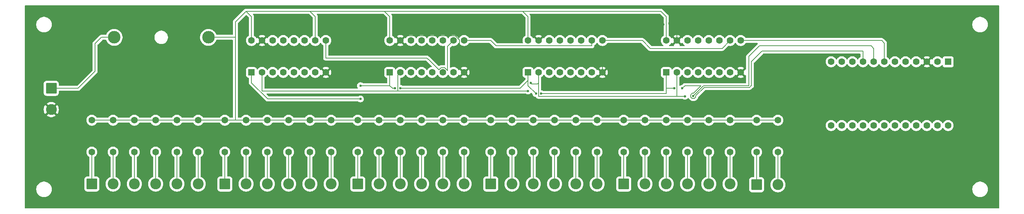
<source format=gbr>
%TF.GenerationSoftware,KiCad,Pcbnew,9.0.3*%
%TF.CreationDate,2025-08-05T23:39:46+02:00*%
%TF.ProjectId,Hauptwerk_Project,48617570-7477-4657-926b-5f50726f6a65,1.0.0*%
%TF.SameCoordinates,Original*%
%TF.FileFunction,Copper,L1,Top*%
%TF.FilePolarity,Positive*%
%FSLAX46Y46*%
G04 Gerber Fmt 4.6, Leading zero omitted, Abs format (unit mm)*
G04 Created by KiCad (PCBNEW 9.0.3) date 2025-08-05 23:39:46*
%MOMM*%
%LPD*%
G01*
G04 APERTURE LIST*
G04 Aperture macros list*
%AMRoundRect*
0 Rectangle with rounded corners*
0 $1 Rounding radius*
0 $2 $3 $4 $5 $6 $7 $8 $9 X,Y pos of 4 corners*
0 Add a 4 corners polygon primitive as box body*
4,1,4,$2,$3,$4,$5,$6,$7,$8,$9,$2,$3,0*
0 Add four circle primitives for the rounded corners*
1,1,$1+$1,$2,$3*
1,1,$1+$1,$4,$5*
1,1,$1+$1,$6,$7*
1,1,$1+$1,$8,$9*
0 Add four rect primitives between the rounded corners*
20,1,$1+$1,$2,$3,$4,$5,0*
20,1,$1+$1,$4,$5,$6,$7,0*
20,1,$1+$1,$6,$7,$8,$9,0*
20,1,$1+$1,$8,$9,$2,$3,0*%
G04 Aperture macros list end*
%TA.AperFunction,ComponentPad*%
%ADD10RoundRect,0.250000X-1.050000X-1.050000X1.050000X-1.050000X1.050000X1.050000X-1.050000X1.050000X0*%
%TD*%
%TA.AperFunction,ComponentPad*%
%ADD11C,2.600000*%
%TD*%
%TA.AperFunction,ComponentPad*%
%ADD12C,1.600000*%
%TD*%
%TA.AperFunction,ComponentPad*%
%ADD13RoundRect,0.250000X0.550000X-0.550000X0.550000X0.550000X-0.550000X0.550000X-0.550000X-0.550000X0*%
%TD*%
%TA.AperFunction,ComponentPad*%
%ADD14RoundRect,0.250000X-1.050000X1.050000X-1.050000X-1.050000X1.050000X-1.050000X1.050000X1.050000X0*%
%TD*%
%TA.AperFunction,ComponentPad*%
%ADD15R,1.600000X1.600000*%
%TD*%
%TA.AperFunction,ComponentPad*%
%ADD16C,3.000000*%
%TD*%
%TA.AperFunction,ViaPad*%
%ADD17C,0.600000*%
%TD*%
%TA.AperFunction,Conductor*%
%ADD18C,0.200000*%
%TD*%
G04 APERTURE END LIST*
D10*
%TO.P,J4,1,Pin_1*%
%TO.N,Net-(J4-Pin_1)*%
X110490000Y-99060000D03*
D11*
%TO.P,J4,2,Pin_2*%
%TO.N,Net-(J4-Pin_2)*%
X115570000Y-99060000D03*
%TO.P,J4,3,Pin_3*%
%TO.N,Net-(J4-Pin_3)*%
X120650000Y-99060000D03*
%TO.P,J4,4,Pin_4*%
%TO.N,Net-(J4-Pin_4)*%
X125730000Y-99060000D03*
%TO.P,J4,5,Pin_5*%
%TO.N,Net-(J4-Pin_5)*%
X130810000Y-99060000D03*
%TO.P,J4,6,Pin_6*%
%TO.N,Net-(J4-Pin_6)*%
X135890000Y-99060000D03*
%TD*%
D12*
%TO.P,R26,1*%
%TO.N,Net-(J6-Pin_2)*%
X179070000Y-91440000D03*
%TO.P,R26,2*%
%TO.N,+5V*%
X179070000Y-83820000D03*
%TD*%
%TO.P,R14,1*%
%TO.N,Net-(J4-Pin_2)*%
X115570000Y-91440000D03*
%TO.P,R14,2*%
%TO.N,+5V*%
X115570000Y-83820000D03*
%TD*%
%TO.P,R29,1*%
%TO.N,Net-(J6-Pin_5)*%
X194310000Y-91440000D03*
%TO.P,R29,2*%
%TO.N,+5V*%
X194310000Y-83820000D03*
%TD*%
D10*
%TO.P,J6,1,Pin_1*%
%TO.N,Net-(J6-Pin_1)*%
X173990000Y-99060000D03*
D11*
%TO.P,J6,2,Pin_2*%
%TO.N,Net-(J6-Pin_2)*%
X179070000Y-99060000D03*
%TO.P,J6,3,Pin_3*%
%TO.N,Net-(J6-Pin_3)*%
X184150000Y-99060000D03*
%TO.P,J6,4,Pin_4*%
%TO.N,Net-(J6-Pin_4)*%
X189230000Y-99060000D03*
%TO.P,J6,5,Pin_5*%
%TO.N,Net-(J6-Pin_5)*%
X194310000Y-99060000D03*
%TO.P,J6,6,Pin_6*%
%TO.N,Net-(J6-Pin_6)*%
X199390000Y-99060000D03*
%TD*%
D12*
%TO.P,R30,1*%
%TO.N,Net-(J6-Pin_6)*%
X199390000Y-91440000D03*
%TO.P,R30,2*%
%TO.N,+5V*%
X199390000Y-83820000D03*
%TD*%
D10*
%TO.P,J7,1,Pin_1*%
%TO.N,Net-(J7-Pin_1)*%
X205735000Y-99232500D03*
D11*
%TO.P,J7,2,Pin_2*%
%TO.N,Net-(J7-Pin_2)*%
X210815000Y-99232500D03*
%TD*%
D12*
%TO.P,R12,1*%
%TO.N,Net-(J3-Pin_6)*%
X104140000Y-91440000D03*
%TO.P,R12,2*%
%TO.N,+5V*%
X104140000Y-83820000D03*
%TD*%
%TO.P,R8,1*%
%TO.N,Net-(J3-Pin_2)*%
X83820000Y-91440000D03*
%TO.P,R8,2*%
%TO.N,+5V*%
X83820000Y-83820000D03*
%TD*%
%TO.P,R13,1*%
%TO.N,Net-(J4-Pin_1)*%
X110490000Y-91440000D03*
%TO.P,R13,2*%
%TO.N,+5V*%
X110490000Y-83820000D03*
%TD*%
%TO.P,R10,1*%
%TO.N,Net-(J3-Pin_4)*%
X93980000Y-91440000D03*
%TO.P,R10,2*%
%TO.N,+5V*%
X93980000Y-83820000D03*
%TD*%
%TO.P,R4,1*%
%TO.N,Net-(J2-Pin_4)*%
X62230000Y-91440000D03*
%TO.P,R4,2*%
%TO.N,+5V*%
X62230000Y-83820000D03*
%TD*%
%TO.P,R18,1*%
%TO.N,Net-(J4-Pin_6)*%
X135890000Y-91440000D03*
%TO.P,R18,2*%
%TO.N,+5V*%
X135890000Y-83820000D03*
%TD*%
%TO.P,R9,1*%
%TO.N,Net-(J3-Pin_3)*%
X88900000Y-91440000D03*
%TO.P,R9,2*%
%TO.N,+5V*%
X88900000Y-83820000D03*
%TD*%
%TO.P,R27,1*%
%TO.N,Net-(J6-Pin_3)*%
X184150000Y-91440000D03*
%TO.P,R27,2*%
%TO.N,+5V*%
X184150000Y-83820000D03*
%TD*%
%TO.P,R5,1*%
%TO.N,Net-(J2-Pin_5)*%
X67310000Y-91440000D03*
%TO.P,R5,2*%
%TO.N,+5V*%
X67310000Y-83820000D03*
%TD*%
%TO.P,R3,1*%
%TO.N,Net-(J2-Pin_3)*%
X57150000Y-91440000D03*
%TO.P,R3,2*%
%TO.N,+5V*%
X57150000Y-83820000D03*
%TD*%
%TO.P,R28,1*%
%TO.N,Net-(J6-Pin_4)*%
X189230000Y-91440000D03*
%TO.P,R28,2*%
%TO.N,+5V*%
X189230000Y-83820000D03*
%TD*%
D13*
%TO.P,U4,1,~{PL}*%
%TO.N,Net-(U1-~{PL})*%
X184150000Y-72390000D03*
D12*
%TO.P,U4,2,CP*%
%TO.N,Net-(U1-CP)*%
X186690000Y-72390000D03*
%TO.P,U4,3,D4*%
%TO.N,Net-(J6-Pin_5)*%
X189230000Y-72390000D03*
%TO.P,U4,4,D5*%
%TO.N,Net-(J6-Pin_6)*%
X191770000Y-72390000D03*
%TO.P,U4,5,D6*%
%TO.N,Net-(J7-Pin_1)*%
X194310000Y-72390000D03*
%TO.P,U4,6,D7*%
%TO.N,Net-(J7-Pin_2)*%
X196850000Y-72390000D03*
%TO.P,U4,7,~{Q7}*%
%TO.N,unconnected-(U4-~{Q7}-Pad7)*%
X199390000Y-72390000D03*
%TO.P,U4,8,GND*%
%TO.N,GND*%
X201930000Y-72390000D03*
%TO.P,U4,9,Q7*%
%TO.N,Net-(U4-Q7)*%
X201930000Y-64770000D03*
%TO.P,U4,10,DS*%
%TO.N,Net-(U3-Q7)*%
X199390000Y-64770000D03*
%TO.P,U4,11,D0*%
%TO.N,Net-(J6-Pin_1)*%
X196850000Y-64770000D03*
%TO.P,U4,12,D1*%
%TO.N,Net-(J6-Pin_2)*%
X194310000Y-64770000D03*
%TO.P,U4,13,D2*%
%TO.N,Net-(J6-Pin_3)*%
X191770000Y-64770000D03*
%TO.P,U4,14,D3*%
%TO.N,Net-(J6-Pin_4)*%
X189230000Y-64770000D03*
%TO.P,U4,15,~{CE}*%
%TO.N,GND*%
X186690000Y-64770000D03*
%TO.P,U4,16,VCC*%
%TO.N,+5V*%
X184150000Y-64770000D03*
%TD*%
D10*
%TO.P,J3,1,Pin_1*%
%TO.N,Net-(J3-Pin_1)*%
X78740000Y-99060000D03*
D11*
%TO.P,J3,2,Pin_2*%
%TO.N,Net-(J3-Pin_2)*%
X83820000Y-99060000D03*
%TO.P,J3,3,Pin_3*%
%TO.N,Net-(J3-Pin_3)*%
X88900000Y-99060000D03*
%TO.P,J3,4,Pin_4*%
%TO.N,Net-(J3-Pin_4)*%
X93980000Y-99060000D03*
%TO.P,J3,5,Pin_5*%
%TO.N,Net-(J3-Pin_5)*%
X99060000Y-99060000D03*
%TO.P,J3,6,Pin_6*%
%TO.N,Net-(J3-Pin_6)*%
X104140000Y-99060000D03*
%TD*%
D12*
%TO.P,R21,1*%
%TO.N,Net-(J5-Pin_3)*%
X152400000Y-91440000D03*
%TO.P,R21,2*%
%TO.N,+5V*%
X152400000Y-83820000D03*
%TD*%
%TO.P,R24,1*%
%TO.N,Net-(J5-Pin_6)*%
X167640000Y-91440000D03*
%TO.P,R24,2*%
%TO.N,+5V*%
X167640000Y-83820000D03*
%TD*%
%TO.P,R11,1*%
%TO.N,Net-(J3-Pin_5)*%
X99060000Y-91440000D03*
%TO.P,R11,2*%
%TO.N,+5V*%
X99060000Y-83820000D03*
%TD*%
%TO.P,R19,1*%
%TO.N,Net-(J5-Pin_1)*%
X142240000Y-91440000D03*
%TO.P,R19,2*%
%TO.N,+5V*%
X142240000Y-83820000D03*
%TD*%
%TO.P,R17,1*%
%TO.N,Net-(J4-Pin_5)*%
X130810000Y-91440000D03*
%TO.P,R17,2*%
%TO.N,+5V*%
X130810000Y-83820000D03*
%TD*%
%TO.P,R25,1*%
%TO.N,Net-(J6-Pin_1)*%
X173990000Y-91440000D03*
%TO.P,R25,2*%
%TO.N,+5V*%
X173990000Y-83820000D03*
%TD*%
%TO.P,R16,1*%
%TO.N,Net-(J4-Pin_4)*%
X125730000Y-91440000D03*
%TO.P,R16,2*%
%TO.N,+5V*%
X125730000Y-83820000D03*
%TD*%
%TO.P,R7,1*%
%TO.N,Net-(J3-Pin_1)*%
X78740000Y-91440000D03*
%TO.P,R7,2*%
%TO.N,+5V*%
X78740000Y-83820000D03*
%TD*%
%TO.P,R32,1*%
%TO.N,Net-(J7-Pin_2)*%
X210820000Y-91440000D03*
%TO.P,R32,2*%
%TO.N,+5V*%
X210820000Y-83820000D03*
%TD*%
%TO.P,R15,1*%
%TO.N,Net-(J4-Pin_3)*%
X120650000Y-91440000D03*
%TO.P,R15,2*%
%TO.N,+5V*%
X120650000Y-83820000D03*
%TD*%
%TO.P,R2,1*%
%TO.N,Net-(J2-Pin_2)*%
X52070000Y-91440000D03*
%TO.P,R2,2*%
%TO.N,+5V*%
X52070000Y-83820000D03*
%TD*%
D14*
%TO.P,J1,1,Pin_1*%
%TO.N,Net-(J1-Pin_1)*%
X37292500Y-76195000D03*
D11*
%TO.P,J1,2,Pin_2*%
%TO.N,GND*%
X37292500Y-81275000D03*
%TD*%
D15*
%TO.P,U5,1,TX*%
%TO.N,unconnected-(U5-TX-Pad1)*%
X251460000Y-69850000D03*
D12*
%TO.P,U5,2,RX*%
%TO.N,unconnected-(U5-RX-Pad2)*%
X248920000Y-69850000D03*
%TO.P,U5,3,GND*%
%TO.N,GND*%
X246380000Y-69850000D03*
%TO.P,U5,4,GND*%
%TO.N,unconnected-(U5-GND-Pad4)*%
X243840000Y-69850000D03*
%TO.P,U5,5,SDA*%
%TO.N,unconnected-(U5-SDA-Pad5)*%
X241300000Y-69850000D03*
%TO.P,U5,6,SCL*%
%TO.N,unconnected-(U5-SCL-Pad6)*%
X238760000Y-69850000D03*
%TO.P,U5,7,D4*%
%TO.N,Net-(U4-Q7)*%
X236220000Y-69850000D03*
%TO.P,U5,8,C6*%
%TO.N,Net-(U1-CP)*%
X233680000Y-69850000D03*
%TO.P,U5,9,D7*%
%TO.N,Net-(U1-~{PL})*%
X231140000Y-69850000D03*
%TO.P,U5,10,E6*%
%TO.N,unconnected-(U5-E6-Pad10)*%
X228600000Y-69850000D03*
%TO.P,U5,11,B4*%
%TO.N,unconnected-(U5-B4-Pad11)*%
X226060000Y-69850000D03*
%TO.P,U5,12,B5*%
%TO.N,unconnected-(U5-B5-Pad12)*%
X223520000Y-69850000D03*
%TO.P,U5,13,B6*%
%TO.N,unconnected-(U5-B6-Pad13)*%
X223520000Y-85090000D03*
%TO.P,U5,14,B2*%
%TO.N,unconnected-(U5-B2-Pad14)*%
X226060000Y-85090000D03*
%TO.P,U5,15,B3*%
%TO.N,unconnected-(U5-B3-Pad15)*%
X228600000Y-85090000D03*
%TO.P,U5,16,B1*%
%TO.N,unconnected-(U5-B1-Pad16)*%
X231140000Y-85090000D03*
%TO.P,U5,17,F7*%
%TO.N,unconnected-(U5-F7-Pad17)*%
X233680000Y-85090000D03*
%TO.P,U5,18,F6*%
%TO.N,unconnected-(U5-F6-Pad18)*%
X236220000Y-85090000D03*
%TO.P,U5,19,F5*%
%TO.N,unconnected-(U5-F5-Pad19)*%
X238760000Y-85090000D03*
%TO.P,U5,20,F4*%
%TO.N,unconnected-(U5-F4-Pad20)*%
X241300000Y-85090000D03*
%TO.P,U5,21,VCC*%
%TO.N,unconnected-(U5-VCC-Pad21)*%
X243840000Y-85090000D03*
%TO.P,U5,22,RST*%
%TO.N,unconnected-(U5-RST-Pad22)*%
X246380000Y-85090000D03*
%TO.P,U5,23,GND*%
%TO.N,unconnected-(U5-GND-Pad23)*%
X248920000Y-85090000D03*
%TO.P,U5,24,RAW*%
%TO.N,unconnected-(U5-RAW-Pad24)*%
X251460000Y-85090000D03*
%TD*%
%TO.P,R22,1*%
%TO.N,Net-(J5-Pin_4)*%
X157480000Y-91440000D03*
%TO.P,R22,2*%
%TO.N,+5V*%
X157480000Y-83820000D03*
%TD*%
D10*
%TO.P,J2,1,Pin_1*%
%TO.N,Net-(J2-Pin_1)*%
X46990000Y-99060000D03*
D11*
%TO.P,J2,2,Pin_2*%
%TO.N,Net-(J2-Pin_2)*%
X52070000Y-99060000D03*
%TO.P,J2,3,Pin_3*%
%TO.N,Net-(J2-Pin_3)*%
X57150000Y-99060000D03*
%TO.P,J2,4,Pin_4*%
%TO.N,Net-(J2-Pin_4)*%
X62230000Y-99060000D03*
%TO.P,J2,5,Pin_5*%
%TO.N,Net-(J2-Pin_5)*%
X67310000Y-99060000D03*
%TO.P,J2,6,Pin_6*%
%TO.N,Net-(J2-Pin_6)*%
X72390000Y-99060000D03*
%TD*%
D16*
%TO.P,F1,1*%
%TO.N,Net-(J1-Pin_1)*%
X52324000Y-64008000D03*
%TO.P,F1,2*%
%TO.N,+5V*%
X74824000Y-64008000D03*
%TD*%
D10*
%TO.P,J5,1,Pin_1*%
%TO.N,Net-(J5-Pin_1)*%
X142240000Y-99060000D03*
D11*
%TO.P,J5,2,Pin_2*%
%TO.N,Net-(J5-Pin_2)*%
X147320000Y-99060000D03*
%TO.P,J5,3,Pin_3*%
%TO.N,Net-(J5-Pin_3)*%
X152400000Y-99060000D03*
%TO.P,J5,4,Pin_4*%
%TO.N,Net-(J5-Pin_4)*%
X157480000Y-99060000D03*
%TO.P,J5,5,Pin_5*%
%TO.N,Net-(J5-Pin_5)*%
X162560000Y-99060000D03*
%TO.P,J5,6,Pin_6*%
%TO.N,Net-(J5-Pin_6)*%
X167640000Y-99060000D03*
%TD*%
D12*
%TO.P,R23,1*%
%TO.N,Net-(J5-Pin_5)*%
X162560000Y-91440000D03*
%TO.P,R23,2*%
%TO.N,+5V*%
X162560000Y-83820000D03*
%TD*%
%TO.P,R20,1*%
%TO.N,Net-(J5-Pin_2)*%
X147320000Y-91440000D03*
%TO.P,R20,2*%
%TO.N,+5V*%
X147320000Y-83820000D03*
%TD*%
D13*
%TO.P,U1,1,~{PL}*%
%TO.N,Net-(U1-~{PL})*%
X85090000Y-72390000D03*
D12*
%TO.P,U1,2,CP*%
%TO.N,Net-(U1-CP)*%
X87630000Y-72390000D03*
%TO.P,U1,3,D4*%
%TO.N,Net-(J2-Pin_5)*%
X90170000Y-72390000D03*
%TO.P,U1,4,D5*%
%TO.N,Net-(J2-Pin_6)*%
X92710000Y-72390000D03*
%TO.P,U1,5,D6*%
%TO.N,Net-(J3-Pin_1)*%
X95250000Y-72390000D03*
%TO.P,U1,6,D7*%
%TO.N,Net-(J3-Pin_2)*%
X97790000Y-72390000D03*
%TO.P,U1,7,~{Q7}*%
%TO.N,unconnected-(U1-~{Q7}-Pad7)*%
X100330000Y-72390000D03*
%TO.P,U1,8,GND*%
%TO.N,GND*%
X102870000Y-72390000D03*
%TO.P,U1,9,Q7*%
%TO.N,Net-(U1-Q7)*%
X102870000Y-64770000D03*
%TO.P,U1,10,DS*%
%TO.N,+5V*%
X100330000Y-64770000D03*
%TO.P,U1,11,D0*%
%TO.N,Net-(J2-Pin_1)*%
X97790000Y-64770000D03*
%TO.P,U1,12,D1*%
%TO.N,Net-(J2-Pin_2)*%
X95250000Y-64770000D03*
%TO.P,U1,13,D2*%
%TO.N,Net-(J2-Pin_3)*%
X92710000Y-64770000D03*
%TO.P,U1,14,D3*%
%TO.N,Net-(J2-Pin_4)*%
X90170000Y-64770000D03*
%TO.P,U1,15,~{CE}*%
%TO.N,GND*%
X87630000Y-64770000D03*
%TO.P,U1,16,VCC*%
%TO.N,+5V*%
X85090000Y-64770000D03*
%TD*%
D13*
%TO.P,U3,1,~{PL}*%
%TO.N,Net-(U1-~{PL})*%
X151130000Y-72390000D03*
D12*
%TO.P,U3,2,CP*%
%TO.N,Net-(U1-CP)*%
X153670000Y-72390000D03*
%TO.P,U3,3,D4*%
%TO.N,Net-(J5-Pin_3)*%
X156210000Y-72390000D03*
%TO.P,U3,4,D5*%
%TO.N,Net-(J5-Pin_4)*%
X158750000Y-72390000D03*
%TO.P,U3,5,D6*%
%TO.N,Net-(J5-Pin_5)*%
X161290000Y-72390000D03*
%TO.P,U3,6,D7*%
%TO.N,Net-(J5-Pin_6)*%
X163830000Y-72390000D03*
%TO.P,U3,7,~{Q7}*%
%TO.N,unconnected-(U3-~{Q7}-Pad7)*%
X166370000Y-72390000D03*
%TO.P,U3,8,GND*%
%TO.N,GND*%
X168910000Y-72390000D03*
%TO.P,U3,9,Q7*%
%TO.N,Net-(U3-Q7)*%
X168910000Y-64770000D03*
%TO.P,U3,10,DS*%
%TO.N,Net-(U2-Q7)*%
X166370000Y-64770000D03*
%TO.P,U3,11,D0*%
%TO.N,Net-(J4-Pin_5)*%
X163830000Y-64770000D03*
%TO.P,U3,12,D1*%
%TO.N,Net-(J4-Pin_6)*%
X161290000Y-64770000D03*
%TO.P,U3,13,D2*%
%TO.N,Net-(J5-Pin_1)*%
X158750000Y-64770000D03*
%TO.P,U3,14,D3*%
%TO.N,Net-(J5-Pin_2)*%
X156210000Y-64770000D03*
%TO.P,U3,15,~{CE}*%
%TO.N,GND*%
X153670000Y-64770000D03*
%TO.P,U3,16,VCC*%
%TO.N,+5V*%
X151130000Y-64770000D03*
%TD*%
%TO.P,R6,1*%
%TO.N,Net-(J2-Pin_6)*%
X72390000Y-91440000D03*
%TO.P,R6,2*%
%TO.N,+5V*%
X72390000Y-83820000D03*
%TD*%
%TO.P,R31,1*%
%TO.N,Net-(J7-Pin_1)*%
X205740000Y-91440000D03*
%TO.P,R31,2*%
%TO.N,+5V*%
X205740000Y-83820000D03*
%TD*%
%TO.P,R1,1*%
%TO.N,Net-(J2-Pin_1)*%
X46990000Y-91440000D03*
%TO.P,R1,2*%
%TO.N,+5V*%
X46990000Y-83820000D03*
%TD*%
D13*
%TO.P,U2,1,~{PL}*%
%TO.N,Net-(U1-~{PL})*%
X118110000Y-72390000D03*
D12*
%TO.P,U2,2,CP*%
%TO.N,Net-(U1-CP)*%
X120650000Y-72390000D03*
%TO.P,U2,3,D4*%
%TO.N,Net-(J4-Pin_1)*%
X123190000Y-72390000D03*
%TO.P,U2,4,D5*%
%TO.N,Net-(J4-Pin_2)*%
X125730000Y-72390000D03*
%TO.P,U2,5,D6*%
%TO.N,Net-(J4-Pin_3)*%
X128270000Y-72390000D03*
%TO.P,U2,6,D7*%
%TO.N,Net-(J4-Pin_4)*%
X130810000Y-72390000D03*
%TO.P,U2,7,~{Q7}*%
%TO.N,unconnected-(U2-~{Q7}-Pad7)*%
X133350000Y-72390000D03*
%TO.P,U2,8,GND*%
%TO.N,GND*%
X135890000Y-72390000D03*
%TO.P,U2,9,Q7*%
%TO.N,Net-(U2-Q7)*%
X135890000Y-64770000D03*
%TO.P,U2,10,DS*%
%TO.N,Net-(U1-Q7)*%
X133350000Y-64770000D03*
%TO.P,U2,11,D0*%
%TO.N,Net-(J3-Pin_3)*%
X130810000Y-64770000D03*
%TO.P,U2,12,D1*%
%TO.N,Net-(J3-Pin_4)*%
X128270000Y-64770000D03*
%TO.P,U2,13,D2*%
%TO.N,Net-(J3-Pin_5)*%
X125730000Y-64770000D03*
%TO.P,U2,14,D3*%
%TO.N,Net-(J3-Pin_6)*%
X123190000Y-64770000D03*
%TO.P,U2,15,~{CE}*%
%TO.N,GND*%
X120650000Y-64770000D03*
%TO.P,U2,16,VCC*%
%TO.N,+5V*%
X118110000Y-64770000D03*
%TD*%
D17*
%TO.N,GND*%
X183480000Y-60960000D03*
X184912000Y-60706000D03*
X169164000Y-62484000D03*
X168910000Y-66802000D03*
%TO.N,Net-(U1-~{PL})*%
X111125000Y-75565000D03*
X120650000Y-76200000D03*
X186090000Y-76200000D03*
X119415000Y-76200000D03*
X154270000Y-77470000D03*
X111125000Y-78740000D03*
X153035000Y-77470000D03*
X187960000Y-76200000D03*
%TO.N,Net-(U1-CP)*%
X190606765Y-77998235D03*
X151765000Y-74930000D03*
X151130000Y-76835000D03*
X188595000Y-78105000D03*
%TD*%
D18*
%TO.N,GND*%
X134789000Y-71289000D02*
X135890000Y-72390000D01*
X134789000Y-64651950D02*
X134789000Y-71289000D01*
X133806050Y-63669000D02*
X134789000Y-64651950D01*
X121751000Y-63669000D02*
X133806050Y-63669000D01*
X120650000Y-64770000D02*
X121751000Y-63669000D01*
X183480000Y-60960000D02*
X157480000Y-60960000D01*
X157480000Y-60960000D02*
X153670000Y-64770000D01*
X186690000Y-62484000D02*
X184912000Y-60706000D01*
X186690000Y-64770000D02*
X186690000Y-62484000D01*
X155956000Y-62484000D02*
X153670000Y-64770000D01*
X169164000Y-62484000D02*
X155956000Y-62484000D01*
X168910000Y-66608482D02*
X168910000Y-66802000D01*
X168910000Y-72390000D02*
X168910000Y-66608482D01*
%TO.N,Net-(U3-Q7)*%
X178435000Y-64770000D02*
X180340000Y-66675000D01*
X168910000Y-64770000D02*
X178435000Y-64770000D01*
%TO.N,Net-(U2-Q7)*%
X142240000Y-64770000D02*
X143510000Y-66040000D01*
X135890000Y-64770000D02*
X142240000Y-64770000D01*
X166370000Y-64770000D02*
X166370000Y-66040000D01*
X166370000Y-66040000D02*
X143510000Y-66040000D01*
%TO.N,Net-(U1-Q7)*%
X127000000Y-68961000D02*
X127254000Y-69215000D01*
X102870000Y-68961000D02*
X127000000Y-68961000D01*
X102870000Y-68961000D02*
X102870000Y-64770000D01*
X129862475Y-71780475D02*
X127297000Y-69215000D01*
X131911000Y-71933950D02*
X131266050Y-71289000D01*
X131266050Y-71289000D02*
X130353950Y-71289000D01*
X130353950Y-71289000D02*
X129862475Y-71780475D01*
X131911000Y-66209000D02*
X131911000Y-71933950D01*
X127297000Y-69215000D02*
X127254000Y-69215000D01*
X133350000Y-64770000D02*
X131911000Y-66209000D01*
%TO.N,+5V*%
X88900000Y-83820000D02*
X93980000Y-83820000D01*
X184150000Y-59055000D02*
X184150000Y-64770000D01*
X125730000Y-83820000D02*
X130810000Y-83820000D01*
X110490000Y-83820000D02*
X115570000Y-83820000D01*
X194310000Y-83820000D02*
X199390000Y-83820000D01*
X120650000Y-83820000D02*
X125730000Y-83820000D01*
X179070000Y-83820000D02*
X184150000Y-83820000D01*
X147320000Y-83820000D02*
X152400000Y-83820000D01*
X78740000Y-83820000D02*
X81280000Y-83820000D01*
X189230000Y-83820000D02*
X194310000Y-83820000D01*
X140970000Y-83820000D02*
X147320000Y-83820000D01*
X52070000Y-83820000D02*
X57150000Y-83820000D01*
X135890000Y-83820000D02*
X140970000Y-83820000D01*
X149860000Y-57785000D02*
X182880000Y-57785000D01*
X173990000Y-83820000D02*
X179070000Y-83820000D01*
X152400000Y-83820000D02*
X157480000Y-83820000D01*
X83820000Y-83820000D02*
X88900000Y-83820000D01*
X130810000Y-83820000D02*
X135890000Y-83820000D01*
X57150000Y-83820000D02*
X62230000Y-83820000D01*
X81280000Y-76200000D02*
X81280000Y-72390000D01*
X74824000Y-64008000D02*
X81280000Y-64008000D01*
X205740000Y-83820000D02*
X210820000Y-83820000D01*
X46990000Y-83820000D02*
X52070000Y-83820000D01*
X93980000Y-83820000D02*
X99060000Y-83820000D01*
X83820000Y-57785000D02*
X99060000Y-57785000D01*
X118110000Y-59055000D02*
X118110000Y-64770000D01*
X149860000Y-57785000D02*
X151130000Y-59055000D01*
X116840000Y-57785000D02*
X118110000Y-59055000D01*
X100330000Y-64770000D02*
X100330000Y-59055000D01*
X81280000Y-60325000D02*
X83820000Y-57785000D01*
X104140000Y-83820000D02*
X110490000Y-83820000D01*
X81280000Y-83820000D02*
X81280000Y-76200000D01*
X100330000Y-59055000D02*
X99060000Y-57785000D01*
X151130000Y-59055000D02*
X151130000Y-64770000D01*
X72390000Y-83820000D02*
X78740000Y-83820000D01*
X167640000Y-83820000D02*
X173990000Y-83820000D01*
X81280000Y-83820000D02*
X83820000Y-83820000D01*
X157480000Y-83820000D02*
X162560000Y-83820000D01*
X67310000Y-83820000D02*
X72390000Y-83820000D01*
X99060000Y-83820000D02*
X104140000Y-83820000D01*
X62230000Y-83820000D02*
X67310000Y-83820000D01*
X83820000Y-57785000D02*
X85090000Y-59055000D01*
X184150000Y-83820000D02*
X189230000Y-83820000D01*
X162560000Y-83820000D02*
X167640000Y-83820000D01*
X115570000Y-83820000D02*
X120650000Y-83820000D01*
X85090000Y-59055000D02*
X85090000Y-64770000D01*
X81280000Y-72390000D02*
X81280000Y-64008000D01*
X182880000Y-57785000D02*
X184150000Y-59055000D01*
X116840000Y-57785000D02*
X149860000Y-57785000D01*
X99060000Y-57785000D02*
X116840000Y-57785000D01*
X81280000Y-64008000D02*
X81280000Y-60325000D01*
X199390000Y-83820000D02*
X205740000Y-83820000D01*
%TO.N,Net-(J2-Pin_4)*%
X62230000Y-91440000D02*
X62230000Y-99060000D01*
%TO.N,Net-(J2-Pin_1)*%
X46990000Y-91440000D02*
X46990000Y-99060000D01*
%TO.N,Net-(J2-Pin_5)*%
X67310000Y-91440000D02*
X67310000Y-99060000D01*
%TO.N,Net-(J2-Pin_3)*%
X57150000Y-91440000D02*
X57150000Y-99060000D01*
%TO.N,Net-(J2-Pin_2)*%
X52070000Y-91440000D02*
X52070000Y-99060000D01*
%TO.N,Net-(J2-Pin_6)*%
X72390000Y-91440000D02*
X72390000Y-99060000D01*
%TO.N,Net-(J3-Pin_4)*%
X93980000Y-91440000D02*
X93980000Y-99060000D01*
%TO.N,Net-(J3-Pin_5)*%
X99060000Y-91440000D02*
X99060000Y-99060000D01*
%TO.N,Net-(J3-Pin_2)*%
X83820000Y-91440000D02*
X83820000Y-99060000D01*
%TO.N,Net-(J3-Pin_3)*%
X88900000Y-91440000D02*
X88900000Y-99060000D01*
%TO.N,Net-(J3-Pin_6)*%
X104140000Y-91440000D02*
X104140000Y-99060000D01*
%TO.N,Net-(J3-Pin_1)*%
X78740000Y-91440000D02*
X78740000Y-99060000D01*
%TO.N,Net-(J4-Pin_5)*%
X130810000Y-91440000D02*
X130810000Y-99060000D01*
%TO.N,Net-(J4-Pin_1)*%
X110490000Y-91440000D02*
X110490000Y-99060000D01*
%TO.N,Net-(J4-Pin_4)*%
X125730000Y-91440000D02*
X125730000Y-99060000D01*
%TO.N,Net-(J4-Pin_6)*%
X135890000Y-91440000D02*
X135890000Y-99060000D01*
%TO.N,Net-(J4-Pin_3)*%
X120650000Y-91440000D02*
X120650000Y-99060000D01*
%TO.N,Net-(J4-Pin_2)*%
X115570000Y-91440000D02*
X115570000Y-99060000D01*
%TO.N,Net-(J5-Pin_2)*%
X147320000Y-91440000D02*
X147320000Y-99060000D01*
%TO.N,Net-(J5-Pin_4)*%
X157480000Y-91440000D02*
X157480000Y-99060000D01*
%TO.N,Net-(J5-Pin_3)*%
X152400000Y-91440000D02*
X152400000Y-99060000D01*
%TO.N,Net-(J5-Pin_5)*%
X162560000Y-91440000D02*
X162560000Y-99060000D01*
%TO.N,Net-(J5-Pin_1)*%
X142240000Y-91440000D02*
X142240000Y-99060000D01*
%TO.N,Net-(J5-Pin_6)*%
X167640000Y-91440000D02*
X167640000Y-99060000D01*
%TO.N,Net-(J6-Pin_1)*%
X173990000Y-91440000D02*
X173990000Y-99060000D01*
%TO.N,Net-(J6-Pin_3)*%
X184150000Y-91440000D02*
X184150000Y-99060000D01*
%TO.N,Net-(J6-Pin_6)*%
X199390000Y-91440000D02*
X199390000Y-99060000D01*
%TO.N,Net-(J6-Pin_4)*%
X189230000Y-91440000D02*
X189230000Y-99060000D01*
%TO.N,Net-(J6-Pin_2)*%
X179070000Y-91440000D02*
X179070000Y-99060000D01*
%TO.N,Net-(J6-Pin_5)*%
X194310000Y-91440000D02*
X194310000Y-99060000D01*
%TO.N,Net-(J7-Pin_2)*%
X210820000Y-99227500D02*
X210815000Y-99232500D01*
X210820000Y-91440000D02*
X210820000Y-99227500D01*
%TO.N,Net-(J7-Pin_1)*%
X205740000Y-91440000D02*
X205740000Y-99227500D01*
X205740000Y-99227500D02*
X205735000Y-99232500D01*
%TO.N,Net-(U1-~{PL})*%
X118110000Y-75565000D02*
X118745000Y-76200000D01*
X204470000Y-69850000D02*
X204470000Y-75565000D01*
X85090000Y-74862100D02*
X85090000Y-72390000D01*
X153035000Y-77470000D02*
X151130000Y-75565000D01*
X204470000Y-75565000D02*
X204402100Y-75565000D01*
X231140000Y-69850000D02*
X231140000Y-67310000D01*
X118745000Y-76200000D02*
X119415000Y-76200000D01*
X120650000Y-76200000D02*
X149225000Y-76200000D01*
X151130000Y-75565000D02*
X151130000Y-74295000D01*
X207010000Y-67310000D02*
X204470000Y-69850000D01*
X204402100Y-75565000D02*
X204001100Y-75966000D01*
X184150000Y-76200000D02*
X184150000Y-77470000D01*
X190005765Y-78247178D02*
X190005765Y-77749292D01*
X191207765Y-78247178D02*
X190855708Y-78599235D01*
X188595000Y-75565000D02*
X187960000Y-76200000D01*
X184150000Y-77470000D02*
X154305000Y-77470000D01*
X190640665Y-77397235D02*
X192472900Y-75565000D01*
X151130000Y-74295000D02*
X151130000Y-72390000D01*
X111125000Y-78740000D02*
X88967900Y-78740000D01*
X192472900Y-75565000D02*
X188595000Y-75565000D01*
X191207765Y-77964335D02*
X191207765Y-78247178D01*
X231140000Y-67310000D02*
X207010000Y-67310000D01*
X193206100Y-75966000D02*
X191207765Y-77964335D01*
X190855708Y-78599235D02*
X190357822Y-78599235D01*
X204001100Y-75966000D02*
X193206100Y-75966000D01*
X154305000Y-77470000D02*
X154270000Y-77470000D01*
X190357822Y-78599235D02*
X190005765Y-78247178D01*
X118110000Y-72390000D02*
X118110000Y-75565000D01*
X118110000Y-75565000D02*
X111125000Y-75565000D01*
X190357822Y-77397235D02*
X190640665Y-77397235D01*
X149225000Y-76200000D02*
X151130000Y-74295000D01*
X184150000Y-72390000D02*
X184150000Y-76200000D01*
X190005765Y-77749292D02*
X190357822Y-77397235D01*
X184150000Y-76200000D02*
X186090000Y-76200000D01*
X88967900Y-78740000D02*
X85090000Y-74862100D01*
%TO.N,Net-(U1-CP)*%
X186690000Y-72390000D02*
X186690000Y-78105000D01*
X120015000Y-73025000D02*
X120015000Y-76835000D01*
X87630000Y-76835000D02*
X87630000Y-72390000D01*
X153670000Y-74930000D02*
X153670000Y-72390000D01*
X120015000Y-76835000D02*
X87630000Y-76835000D01*
X153436000Y-75164000D02*
X151999000Y-75164000D01*
X193040000Y-75565000D02*
X190606765Y-77998235D01*
X233680000Y-66675000D02*
X233045000Y-66040000D01*
X120650000Y-72390000D02*
X120015000Y-73025000D01*
X233680000Y-69850000D02*
X233680000Y-66675000D01*
X203835000Y-68580000D02*
X203835000Y-75565000D01*
X203835000Y-75565000D02*
X193040000Y-75565000D01*
X186690000Y-78105000D02*
X188595000Y-78105000D01*
X153670000Y-74930000D02*
X153436000Y-75164000D01*
X233045000Y-66040000D02*
X206375000Y-66040000D01*
X186690000Y-78105000D02*
X153670000Y-78105000D01*
X151999000Y-75164000D02*
X151765000Y-74930000D01*
X151130000Y-76835000D02*
X120015000Y-76835000D01*
X153670000Y-78105000D02*
X153670000Y-74930000D01*
X206375000Y-66040000D02*
X203835000Y-68580000D01*
%TO.N,Net-(U3-Q7)*%
X180340000Y-66675000D02*
X197485000Y-66675000D01*
X197485000Y-66675000D02*
X199390000Y-64770000D01*
%TO.N,Net-(U4-Q7)*%
X236220000Y-65405000D02*
X235585000Y-64770000D01*
X235585000Y-64770000D02*
X201930000Y-64770000D01*
X236220000Y-69850000D02*
X236220000Y-65405000D01*
%TO.N,Net-(J1-Pin_1)*%
X37292500Y-76195000D02*
X37460000Y-76195000D01*
X37460000Y-76195000D02*
X37465000Y-76200000D01*
X37292500Y-76195000D02*
X43693000Y-76195000D01*
X49276000Y-64008000D02*
X52324000Y-64008000D01*
X47752000Y-65532000D02*
X49276000Y-64008000D01*
X43693000Y-76195000D02*
X47752000Y-72136000D01*
X47752000Y-72136000D02*
X47752000Y-65532000D01*
%TD*%
%TA.AperFunction,Conductor*%
%TO.N,GND*%
G36*
X200731445Y-65313865D02*
G01*
X200770483Y-65358917D01*
X200793037Y-65403181D01*
X200817715Y-65451614D01*
X200938028Y-65617213D01*
X201082786Y-65761971D01*
X201204202Y-65850183D01*
X201248390Y-65882287D01*
X201329499Y-65923614D01*
X201430776Y-65975218D01*
X201430778Y-65975218D01*
X201430781Y-65975220D01*
X201505818Y-65999601D01*
X201625465Y-66038477D01*
X201709343Y-66051762D01*
X201827648Y-66070500D01*
X201827649Y-66070500D01*
X202032351Y-66070500D01*
X202032352Y-66070500D01*
X202234534Y-66038477D01*
X202429219Y-65975220D01*
X202429404Y-65975126D01*
X202433827Y-65972872D01*
X202611610Y-65882287D01*
X202716552Y-65806043D01*
X202777213Y-65761971D01*
X202777215Y-65761968D01*
X202777219Y-65761966D01*
X202921966Y-65617219D01*
X202921968Y-65617215D01*
X202921971Y-65617213D01*
X203041317Y-65452945D01*
X203042287Y-65451610D01*
X203049117Y-65438204D01*
X203097091Y-65387409D01*
X203159602Y-65370500D01*
X205895902Y-65370500D01*
X205962941Y-65390185D01*
X206008696Y-65442989D01*
X206018640Y-65512147D01*
X205989615Y-65575703D01*
X205983583Y-65582181D01*
X203354481Y-68211282D01*
X203354479Y-68211285D01*
X203304361Y-68298094D01*
X203304359Y-68298096D01*
X203275425Y-68348209D01*
X203275424Y-68348210D01*
X203275423Y-68348215D01*
X203234499Y-68500943D01*
X203234499Y-68500945D01*
X203234499Y-68669046D01*
X203234500Y-68669059D01*
X203234500Y-71592164D01*
X203214815Y-71659203D01*
X203162011Y-71704958D01*
X203092853Y-71714902D01*
X203029297Y-71685877D01*
X203010183Y-71665050D01*
X203009476Y-71664077D01*
X203009474Y-71664076D01*
X202330000Y-72343551D01*
X202330000Y-72337339D01*
X202302741Y-72235606D01*
X202250080Y-72144394D01*
X202175606Y-72069920D01*
X202084394Y-72017259D01*
X201982661Y-71990000D01*
X201976446Y-71990000D01*
X202655922Y-71310524D01*
X202655921Y-71310523D01*
X202611359Y-71278147D01*
X202611350Y-71278141D01*
X202429031Y-71185244D01*
X202234417Y-71122009D01*
X202032317Y-71090000D01*
X201827683Y-71090000D01*
X201625582Y-71122009D01*
X201430968Y-71185244D01*
X201248644Y-71278143D01*
X201204077Y-71310523D01*
X201204077Y-71310524D01*
X201883554Y-71990000D01*
X201877339Y-71990000D01*
X201775606Y-72017259D01*
X201684394Y-72069920D01*
X201609920Y-72144394D01*
X201557259Y-72235606D01*
X201530000Y-72337339D01*
X201530000Y-72343553D01*
X200850524Y-71664077D01*
X200850523Y-71664077D01*
X200818143Y-71708644D01*
X200770765Y-71801630D01*
X200722790Y-71852426D01*
X200654969Y-71869221D01*
X200588834Y-71846683D01*
X200549795Y-71801630D01*
X200502284Y-71708385D01*
X200381971Y-71542786D01*
X200237213Y-71398028D01*
X200071613Y-71277715D01*
X200071612Y-71277714D01*
X200071610Y-71277713D01*
X200011898Y-71247288D01*
X199889223Y-71184781D01*
X199694534Y-71121522D01*
X199519456Y-71093793D01*
X199492352Y-71089500D01*
X199287648Y-71089500D01*
X199263329Y-71093351D01*
X199085465Y-71121522D01*
X198890776Y-71184781D01*
X198708386Y-71277715D01*
X198542786Y-71398028D01*
X198398028Y-71542786D01*
X198277715Y-71708386D01*
X198230485Y-71801080D01*
X198182510Y-71851876D01*
X198114689Y-71868671D01*
X198048554Y-71846134D01*
X198009515Y-71801080D01*
X198003861Y-71789983D01*
X197962287Y-71708390D01*
X197946894Y-71687203D01*
X197841971Y-71542786D01*
X197697213Y-71398028D01*
X197531613Y-71277715D01*
X197531612Y-71277714D01*
X197531610Y-71277713D01*
X197471898Y-71247288D01*
X197349223Y-71184781D01*
X197154534Y-71121522D01*
X196979456Y-71093793D01*
X196952352Y-71089500D01*
X196747648Y-71089500D01*
X196723329Y-71093351D01*
X196545465Y-71121522D01*
X196350776Y-71184781D01*
X196168386Y-71277715D01*
X196002786Y-71398028D01*
X195858028Y-71542786D01*
X195737715Y-71708386D01*
X195690485Y-71801080D01*
X195642510Y-71851876D01*
X195574689Y-71868671D01*
X195508554Y-71846134D01*
X195469515Y-71801080D01*
X195463861Y-71789983D01*
X195422287Y-71708390D01*
X195406894Y-71687203D01*
X195301971Y-71542786D01*
X195157213Y-71398028D01*
X194991613Y-71277715D01*
X194991612Y-71277714D01*
X194991610Y-71277713D01*
X194931898Y-71247288D01*
X194809223Y-71184781D01*
X194614534Y-71121522D01*
X194439456Y-71093793D01*
X194412352Y-71089500D01*
X194207648Y-71089500D01*
X194183329Y-71093351D01*
X194005465Y-71121522D01*
X193810776Y-71184781D01*
X193628386Y-71277715D01*
X193462786Y-71398028D01*
X193318028Y-71542786D01*
X193197715Y-71708386D01*
X193150485Y-71801080D01*
X193102510Y-71851876D01*
X193034689Y-71868671D01*
X192968554Y-71846134D01*
X192929515Y-71801080D01*
X192923861Y-71789983D01*
X192882287Y-71708390D01*
X192866894Y-71687203D01*
X192761971Y-71542786D01*
X192617213Y-71398028D01*
X192451613Y-71277715D01*
X192451612Y-71277714D01*
X192451610Y-71277713D01*
X192391898Y-71247288D01*
X192269223Y-71184781D01*
X192074534Y-71121522D01*
X191899456Y-71093793D01*
X191872352Y-71089500D01*
X191667648Y-71089500D01*
X191643329Y-71093351D01*
X191465465Y-71121522D01*
X191270776Y-71184781D01*
X191088386Y-71277715D01*
X190922786Y-71398028D01*
X190778028Y-71542786D01*
X190657715Y-71708386D01*
X190610485Y-71801080D01*
X190562510Y-71851876D01*
X190494689Y-71868671D01*
X190428554Y-71846134D01*
X190389515Y-71801080D01*
X190383861Y-71789983D01*
X190342287Y-71708390D01*
X190326894Y-71687203D01*
X190221971Y-71542786D01*
X190077213Y-71398028D01*
X189911613Y-71277715D01*
X189911612Y-71277714D01*
X189911610Y-71277713D01*
X189851898Y-71247288D01*
X189729223Y-71184781D01*
X189534534Y-71121522D01*
X189359456Y-71093793D01*
X189332352Y-71089500D01*
X189127648Y-71089500D01*
X189103329Y-71093351D01*
X188925465Y-71121522D01*
X188730776Y-71184781D01*
X188548386Y-71277715D01*
X188382786Y-71398028D01*
X188238028Y-71542786D01*
X188117715Y-71708386D01*
X188070485Y-71801080D01*
X188022510Y-71851876D01*
X187954689Y-71868671D01*
X187888554Y-71846134D01*
X187849515Y-71801080D01*
X187843861Y-71789983D01*
X187802287Y-71708390D01*
X187786894Y-71687203D01*
X187681971Y-71542786D01*
X187537213Y-71398028D01*
X187371613Y-71277715D01*
X187371612Y-71277714D01*
X187371610Y-71277713D01*
X187311898Y-71247288D01*
X187189223Y-71184781D01*
X186994534Y-71121522D01*
X186819456Y-71093793D01*
X186792352Y-71089500D01*
X186587648Y-71089500D01*
X186563329Y-71093351D01*
X186385465Y-71121522D01*
X186190776Y-71184781D01*
X186008386Y-71277715D01*
X185842786Y-71398028D01*
X185698032Y-71542782D01*
X185698028Y-71542787D01*
X185629978Y-71636451D01*
X185574648Y-71679117D01*
X185505035Y-71685096D01*
X185443240Y-71652490D01*
X185411954Y-71602570D01*
X185392144Y-71542787D01*
X185384814Y-71520666D01*
X185292712Y-71371344D01*
X185168656Y-71247288D01*
X185019334Y-71155186D01*
X184852797Y-71100001D01*
X184852795Y-71100000D01*
X184750010Y-71089500D01*
X183549998Y-71089500D01*
X183549981Y-71089501D01*
X183447203Y-71100000D01*
X183447200Y-71100001D01*
X183280668Y-71155185D01*
X183280663Y-71155187D01*
X183131342Y-71247289D01*
X183007289Y-71371342D01*
X182915187Y-71520663D01*
X182915186Y-71520666D01*
X182860001Y-71687203D01*
X182860001Y-71687204D01*
X182860000Y-71687204D01*
X182849500Y-71789983D01*
X182849500Y-72990001D01*
X182849501Y-72990018D01*
X182860000Y-73092796D01*
X182860001Y-73092799D01*
X182876818Y-73143548D01*
X182915186Y-73259334D01*
X183007288Y-73408656D01*
X183131344Y-73532712D01*
X183280666Y-73624814D01*
X183447203Y-73679999D01*
X183447209Y-73679999D01*
X183451448Y-73680907D01*
X183512884Y-73714185D01*
X183546576Y-73775394D01*
X183549500Y-73802162D01*
X183549500Y-76745500D01*
X183529815Y-76812539D01*
X183477011Y-76858294D01*
X183425500Y-76869500D01*
X154849766Y-76869500D01*
X154782727Y-76849815D01*
X154780875Y-76848602D01*
X154649185Y-76760609D01*
X154649172Y-76760602D01*
X154503501Y-76700264D01*
X154503491Y-76700261D01*
X154370308Y-76673769D01*
X154308397Y-76641384D01*
X154273823Y-76580668D01*
X154270500Y-76552152D01*
X154270500Y-75009060D01*
X154270501Y-75009057D01*
X154270501Y-74850943D01*
X154270500Y-74850939D01*
X154270500Y-73619601D01*
X154290185Y-73552562D01*
X154338206Y-73509116D01*
X154351610Y-73502287D01*
X154517219Y-73381966D01*
X154661966Y-73237219D01*
X154661968Y-73237215D01*
X154661971Y-73237213D01*
X154782284Y-73071614D01*
X154782286Y-73071611D01*
X154782287Y-73071610D01*
X154829516Y-72978917D01*
X154877489Y-72928123D01*
X154945310Y-72911328D01*
X155011445Y-72933865D01*
X155050483Y-72978917D01*
X155056140Y-72990018D01*
X155097715Y-73071614D01*
X155218028Y-73237213D01*
X155362786Y-73381971D01*
X155468189Y-73458549D01*
X155528390Y-73502287D01*
X155597272Y-73537384D01*
X155710776Y-73595218D01*
X155710778Y-73595218D01*
X155710781Y-73595220D01*
X155785818Y-73619601D01*
X155905465Y-73658477D01*
X156006557Y-73674488D01*
X156107648Y-73690500D01*
X156107649Y-73690500D01*
X156312351Y-73690500D01*
X156312352Y-73690500D01*
X156514534Y-73658477D01*
X156709219Y-73595220D01*
X156891610Y-73502287D01*
X157020482Y-73408657D01*
X157057213Y-73381971D01*
X157057215Y-73381968D01*
X157057219Y-73381966D01*
X157201966Y-73237219D01*
X157201968Y-73237215D01*
X157201971Y-73237213D01*
X157322284Y-73071614D01*
X157322286Y-73071611D01*
X157322287Y-73071610D01*
X157369516Y-72978917D01*
X157417489Y-72928123D01*
X157485310Y-72911328D01*
X157551445Y-72933865D01*
X157590483Y-72978917D01*
X157596140Y-72990018D01*
X157637715Y-73071614D01*
X157758028Y-73237213D01*
X157902786Y-73381971D01*
X158008189Y-73458549D01*
X158068390Y-73502287D01*
X158137272Y-73537384D01*
X158250776Y-73595218D01*
X158250778Y-73595218D01*
X158250781Y-73595220D01*
X158325818Y-73619601D01*
X158445465Y-73658477D01*
X158546557Y-73674488D01*
X158647648Y-73690500D01*
X158647649Y-73690500D01*
X158852351Y-73690500D01*
X158852352Y-73690500D01*
X159054534Y-73658477D01*
X159249219Y-73595220D01*
X159431610Y-73502287D01*
X159560482Y-73408657D01*
X159597213Y-73381971D01*
X159597215Y-73381968D01*
X159597219Y-73381966D01*
X159741966Y-73237219D01*
X159741968Y-73237215D01*
X159741971Y-73237213D01*
X159862284Y-73071614D01*
X159862286Y-73071611D01*
X159862287Y-73071610D01*
X159909516Y-72978917D01*
X159957489Y-72928123D01*
X160025310Y-72911328D01*
X160091445Y-72933865D01*
X160130483Y-72978917D01*
X160136140Y-72990018D01*
X160177715Y-73071614D01*
X160298028Y-73237213D01*
X160442786Y-73381971D01*
X160548189Y-73458549D01*
X160608390Y-73502287D01*
X160677272Y-73537384D01*
X160790776Y-73595218D01*
X160790778Y-73595218D01*
X160790781Y-73595220D01*
X160865818Y-73619601D01*
X160985465Y-73658477D01*
X161086557Y-73674488D01*
X161187648Y-73690500D01*
X161187649Y-73690500D01*
X161392351Y-73690500D01*
X161392352Y-73690500D01*
X161594534Y-73658477D01*
X161789219Y-73595220D01*
X161971610Y-73502287D01*
X162100482Y-73408657D01*
X162137213Y-73381971D01*
X162137215Y-73381968D01*
X162137219Y-73381966D01*
X162281966Y-73237219D01*
X162281968Y-73237215D01*
X162281971Y-73237213D01*
X162402284Y-73071614D01*
X162402286Y-73071611D01*
X162402287Y-73071610D01*
X162449516Y-72978917D01*
X162497489Y-72928123D01*
X162565310Y-72911328D01*
X162631445Y-72933865D01*
X162670483Y-72978917D01*
X162676140Y-72990018D01*
X162717715Y-73071614D01*
X162838028Y-73237213D01*
X162982786Y-73381971D01*
X163088189Y-73458549D01*
X163148390Y-73502287D01*
X163217272Y-73537384D01*
X163330776Y-73595218D01*
X163330778Y-73595218D01*
X163330781Y-73595220D01*
X163405818Y-73619601D01*
X163525465Y-73658477D01*
X163626557Y-73674488D01*
X163727648Y-73690500D01*
X163727649Y-73690500D01*
X163932351Y-73690500D01*
X163932352Y-73690500D01*
X164134534Y-73658477D01*
X164329219Y-73595220D01*
X164511610Y-73502287D01*
X164640482Y-73408657D01*
X164677213Y-73381971D01*
X164677215Y-73381968D01*
X164677219Y-73381966D01*
X164821966Y-73237219D01*
X164821968Y-73237215D01*
X164821971Y-73237213D01*
X164942284Y-73071614D01*
X164942286Y-73071611D01*
X164942287Y-73071610D01*
X164989516Y-72978917D01*
X165037489Y-72928123D01*
X165105310Y-72911328D01*
X165171445Y-72933865D01*
X165210483Y-72978917D01*
X165216140Y-72990018D01*
X165257715Y-73071614D01*
X165378028Y-73237213D01*
X165522786Y-73381971D01*
X165628189Y-73458549D01*
X165688390Y-73502287D01*
X165757272Y-73537384D01*
X165870776Y-73595218D01*
X165870778Y-73595218D01*
X165870781Y-73595220D01*
X165945818Y-73619601D01*
X166065465Y-73658477D01*
X166166557Y-73674488D01*
X166267648Y-73690500D01*
X166267649Y-73690500D01*
X166472351Y-73690500D01*
X166472352Y-73690500D01*
X166674534Y-73658477D01*
X166869219Y-73595220D01*
X167051610Y-73502287D01*
X167180482Y-73408657D01*
X167217213Y-73381971D01*
X167217215Y-73381968D01*
X167217219Y-73381966D01*
X167361966Y-73237219D01*
X167361968Y-73237215D01*
X167361971Y-73237213D01*
X167466894Y-73092797D01*
X167482287Y-73071610D01*
X167529795Y-72978369D01*
X167577769Y-72927573D01*
X167645590Y-72910778D01*
X167711725Y-72933315D01*
X167750765Y-72978369D01*
X167798141Y-73071350D01*
X167798147Y-73071359D01*
X167830523Y-73115921D01*
X167830524Y-73115922D01*
X168510000Y-72436446D01*
X168510000Y-72442661D01*
X168537259Y-72544394D01*
X168589920Y-72635606D01*
X168664394Y-72710080D01*
X168755606Y-72762741D01*
X168857339Y-72790000D01*
X168863553Y-72790000D01*
X168184076Y-73469474D01*
X168228650Y-73501859D01*
X168410968Y-73594755D01*
X168605582Y-73657990D01*
X168807683Y-73690000D01*
X169012317Y-73690000D01*
X169214417Y-73657990D01*
X169409031Y-73594755D01*
X169591349Y-73501859D01*
X169635921Y-73469474D01*
X168956447Y-72790000D01*
X168962661Y-72790000D01*
X169064394Y-72762741D01*
X169155606Y-72710080D01*
X169230080Y-72635606D01*
X169282741Y-72544394D01*
X169310000Y-72442661D01*
X169310000Y-72436447D01*
X169989474Y-73115921D01*
X170021859Y-73071349D01*
X170114755Y-72889031D01*
X170177990Y-72694417D01*
X170210000Y-72492317D01*
X170210000Y-72287682D01*
X170177990Y-72085582D01*
X170114755Y-71890968D01*
X170021859Y-71708650D01*
X169989474Y-71664077D01*
X169989474Y-71664076D01*
X169310000Y-72343551D01*
X169310000Y-72337339D01*
X169282741Y-72235606D01*
X169230080Y-72144394D01*
X169155606Y-72069920D01*
X169064394Y-72017259D01*
X168962661Y-71990000D01*
X168956446Y-71990000D01*
X169635922Y-71310524D01*
X169635921Y-71310523D01*
X169591359Y-71278147D01*
X169591350Y-71278141D01*
X169409031Y-71185244D01*
X169214417Y-71122009D01*
X169012317Y-71090000D01*
X168807683Y-71090000D01*
X168605582Y-71122009D01*
X168410968Y-71185244D01*
X168228644Y-71278143D01*
X168184077Y-71310523D01*
X168184077Y-71310524D01*
X168863554Y-71990000D01*
X168857339Y-71990000D01*
X168755606Y-72017259D01*
X168664394Y-72069920D01*
X168589920Y-72144394D01*
X168537259Y-72235606D01*
X168510000Y-72337339D01*
X168510000Y-72343553D01*
X167830524Y-71664077D01*
X167830523Y-71664077D01*
X167798143Y-71708644D01*
X167750765Y-71801630D01*
X167702790Y-71852426D01*
X167634969Y-71869221D01*
X167568834Y-71846683D01*
X167529795Y-71801630D01*
X167482284Y-71708385D01*
X167361971Y-71542786D01*
X167217213Y-71398028D01*
X167051613Y-71277715D01*
X167051612Y-71277714D01*
X167051610Y-71277713D01*
X166991898Y-71247288D01*
X166869223Y-71184781D01*
X166674534Y-71121522D01*
X166499456Y-71093793D01*
X166472352Y-71089500D01*
X166267648Y-71089500D01*
X166243329Y-71093351D01*
X166065465Y-71121522D01*
X165870776Y-71184781D01*
X165688386Y-71277715D01*
X165522786Y-71398028D01*
X165378028Y-71542786D01*
X165257715Y-71708386D01*
X165210485Y-71801080D01*
X165162510Y-71851876D01*
X165094689Y-71868671D01*
X165028554Y-71846134D01*
X164989515Y-71801080D01*
X164983861Y-71789983D01*
X164942287Y-71708390D01*
X164926894Y-71687203D01*
X164821971Y-71542786D01*
X164677213Y-71398028D01*
X164511613Y-71277715D01*
X164511612Y-71277714D01*
X164511610Y-71277713D01*
X164451898Y-71247288D01*
X164329223Y-71184781D01*
X164134534Y-71121522D01*
X163959456Y-71093793D01*
X163932352Y-71089500D01*
X163727648Y-71089500D01*
X163703329Y-71093351D01*
X163525465Y-71121522D01*
X163330776Y-71184781D01*
X163148386Y-71277715D01*
X162982786Y-71398028D01*
X162838028Y-71542786D01*
X162717715Y-71708386D01*
X162670485Y-71801080D01*
X162622510Y-71851876D01*
X162554689Y-71868671D01*
X162488554Y-71846134D01*
X162449515Y-71801080D01*
X162443861Y-71789983D01*
X162402287Y-71708390D01*
X162386894Y-71687203D01*
X162281971Y-71542786D01*
X162137213Y-71398028D01*
X161971613Y-71277715D01*
X161971612Y-71277714D01*
X161971610Y-71277713D01*
X161911898Y-71247288D01*
X161789223Y-71184781D01*
X161594534Y-71121522D01*
X161419456Y-71093793D01*
X161392352Y-71089500D01*
X161187648Y-71089500D01*
X161163329Y-71093351D01*
X160985465Y-71121522D01*
X160790776Y-71184781D01*
X160608386Y-71277715D01*
X160442786Y-71398028D01*
X160298028Y-71542786D01*
X160177715Y-71708386D01*
X160130485Y-71801080D01*
X160082510Y-71851876D01*
X160014689Y-71868671D01*
X159948554Y-71846134D01*
X159909515Y-71801080D01*
X159903861Y-71789983D01*
X159862287Y-71708390D01*
X159846894Y-71687203D01*
X159741971Y-71542786D01*
X159597213Y-71398028D01*
X159431613Y-71277715D01*
X159431612Y-71277714D01*
X159431610Y-71277713D01*
X159371898Y-71247288D01*
X159249223Y-71184781D01*
X159054534Y-71121522D01*
X158879456Y-71093793D01*
X158852352Y-71089500D01*
X158647648Y-71089500D01*
X158623329Y-71093351D01*
X158445465Y-71121522D01*
X158250776Y-71184781D01*
X158068386Y-71277715D01*
X157902786Y-71398028D01*
X157758028Y-71542786D01*
X157637715Y-71708386D01*
X157590485Y-71801080D01*
X157542510Y-71851876D01*
X157474689Y-71868671D01*
X157408554Y-71846134D01*
X157369515Y-71801080D01*
X157363861Y-71789983D01*
X157322287Y-71708390D01*
X157306894Y-71687203D01*
X157201971Y-71542786D01*
X157057213Y-71398028D01*
X156891613Y-71277715D01*
X156891612Y-71277714D01*
X156891610Y-71277713D01*
X156831898Y-71247288D01*
X156709223Y-71184781D01*
X156514534Y-71121522D01*
X156339456Y-71093793D01*
X156312352Y-71089500D01*
X156107648Y-71089500D01*
X156083329Y-71093351D01*
X155905465Y-71121522D01*
X155710776Y-71184781D01*
X155528386Y-71277715D01*
X155362786Y-71398028D01*
X155218028Y-71542786D01*
X155097715Y-71708386D01*
X155050485Y-71801080D01*
X155002510Y-71851876D01*
X154934689Y-71868671D01*
X154868554Y-71846134D01*
X154829515Y-71801080D01*
X154823861Y-71789983D01*
X154782287Y-71708390D01*
X154766894Y-71687203D01*
X154661971Y-71542786D01*
X154517213Y-71398028D01*
X154351613Y-71277715D01*
X154351612Y-71277714D01*
X154351610Y-71277713D01*
X154291898Y-71247288D01*
X154169223Y-71184781D01*
X153974534Y-71121522D01*
X153799456Y-71093793D01*
X153772352Y-71089500D01*
X153567648Y-71089500D01*
X153543329Y-71093351D01*
X153365465Y-71121522D01*
X153170776Y-71184781D01*
X152988386Y-71277715D01*
X152822786Y-71398028D01*
X152678032Y-71542782D01*
X152678028Y-71542787D01*
X152609978Y-71636451D01*
X152554648Y-71679117D01*
X152485035Y-71685096D01*
X152423240Y-71652490D01*
X152391954Y-71602570D01*
X152372144Y-71542787D01*
X152364814Y-71520666D01*
X152272712Y-71371344D01*
X152148656Y-71247288D01*
X151999334Y-71155186D01*
X151832797Y-71100001D01*
X151832795Y-71100000D01*
X151730010Y-71089500D01*
X150529998Y-71089500D01*
X150529981Y-71089501D01*
X150427203Y-71100000D01*
X150427200Y-71100001D01*
X150260668Y-71155185D01*
X150260663Y-71155187D01*
X150111342Y-71247289D01*
X149987289Y-71371342D01*
X149895187Y-71520663D01*
X149895186Y-71520666D01*
X149840001Y-71687203D01*
X149840001Y-71687204D01*
X149840000Y-71687204D01*
X149829500Y-71789983D01*
X149829500Y-72990001D01*
X149829501Y-72990018D01*
X149840000Y-73092796D01*
X149840001Y-73092799D01*
X149856818Y-73143548D01*
X149895186Y-73259334D01*
X149987288Y-73408656D01*
X150111344Y-73532712D01*
X150260666Y-73624814D01*
X150427203Y-73679999D01*
X150427209Y-73679999D01*
X150431448Y-73680907D01*
X150458604Y-73695616D01*
X150486703Y-73708449D01*
X150489057Y-73712112D01*
X150492884Y-73714185D01*
X150507775Y-73741238D01*
X150524477Y-73767227D01*
X150525324Y-73773120D01*
X150526576Y-73775394D01*
X150529500Y-73802162D01*
X150529500Y-73994903D01*
X150509815Y-74061942D01*
X150493181Y-74082584D01*
X149012584Y-75563181D01*
X148951261Y-75596666D01*
X148924903Y-75599500D01*
X121229766Y-75599500D01*
X121162727Y-75579815D01*
X121160875Y-75578602D01*
X121029185Y-75490609D01*
X121029172Y-75490602D01*
X120883501Y-75430264D01*
X120883489Y-75430261D01*
X120728841Y-75399499D01*
X120727338Y-75399351D01*
X120726601Y-75399053D01*
X120722868Y-75398311D01*
X120723008Y-75397602D01*
X120662552Y-75373186D01*
X120622197Y-75316149D01*
X120615500Y-75275949D01*
X120615500Y-73814500D01*
X120635185Y-73747461D01*
X120687989Y-73701706D01*
X120739500Y-73690500D01*
X120752351Y-73690500D01*
X120752352Y-73690500D01*
X120954534Y-73658477D01*
X121149219Y-73595220D01*
X121331610Y-73502287D01*
X121460482Y-73408657D01*
X121497213Y-73381971D01*
X121497215Y-73381968D01*
X121497219Y-73381966D01*
X121641966Y-73237219D01*
X121641968Y-73237215D01*
X121641971Y-73237213D01*
X121762284Y-73071614D01*
X121762286Y-73071611D01*
X121762287Y-73071610D01*
X121809516Y-72978917D01*
X121857489Y-72928123D01*
X121925310Y-72911328D01*
X121991445Y-72933865D01*
X122030483Y-72978917D01*
X122036140Y-72990018D01*
X122077715Y-73071614D01*
X122198028Y-73237213D01*
X122342786Y-73381971D01*
X122448189Y-73458549D01*
X122508390Y-73502287D01*
X122577272Y-73537384D01*
X122690776Y-73595218D01*
X122690778Y-73595218D01*
X122690781Y-73595220D01*
X122765818Y-73619601D01*
X122885465Y-73658477D01*
X122986557Y-73674488D01*
X123087648Y-73690500D01*
X123087649Y-73690500D01*
X123292351Y-73690500D01*
X123292352Y-73690500D01*
X123494534Y-73658477D01*
X123689219Y-73595220D01*
X123871610Y-73502287D01*
X124000482Y-73408657D01*
X124037213Y-73381971D01*
X124037215Y-73381968D01*
X124037219Y-73381966D01*
X124181966Y-73237219D01*
X124181968Y-73237215D01*
X124181971Y-73237213D01*
X124302284Y-73071614D01*
X124302286Y-73071611D01*
X124302287Y-73071610D01*
X124349516Y-72978917D01*
X124397489Y-72928123D01*
X124465310Y-72911328D01*
X124531445Y-72933865D01*
X124570483Y-72978917D01*
X124576140Y-72990018D01*
X124617715Y-73071614D01*
X124738028Y-73237213D01*
X124882786Y-73381971D01*
X124988189Y-73458549D01*
X125048390Y-73502287D01*
X125117272Y-73537384D01*
X125230776Y-73595218D01*
X125230778Y-73595218D01*
X125230781Y-73595220D01*
X125305818Y-73619601D01*
X125425465Y-73658477D01*
X125526557Y-73674488D01*
X125627648Y-73690500D01*
X125627649Y-73690500D01*
X125832351Y-73690500D01*
X125832352Y-73690500D01*
X126034534Y-73658477D01*
X126229219Y-73595220D01*
X126411610Y-73502287D01*
X126540482Y-73408657D01*
X126577213Y-73381971D01*
X126577215Y-73381968D01*
X126577219Y-73381966D01*
X126721966Y-73237219D01*
X126721968Y-73237215D01*
X126721971Y-73237213D01*
X126842284Y-73071614D01*
X126842286Y-73071611D01*
X126842287Y-73071610D01*
X126889516Y-72978917D01*
X126937489Y-72928123D01*
X127005310Y-72911328D01*
X127071445Y-72933865D01*
X127110483Y-72978917D01*
X127116140Y-72990018D01*
X127157715Y-73071614D01*
X127278028Y-73237213D01*
X127422786Y-73381971D01*
X127528189Y-73458549D01*
X127588390Y-73502287D01*
X127657272Y-73537384D01*
X127770776Y-73595218D01*
X127770778Y-73595218D01*
X127770781Y-73595220D01*
X127845818Y-73619601D01*
X127965465Y-73658477D01*
X128066557Y-73674488D01*
X128167648Y-73690500D01*
X128167649Y-73690500D01*
X128372351Y-73690500D01*
X128372352Y-73690500D01*
X128574534Y-73658477D01*
X128769219Y-73595220D01*
X128951610Y-73502287D01*
X129080482Y-73408657D01*
X129117213Y-73381971D01*
X129117215Y-73381968D01*
X129117219Y-73381966D01*
X129261966Y-73237219D01*
X129261968Y-73237215D01*
X129261971Y-73237213D01*
X129382284Y-73071614D01*
X129382286Y-73071611D01*
X129382287Y-73071610D01*
X129429516Y-72978917D01*
X129477489Y-72928123D01*
X129545310Y-72911328D01*
X129611445Y-72933865D01*
X129650483Y-72978917D01*
X129656140Y-72990018D01*
X129697715Y-73071614D01*
X129818028Y-73237213D01*
X129962786Y-73381971D01*
X130068189Y-73458549D01*
X130128390Y-73502287D01*
X130197272Y-73537384D01*
X130310776Y-73595218D01*
X130310778Y-73595218D01*
X130310781Y-73595220D01*
X130385818Y-73619601D01*
X130505465Y-73658477D01*
X130606557Y-73674488D01*
X130707648Y-73690500D01*
X130707649Y-73690500D01*
X130912351Y-73690500D01*
X130912352Y-73690500D01*
X131114534Y-73658477D01*
X131309219Y-73595220D01*
X131491610Y-73502287D01*
X131620482Y-73408657D01*
X131657213Y-73381971D01*
X131657215Y-73381968D01*
X131657219Y-73381966D01*
X131801966Y-73237219D01*
X131801968Y-73237215D01*
X131801971Y-73237213D01*
X131922284Y-73071614D01*
X131922286Y-73071611D01*
X131922287Y-73071610D01*
X131969516Y-72978917D01*
X132017489Y-72928123D01*
X132085310Y-72911328D01*
X132151445Y-72933865D01*
X132190483Y-72978917D01*
X132196140Y-72990018D01*
X132237715Y-73071614D01*
X132358028Y-73237213D01*
X132502786Y-73381971D01*
X132608189Y-73458549D01*
X132668390Y-73502287D01*
X132737272Y-73537384D01*
X132850776Y-73595218D01*
X132850778Y-73595218D01*
X132850781Y-73595220D01*
X132925818Y-73619601D01*
X133045465Y-73658477D01*
X133146557Y-73674488D01*
X133247648Y-73690500D01*
X133247649Y-73690500D01*
X133452351Y-73690500D01*
X133452352Y-73690500D01*
X133654534Y-73658477D01*
X133849219Y-73595220D01*
X134031610Y-73502287D01*
X134160482Y-73408657D01*
X134197213Y-73381971D01*
X134197215Y-73381968D01*
X134197219Y-73381966D01*
X134341966Y-73237219D01*
X134341968Y-73237215D01*
X134341971Y-73237213D01*
X134446894Y-73092797D01*
X134462287Y-73071610D01*
X134509795Y-72978369D01*
X134557769Y-72927573D01*
X134625590Y-72910778D01*
X134691725Y-72933315D01*
X134730765Y-72978369D01*
X134778141Y-73071350D01*
X134778147Y-73071359D01*
X134810523Y-73115921D01*
X134810524Y-73115922D01*
X135490000Y-72436446D01*
X135490000Y-72442661D01*
X135517259Y-72544394D01*
X135569920Y-72635606D01*
X135644394Y-72710080D01*
X135735606Y-72762741D01*
X135837339Y-72790000D01*
X135843553Y-72790000D01*
X135164076Y-73469474D01*
X135208650Y-73501859D01*
X135390968Y-73594755D01*
X135585582Y-73657990D01*
X135787683Y-73690000D01*
X135992317Y-73690000D01*
X136194417Y-73657990D01*
X136389031Y-73594755D01*
X136571349Y-73501859D01*
X136615921Y-73469474D01*
X135936447Y-72790000D01*
X135942661Y-72790000D01*
X136044394Y-72762741D01*
X136135606Y-72710080D01*
X136210080Y-72635606D01*
X136262741Y-72544394D01*
X136290000Y-72442661D01*
X136290000Y-72436448D01*
X136969474Y-73115922D01*
X136969474Y-73115921D01*
X137001859Y-73071349D01*
X137094755Y-72889031D01*
X137157990Y-72694417D01*
X137190000Y-72492317D01*
X137190000Y-72287682D01*
X137157990Y-72085582D01*
X137094755Y-71890968D01*
X137001859Y-71708650D01*
X136969474Y-71664077D01*
X136969474Y-71664076D01*
X136290000Y-72343551D01*
X136290000Y-72337339D01*
X136262741Y-72235606D01*
X136210080Y-72144394D01*
X136135606Y-72069920D01*
X136044394Y-72017259D01*
X135942661Y-71990000D01*
X135936446Y-71990000D01*
X136615922Y-71310524D01*
X136615921Y-71310523D01*
X136571359Y-71278147D01*
X136571350Y-71278141D01*
X136389031Y-71185244D01*
X136194417Y-71122009D01*
X135992317Y-71090000D01*
X135787683Y-71090000D01*
X135585582Y-71122009D01*
X135390968Y-71185244D01*
X135208644Y-71278143D01*
X135164077Y-71310523D01*
X135164077Y-71310524D01*
X135843554Y-71990000D01*
X135837339Y-71990000D01*
X135735606Y-72017259D01*
X135644394Y-72069920D01*
X135569920Y-72144394D01*
X135517259Y-72235606D01*
X135490000Y-72337339D01*
X135490000Y-72343553D01*
X134810524Y-71664077D01*
X134810523Y-71664077D01*
X134778143Y-71708644D01*
X134730765Y-71801630D01*
X134682790Y-71852426D01*
X134614969Y-71869221D01*
X134548834Y-71846683D01*
X134509795Y-71801630D01*
X134462284Y-71708385D01*
X134341971Y-71542786D01*
X134197213Y-71398028D01*
X134031613Y-71277715D01*
X134031612Y-71277714D01*
X134031610Y-71277713D01*
X133971898Y-71247288D01*
X133849223Y-71184781D01*
X133654534Y-71121522D01*
X133479456Y-71093793D01*
X133452352Y-71089500D01*
X133247648Y-71089500D01*
X133223329Y-71093351D01*
X133045465Y-71121522D01*
X132893759Y-71170815D01*
X132850781Y-71184780D01*
X132850778Y-71184781D01*
X132850776Y-71184782D01*
X132691795Y-71265787D01*
X132623125Y-71278683D01*
X132558385Y-71252407D01*
X132518128Y-71195300D01*
X132511500Y-71155302D01*
X132511500Y-66509096D01*
X132531185Y-66442057D01*
X132547815Y-66421419D01*
X132905157Y-66064076D01*
X132966480Y-66030592D01*
X133031154Y-66033826D01*
X133045466Y-66038477D01*
X133247648Y-66070500D01*
X133247649Y-66070500D01*
X133452351Y-66070500D01*
X133452352Y-66070500D01*
X133654534Y-66038477D01*
X133849219Y-65975220D01*
X133849404Y-65975126D01*
X133853827Y-65972872D01*
X134031610Y-65882287D01*
X134136552Y-65806043D01*
X134197213Y-65761971D01*
X134197215Y-65761968D01*
X134197219Y-65761966D01*
X134341966Y-65617219D01*
X134341968Y-65617215D01*
X134341971Y-65617213D01*
X134461317Y-65452945D01*
X134462287Y-65451610D01*
X134509516Y-65358917D01*
X134557489Y-65308123D01*
X134625310Y-65291328D01*
X134691445Y-65313865D01*
X134730483Y-65358917D01*
X134753037Y-65403181D01*
X134777715Y-65451614D01*
X134898028Y-65617213D01*
X135042786Y-65761971D01*
X135164202Y-65850183D01*
X135208390Y-65882287D01*
X135289499Y-65923614D01*
X135390776Y-65975218D01*
X135390778Y-65975218D01*
X135390781Y-65975220D01*
X135465818Y-65999601D01*
X135585465Y-66038477D01*
X135669343Y-66051762D01*
X135787648Y-66070500D01*
X135787649Y-66070500D01*
X135992351Y-66070500D01*
X135992352Y-66070500D01*
X136194534Y-66038477D01*
X136389219Y-65975220D01*
X136389404Y-65975126D01*
X136393827Y-65972872D01*
X136571610Y-65882287D01*
X136676552Y-65806043D01*
X136737213Y-65761971D01*
X136737215Y-65761968D01*
X136737219Y-65761966D01*
X136881966Y-65617219D01*
X136881968Y-65617215D01*
X136881971Y-65617213D01*
X137001317Y-65452945D01*
X137002287Y-65451610D01*
X137009117Y-65438204D01*
X137057091Y-65387409D01*
X137119602Y-65370500D01*
X141939903Y-65370500D01*
X142006942Y-65390185D01*
X142027584Y-65406819D01*
X143025139Y-66404374D01*
X143025149Y-66404385D01*
X143029479Y-66408715D01*
X143029480Y-66408716D01*
X143141284Y-66520520D01*
X143228095Y-66570639D01*
X143228097Y-66570641D01*
X143278208Y-66599573D01*
X143278215Y-66599577D01*
X143430942Y-66640500D01*
X143430943Y-66640500D01*
X143430944Y-66640500D01*
X166449055Y-66640500D01*
X166449057Y-66640500D01*
X166601784Y-66599577D01*
X166738716Y-66520520D01*
X166850520Y-66408716D01*
X166929577Y-66271784D01*
X166970500Y-66119057D01*
X166970500Y-65999601D01*
X166990185Y-65932562D01*
X167038206Y-65889116D01*
X167051610Y-65882287D01*
X167217219Y-65761966D01*
X167361966Y-65617219D01*
X167361968Y-65617215D01*
X167361971Y-65617213D01*
X167481317Y-65452945D01*
X167482287Y-65451610D01*
X167529516Y-65358917D01*
X167577489Y-65308123D01*
X167645310Y-65291328D01*
X167711445Y-65313865D01*
X167750483Y-65358917D01*
X167773037Y-65403181D01*
X167797715Y-65451614D01*
X167918028Y-65617213D01*
X168062786Y-65761971D01*
X168184202Y-65850183D01*
X168228390Y-65882287D01*
X168309499Y-65923614D01*
X168410776Y-65975218D01*
X168410778Y-65975218D01*
X168410781Y-65975220D01*
X168485818Y-65999601D01*
X168605465Y-66038477D01*
X168689343Y-66051762D01*
X168807648Y-66070500D01*
X168807649Y-66070500D01*
X169012351Y-66070500D01*
X169012352Y-66070500D01*
X169214534Y-66038477D01*
X169409219Y-65975220D01*
X169409404Y-65975126D01*
X169413827Y-65972872D01*
X169591610Y-65882287D01*
X169696552Y-65806043D01*
X169757213Y-65761971D01*
X169757215Y-65761968D01*
X169757219Y-65761966D01*
X169901966Y-65617219D01*
X169901968Y-65617215D01*
X169901971Y-65617213D01*
X170021317Y-65452945D01*
X170022287Y-65451610D01*
X170029117Y-65438204D01*
X170077091Y-65387409D01*
X170139602Y-65370500D01*
X178134903Y-65370500D01*
X178201942Y-65390185D01*
X178222584Y-65406819D01*
X179855139Y-67039374D01*
X179855149Y-67039385D01*
X179859479Y-67043715D01*
X179859480Y-67043716D01*
X179971284Y-67155520D01*
X180058095Y-67205639D01*
X180058097Y-67205641D01*
X180096151Y-67227611D01*
X180108215Y-67234577D01*
X180260943Y-67275501D01*
X180260946Y-67275501D01*
X180426653Y-67275501D01*
X180426669Y-67275500D01*
X197398331Y-67275500D01*
X197398347Y-67275501D01*
X197405943Y-67275501D01*
X197564054Y-67275501D01*
X197564057Y-67275501D01*
X197716785Y-67234577D01*
X197766904Y-67205639D01*
X197853716Y-67155520D01*
X197965520Y-67043716D01*
X197965520Y-67043714D01*
X197975728Y-67033507D01*
X197975730Y-67033504D01*
X198945158Y-66064075D01*
X199006479Y-66030592D01*
X199071151Y-66033825D01*
X199085466Y-66038477D01*
X199085471Y-66038477D01*
X199085472Y-66038478D01*
X199133744Y-66046123D01*
X199287648Y-66070500D01*
X199287649Y-66070500D01*
X199492351Y-66070500D01*
X199492352Y-66070500D01*
X199694534Y-66038477D01*
X199889219Y-65975220D01*
X199889404Y-65975126D01*
X199893827Y-65972872D01*
X200071610Y-65882287D01*
X200176552Y-65806043D01*
X200237213Y-65761971D01*
X200237215Y-65761968D01*
X200237219Y-65761966D01*
X200381966Y-65617219D01*
X200381968Y-65617215D01*
X200381971Y-65617213D01*
X200501317Y-65452945D01*
X200502287Y-65451610D01*
X200549516Y-65358917D01*
X200597489Y-65308123D01*
X200665310Y-65291328D01*
X200731445Y-65313865D01*
G37*
%TD.AperFunction*%
%TA.AperFunction,Conductor*%
G36*
X201530000Y-72442661D02*
G01*
X201557259Y-72544394D01*
X201609920Y-72635606D01*
X201684394Y-72710080D01*
X201775606Y-72762741D01*
X201877339Y-72790000D01*
X201883553Y-72790000D01*
X201204076Y-73469474D01*
X201248650Y-73501859D01*
X201430968Y-73594755D01*
X201625582Y-73657990D01*
X201827683Y-73690000D01*
X202032317Y-73690000D01*
X202234417Y-73657990D01*
X202429031Y-73594755D01*
X202611349Y-73501859D01*
X202655921Y-73469474D01*
X201976447Y-72790000D01*
X201982661Y-72790000D01*
X202084394Y-72762741D01*
X202175606Y-72710080D01*
X202250080Y-72635606D01*
X202302741Y-72544394D01*
X202330000Y-72442661D01*
X202330000Y-72436448D01*
X203009474Y-73115922D01*
X203009474Y-73115921D01*
X203010183Y-73114947D01*
X203065513Y-73072282D01*
X203135127Y-73066304D01*
X203196921Y-73098911D01*
X203231278Y-73159750D01*
X203234500Y-73187834D01*
X203234500Y-74840500D01*
X203214815Y-74907539D01*
X203162011Y-74953294D01*
X203110500Y-74964500D01*
X193126669Y-74964500D01*
X193126653Y-74964499D01*
X193119057Y-74964499D01*
X192960943Y-74964499D01*
X192857563Y-74992200D01*
X192808210Y-75005424D01*
X192803895Y-75007212D01*
X192734425Y-75014676D01*
X192708996Y-75007209D01*
X192704686Y-75005423D01*
X192653776Y-74991781D01*
X192551958Y-74964499D01*
X192393843Y-74964499D01*
X192386247Y-74964499D01*
X192386231Y-74964500D01*
X188681670Y-74964500D01*
X188681654Y-74964499D01*
X188674058Y-74964499D01*
X188515943Y-74964499D01*
X188439579Y-74984961D01*
X188363214Y-75005423D01*
X188363209Y-75005426D01*
X188226290Y-75084475D01*
X188226282Y-75084481D01*
X187945337Y-75365426D01*
X187884014Y-75398911D01*
X187881848Y-75399362D01*
X187726508Y-75430261D01*
X187726498Y-75430264D01*
X187580827Y-75490602D01*
X187580814Y-75490609D01*
X187483391Y-75555706D01*
X187416713Y-75576584D01*
X187349333Y-75558099D01*
X187302643Y-75506121D01*
X187290500Y-75452604D01*
X187290500Y-73619601D01*
X187310185Y-73552562D01*
X187358206Y-73509116D01*
X187371610Y-73502287D01*
X187537219Y-73381966D01*
X187681966Y-73237219D01*
X187681968Y-73237215D01*
X187681971Y-73237213D01*
X187802284Y-73071614D01*
X187802286Y-73071611D01*
X187802287Y-73071610D01*
X187849516Y-72978917D01*
X187897489Y-72928123D01*
X187965310Y-72911328D01*
X188031445Y-72933865D01*
X188070483Y-72978917D01*
X188076140Y-72990018D01*
X188117715Y-73071614D01*
X188238028Y-73237213D01*
X188382786Y-73381971D01*
X188488189Y-73458549D01*
X188548390Y-73502287D01*
X188617272Y-73537384D01*
X188730776Y-73595218D01*
X188730778Y-73595218D01*
X188730781Y-73595220D01*
X188805818Y-73619601D01*
X188925465Y-73658477D01*
X189026557Y-73674488D01*
X189127648Y-73690500D01*
X189127649Y-73690500D01*
X189332351Y-73690500D01*
X189332352Y-73690500D01*
X189534534Y-73658477D01*
X189729219Y-73595220D01*
X189911610Y-73502287D01*
X190040482Y-73408657D01*
X190077213Y-73381971D01*
X190077215Y-73381968D01*
X190077219Y-73381966D01*
X190221966Y-73237219D01*
X190221968Y-73237215D01*
X190221971Y-73237213D01*
X190342284Y-73071614D01*
X190342286Y-73071611D01*
X190342287Y-73071610D01*
X190389516Y-72978917D01*
X190437489Y-72928123D01*
X190505310Y-72911328D01*
X190571445Y-72933865D01*
X190610483Y-72978917D01*
X190616140Y-72990018D01*
X190657715Y-73071614D01*
X190778028Y-73237213D01*
X190922786Y-73381971D01*
X191028189Y-73458549D01*
X191088390Y-73502287D01*
X191157272Y-73537384D01*
X191270776Y-73595218D01*
X191270778Y-73595218D01*
X191270781Y-73595220D01*
X191345818Y-73619601D01*
X191465465Y-73658477D01*
X191566557Y-73674488D01*
X191667648Y-73690500D01*
X191667649Y-73690500D01*
X191872351Y-73690500D01*
X191872352Y-73690500D01*
X192074534Y-73658477D01*
X192269219Y-73595220D01*
X192451610Y-73502287D01*
X192580482Y-73408657D01*
X192617213Y-73381971D01*
X192617215Y-73381968D01*
X192617219Y-73381966D01*
X192761966Y-73237219D01*
X192761968Y-73237215D01*
X192761971Y-73237213D01*
X192882284Y-73071614D01*
X192882286Y-73071611D01*
X192882287Y-73071610D01*
X192929516Y-72978917D01*
X192977489Y-72928123D01*
X193045310Y-72911328D01*
X193111445Y-72933865D01*
X193150483Y-72978917D01*
X193156140Y-72990018D01*
X193197715Y-73071614D01*
X193318028Y-73237213D01*
X193462786Y-73381971D01*
X193568189Y-73458549D01*
X193628390Y-73502287D01*
X193697272Y-73537384D01*
X193810776Y-73595218D01*
X193810778Y-73595218D01*
X193810781Y-73595220D01*
X193885818Y-73619601D01*
X194005465Y-73658477D01*
X194106557Y-73674488D01*
X194207648Y-73690500D01*
X194207649Y-73690500D01*
X194412351Y-73690500D01*
X194412352Y-73690500D01*
X194614534Y-73658477D01*
X194809219Y-73595220D01*
X194991610Y-73502287D01*
X195120482Y-73408657D01*
X195157213Y-73381971D01*
X195157215Y-73381968D01*
X195157219Y-73381966D01*
X195301966Y-73237219D01*
X195301968Y-73237215D01*
X195301971Y-73237213D01*
X195422284Y-73071614D01*
X195422286Y-73071611D01*
X195422287Y-73071610D01*
X195469516Y-72978917D01*
X195517489Y-72928123D01*
X195585310Y-72911328D01*
X195651445Y-72933865D01*
X195690483Y-72978917D01*
X195696140Y-72990018D01*
X195737715Y-73071614D01*
X195858028Y-73237213D01*
X196002786Y-73381971D01*
X196108189Y-73458549D01*
X196168390Y-73502287D01*
X196237272Y-73537384D01*
X196350776Y-73595218D01*
X196350778Y-73595218D01*
X196350781Y-73595220D01*
X196425818Y-73619601D01*
X196545465Y-73658477D01*
X196646557Y-73674488D01*
X196747648Y-73690500D01*
X196747649Y-73690500D01*
X196952351Y-73690500D01*
X196952352Y-73690500D01*
X197154534Y-73658477D01*
X197349219Y-73595220D01*
X197531610Y-73502287D01*
X197660482Y-73408657D01*
X197697213Y-73381971D01*
X197697215Y-73381968D01*
X197697219Y-73381966D01*
X197841966Y-73237219D01*
X197841968Y-73237215D01*
X197841971Y-73237213D01*
X197962284Y-73071614D01*
X197962286Y-73071611D01*
X197962287Y-73071610D01*
X198009516Y-72978917D01*
X198057489Y-72928123D01*
X198125310Y-72911328D01*
X198191445Y-72933865D01*
X198230483Y-72978917D01*
X198236140Y-72990018D01*
X198277715Y-73071614D01*
X198398028Y-73237213D01*
X198542786Y-73381971D01*
X198648189Y-73458549D01*
X198708390Y-73502287D01*
X198777272Y-73537384D01*
X198890776Y-73595218D01*
X198890778Y-73595218D01*
X198890781Y-73595220D01*
X198965818Y-73619601D01*
X199085465Y-73658477D01*
X199186557Y-73674488D01*
X199287648Y-73690500D01*
X199287649Y-73690500D01*
X199492351Y-73690500D01*
X199492352Y-73690500D01*
X199694534Y-73658477D01*
X199889219Y-73595220D01*
X200071610Y-73502287D01*
X200200482Y-73408657D01*
X200237213Y-73381971D01*
X200237215Y-73381968D01*
X200237219Y-73381966D01*
X200381966Y-73237219D01*
X200381968Y-73237215D01*
X200381971Y-73237213D01*
X200486894Y-73092797D01*
X200502287Y-73071610D01*
X200549795Y-72978369D01*
X200597769Y-72927573D01*
X200665590Y-72910778D01*
X200731725Y-72933315D01*
X200770765Y-72978369D01*
X200818141Y-73071350D01*
X200818147Y-73071359D01*
X200850523Y-73115921D01*
X200850524Y-73115922D01*
X201530000Y-72436446D01*
X201530000Y-72442661D01*
G37*
%TD.AperFunction*%
%TA.AperFunction,Conductor*%
G36*
X116606942Y-58405185D02*
G01*
X116627584Y-58421819D01*
X117473181Y-59267416D01*
X117506666Y-59328739D01*
X117509500Y-59355097D01*
X117509500Y-63540397D01*
X117489815Y-63607436D01*
X117441800Y-63650879D01*
X117428389Y-63657712D01*
X117262786Y-63778028D01*
X117118028Y-63922786D01*
X116997715Y-64088386D01*
X116904781Y-64270776D01*
X116841522Y-64465465D01*
X116816670Y-64622379D01*
X116809500Y-64667648D01*
X116809500Y-64872352D01*
X116812704Y-64892580D01*
X116841522Y-65074534D01*
X116904781Y-65269223D01*
X116965001Y-65387409D01*
X116997585Y-65451359D01*
X116997715Y-65451613D01*
X117118028Y-65617213D01*
X117262786Y-65761971D01*
X117384202Y-65850183D01*
X117428390Y-65882287D01*
X117509499Y-65923614D01*
X117610776Y-65975218D01*
X117610778Y-65975218D01*
X117610781Y-65975220D01*
X117685818Y-65999601D01*
X117805465Y-66038477D01*
X117889343Y-66051762D01*
X118007648Y-66070500D01*
X118007649Y-66070500D01*
X118212351Y-66070500D01*
X118212352Y-66070500D01*
X118414534Y-66038477D01*
X118609219Y-65975220D01*
X118609404Y-65975126D01*
X118613827Y-65972872D01*
X118791610Y-65882287D01*
X118896552Y-65806043D01*
X118957213Y-65761971D01*
X118957215Y-65761968D01*
X118957219Y-65761966D01*
X119101966Y-65617219D01*
X119101968Y-65617215D01*
X119101971Y-65617213D01*
X119190093Y-65495921D01*
X119222287Y-65451610D01*
X119269795Y-65358369D01*
X119317769Y-65307573D01*
X119385590Y-65290778D01*
X119451725Y-65313315D01*
X119490765Y-65358369D01*
X119538141Y-65451350D01*
X119538147Y-65451359D01*
X119570523Y-65495921D01*
X119570524Y-65495922D01*
X120250000Y-64816446D01*
X120250000Y-64822661D01*
X120277259Y-64924394D01*
X120329920Y-65015606D01*
X120404394Y-65090080D01*
X120495606Y-65142741D01*
X120597339Y-65170000D01*
X120603553Y-65170000D01*
X119924076Y-65849474D01*
X119968650Y-65881859D01*
X120150968Y-65974755D01*
X120345582Y-66037990D01*
X120547683Y-66070000D01*
X120752317Y-66070000D01*
X120954417Y-66037990D01*
X121149031Y-65974755D01*
X121331349Y-65881859D01*
X121375921Y-65849474D01*
X120696447Y-65170000D01*
X120702661Y-65170000D01*
X120804394Y-65142741D01*
X120895606Y-65090080D01*
X120970080Y-65015606D01*
X121022741Y-64924394D01*
X121050000Y-64822661D01*
X121050000Y-64816448D01*
X121729474Y-65495922D01*
X121729474Y-65495921D01*
X121761861Y-65451347D01*
X121761861Y-65451346D01*
X121809234Y-65358371D01*
X121857208Y-65307575D01*
X121925028Y-65290779D01*
X121991164Y-65313316D01*
X122030203Y-65358369D01*
X122077713Y-65451611D01*
X122198028Y-65617213D01*
X122342786Y-65761971D01*
X122464202Y-65850183D01*
X122508390Y-65882287D01*
X122589499Y-65923614D01*
X122690776Y-65975218D01*
X122690778Y-65975218D01*
X122690781Y-65975220D01*
X122765818Y-65999601D01*
X122885465Y-66038477D01*
X122969343Y-66051762D01*
X123087648Y-66070500D01*
X123087649Y-66070500D01*
X123292351Y-66070500D01*
X123292352Y-66070500D01*
X123494534Y-66038477D01*
X123689219Y-65975220D01*
X123689404Y-65975126D01*
X123693827Y-65972872D01*
X123871610Y-65882287D01*
X123976552Y-65806043D01*
X124037213Y-65761971D01*
X124037215Y-65761968D01*
X124037219Y-65761966D01*
X124181966Y-65617219D01*
X124181968Y-65617215D01*
X124181971Y-65617213D01*
X124301317Y-65452945D01*
X124302287Y-65451610D01*
X124349516Y-65358917D01*
X124397489Y-65308123D01*
X124465310Y-65291328D01*
X124531445Y-65313865D01*
X124570483Y-65358917D01*
X124593037Y-65403181D01*
X124617715Y-65451614D01*
X124738028Y-65617213D01*
X124882786Y-65761971D01*
X125004202Y-65850183D01*
X125048390Y-65882287D01*
X125129499Y-65923614D01*
X125230776Y-65975218D01*
X125230778Y-65975218D01*
X125230781Y-65975220D01*
X125305818Y-65999601D01*
X125425465Y-66038477D01*
X125509343Y-66051762D01*
X125627648Y-66070500D01*
X125627649Y-66070500D01*
X125832351Y-66070500D01*
X125832352Y-66070500D01*
X126034534Y-66038477D01*
X126229219Y-65975220D01*
X126229404Y-65975126D01*
X126233827Y-65972872D01*
X126411610Y-65882287D01*
X126516552Y-65806043D01*
X126577213Y-65761971D01*
X126577215Y-65761968D01*
X126577219Y-65761966D01*
X126721966Y-65617219D01*
X126721968Y-65617215D01*
X126721971Y-65617213D01*
X126841317Y-65452945D01*
X126842287Y-65451610D01*
X126889516Y-65358917D01*
X126937489Y-65308123D01*
X127005310Y-65291328D01*
X127071445Y-65313865D01*
X127110483Y-65358917D01*
X127133037Y-65403181D01*
X127157715Y-65451614D01*
X127278028Y-65617213D01*
X127422786Y-65761971D01*
X127544202Y-65850183D01*
X127588390Y-65882287D01*
X127669499Y-65923614D01*
X127770776Y-65975218D01*
X127770778Y-65975218D01*
X127770781Y-65975220D01*
X127845818Y-65999601D01*
X127965465Y-66038477D01*
X128049343Y-66051762D01*
X128167648Y-66070500D01*
X128167649Y-66070500D01*
X128372351Y-66070500D01*
X128372352Y-66070500D01*
X128574534Y-66038477D01*
X128769219Y-65975220D01*
X128769404Y-65975126D01*
X128773827Y-65972872D01*
X128951610Y-65882287D01*
X129056552Y-65806043D01*
X129117213Y-65761971D01*
X129117215Y-65761968D01*
X129117219Y-65761966D01*
X129261966Y-65617219D01*
X129261968Y-65617215D01*
X129261971Y-65617213D01*
X129381317Y-65452945D01*
X129382287Y-65451610D01*
X129429516Y-65358917D01*
X129477489Y-65308123D01*
X129545310Y-65291328D01*
X129611445Y-65313865D01*
X129650483Y-65358917D01*
X129673037Y-65403181D01*
X129697715Y-65451614D01*
X129818028Y-65617213D01*
X129962786Y-65761971D01*
X130084202Y-65850183D01*
X130128390Y-65882287D01*
X130209499Y-65923614D01*
X130310776Y-65975218D01*
X130310778Y-65975218D01*
X130310781Y-65975220D01*
X130385818Y-65999601D01*
X130505465Y-66038477D01*
X130589343Y-66051762D01*
X130707648Y-66070500D01*
X130707649Y-66070500D01*
X130912351Y-66070500D01*
X130912352Y-66070500D01*
X131114534Y-66038477D01*
X131148179Y-66027544D01*
X131176298Y-66026740D01*
X131204145Y-66022737D01*
X131210755Y-66025755D01*
X131218019Y-66025548D01*
X131242113Y-66040076D01*
X131267701Y-66051762D01*
X131271629Y-66057874D01*
X131277853Y-66061627D01*
X131290266Y-66086872D01*
X131305476Y-66110539D01*
X131306952Y-66120810D01*
X131308682Y-66124327D01*
X131310499Y-66145474D01*
X131310499Y-66288057D01*
X131310499Y-66288059D01*
X131310500Y-66298053D01*
X131310500Y-70564499D01*
X131290815Y-70631538D01*
X131238011Y-70677293D01*
X131194666Y-70686722D01*
X131194769Y-70687541D01*
X131194761Y-70687542D01*
X131189349Y-70687879D01*
X131186500Y-70688499D01*
X131179397Y-70688499D01*
X131179381Y-70688500D01*
X130440620Y-70688500D01*
X130440604Y-70688499D01*
X130433008Y-70688499D01*
X130274893Y-70688499D01*
X130198529Y-70708961D01*
X130122164Y-70729423D01*
X130122159Y-70729426D01*
X129985240Y-70808475D01*
X129985232Y-70808481D01*
X129950154Y-70843559D01*
X129888831Y-70877044D01*
X129819139Y-70872058D01*
X129774795Y-70843559D01*
X127784589Y-68853354D01*
X127784588Y-68853352D01*
X127665717Y-68734481D01*
X127665716Y-68734480D01*
X127578904Y-68684360D01*
X127578080Y-68683884D01*
X127552431Y-68664196D01*
X127487590Y-68599355D01*
X127487588Y-68599352D01*
X127368717Y-68480481D01*
X127368716Y-68480480D01*
X127281904Y-68430360D01*
X127281904Y-68430359D01*
X127281900Y-68430358D01*
X127231785Y-68401423D01*
X127079057Y-68360499D01*
X126920943Y-68360499D01*
X126913347Y-68360499D01*
X126913331Y-68360500D01*
X103594500Y-68360500D01*
X103527461Y-68340815D01*
X103481706Y-68288011D01*
X103470500Y-68236500D01*
X103470500Y-65999601D01*
X103490185Y-65932562D01*
X103538206Y-65889116D01*
X103551610Y-65882287D01*
X103717219Y-65761966D01*
X103861966Y-65617219D01*
X103861968Y-65617215D01*
X103861971Y-65617213D01*
X103936027Y-65515282D01*
X103982287Y-65451610D01*
X104075220Y-65269219D01*
X104138477Y-65074534D01*
X104170500Y-64872352D01*
X104170500Y-64667648D01*
X104161132Y-64608500D01*
X104138477Y-64465465D01*
X104081296Y-64289481D01*
X104075220Y-64270781D01*
X104075218Y-64270778D01*
X104075218Y-64270776D01*
X104029515Y-64181080D01*
X103982287Y-64088390D01*
X103950092Y-64044077D01*
X103861971Y-63922786D01*
X103717213Y-63778028D01*
X103551613Y-63657715D01*
X103551612Y-63657714D01*
X103551610Y-63657713D01*
X103471479Y-63616884D01*
X103369223Y-63564781D01*
X103174534Y-63501522D01*
X102999995Y-63473878D01*
X102972352Y-63469500D01*
X102767648Y-63469500D01*
X102743329Y-63473351D01*
X102565465Y-63501522D01*
X102370776Y-63564781D01*
X102188386Y-63657715D01*
X102022786Y-63778028D01*
X101878028Y-63922786D01*
X101757715Y-64088386D01*
X101710485Y-64181080D01*
X101662510Y-64231876D01*
X101594689Y-64248671D01*
X101528554Y-64226134D01*
X101489515Y-64181080D01*
X101483614Y-64169499D01*
X101442287Y-64088390D01*
X101410092Y-64044077D01*
X101321971Y-63922786D01*
X101177213Y-63778028D01*
X101011610Y-63657712D01*
X100998200Y-63650879D01*
X100947406Y-63602903D01*
X100930500Y-63540397D01*
X100930500Y-58975945D01*
X100930500Y-58975943D01*
X100889577Y-58823216D01*
X100889577Y-58823215D01*
X100889577Y-58823214D01*
X100860639Y-58773095D01*
X100860637Y-58773092D01*
X100810520Y-58686284D01*
X100721417Y-58597181D01*
X100687933Y-58535857D01*
X100692917Y-58466166D01*
X100734789Y-58410232D01*
X100800254Y-58385816D01*
X100809099Y-58385500D01*
X116539903Y-58385500D01*
X116606942Y-58405185D01*
G37*
%TD.AperFunction*%
%TA.AperFunction,Conductor*%
G36*
X182646942Y-58405185D02*
G01*
X182667584Y-58421819D01*
X183513181Y-59267416D01*
X183546666Y-59328739D01*
X183549500Y-59355097D01*
X183549500Y-63540397D01*
X183529815Y-63607436D01*
X183481800Y-63650879D01*
X183468389Y-63657712D01*
X183302786Y-63778028D01*
X183158028Y-63922786D01*
X183037715Y-64088386D01*
X182944781Y-64270776D01*
X182881522Y-64465465D01*
X182856670Y-64622379D01*
X182849500Y-64667648D01*
X182849500Y-64872352D01*
X182852704Y-64892580D01*
X182881522Y-65074534D01*
X182944781Y-65269223D01*
X183005001Y-65387409D01*
X183037585Y-65451359D01*
X183037715Y-65451613D01*
X183158028Y-65617213D01*
X183158034Y-65617219D01*
X183302781Y-65761966D01*
X183423229Y-65849476D01*
X183424200Y-65850181D01*
X183466866Y-65905511D01*
X183472845Y-65975125D01*
X183440240Y-66036920D01*
X183379401Y-66071277D01*
X183351315Y-66074500D01*
X180640097Y-66074500D01*
X180573058Y-66054815D01*
X180552416Y-66038181D01*
X178922590Y-64408355D01*
X178922588Y-64408352D01*
X178803717Y-64289481D01*
X178803716Y-64289480D01*
X178716904Y-64239360D01*
X178716904Y-64239359D01*
X178716900Y-64239358D01*
X178666785Y-64210423D01*
X178514057Y-64169499D01*
X178355943Y-64169499D01*
X178348347Y-64169499D01*
X178348331Y-64169500D01*
X170139602Y-64169500D01*
X170072563Y-64149815D01*
X170029117Y-64101795D01*
X170022284Y-64088385D01*
X169901971Y-63922786D01*
X169757213Y-63778028D01*
X169591613Y-63657715D01*
X169591612Y-63657714D01*
X169591610Y-63657713D01*
X169511479Y-63616884D01*
X169409223Y-63564781D01*
X169214534Y-63501522D01*
X169039995Y-63473878D01*
X169012352Y-63469500D01*
X168807648Y-63469500D01*
X168783329Y-63473351D01*
X168605465Y-63501522D01*
X168410776Y-63564781D01*
X168228386Y-63657715D01*
X168062786Y-63778028D01*
X167918028Y-63922786D01*
X167797715Y-64088386D01*
X167750485Y-64181080D01*
X167702510Y-64231876D01*
X167634689Y-64248671D01*
X167568554Y-64226134D01*
X167529515Y-64181080D01*
X167523614Y-64169499D01*
X167482287Y-64088390D01*
X167450092Y-64044077D01*
X167361971Y-63922786D01*
X167217213Y-63778028D01*
X167051613Y-63657715D01*
X167051612Y-63657714D01*
X167051610Y-63657713D01*
X166971479Y-63616884D01*
X166869223Y-63564781D01*
X166674534Y-63501522D01*
X166499995Y-63473878D01*
X166472352Y-63469500D01*
X166267648Y-63469500D01*
X166243329Y-63473351D01*
X166065465Y-63501522D01*
X165870776Y-63564781D01*
X165688386Y-63657715D01*
X165522786Y-63778028D01*
X165378028Y-63922786D01*
X165257715Y-64088386D01*
X165210485Y-64181080D01*
X165162510Y-64231876D01*
X165094689Y-64248671D01*
X165028554Y-64226134D01*
X164989515Y-64181080D01*
X164983614Y-64169499D01*
X164942287Y-64088390D01*
X164910092Y-64044077D01*
X164821971Y-63922786D01*
X164677213Y-63778028D01*
X164511613Y-63657715D01*
X164511612Y-63657714D01*
X164511610Y-63657713D01*
X164431479Y-63616884D01*
X164329223Y-63564781D01*
X164134534Y-63501522D01*
X163959995Y-63473878D01*
X163932352Y-63469500D01*
X163727648Y-63469500D01*
X163703329Y-63473351D01*
X163525465Y-63501522D01*
X163330776Y-63564781D01*
X163148386Y-63657715D01*
X162982786Y-63778028D01*
X162838028Y-63922786D01*
X162717715Y-64088386D01*
X162670485Y-64181080D01*
X162622510Y-64231876D01*
X162554689Y-64248671D01*
X162488554Y-64226134D01*
X162449515Y-64181080D01*
X162443614Y-64169499D01*
X162402287Y-64088390D01*
X162370092Y-64044077D01*
X162281971Y-63922786D01*
X162137213Y-63778028D01*
X161971613Y-63657715D01*
X161971612Y-63657714D01*
X161971610Y-63657713D01*
X161891479Y-63616884D01*
X161789223Y-63564781D01*
X161594534Y-63501522D01*
X161419995Y-63473878D01*
X161392352Y-63469500D01*
X161187648Y-63469500D01*
X161163329Y-63473351D01*
X160985465Y-63501522D01*
X160790776Y-63564781D01*
X160608386Y-63657715D01*
X160442786Y-63778028D01*
X160298028Y-63922786D01*
X160177715Y-64088386D01*
X160130485Y-64181080D01*
X160082510Y-64231876D01*
X160014689Y-64248671D01*
X159948554Y-64226134D01*
X159909515Y-64181080D01*
X159903614Y-64169499D01*
X159862287Y-64088390D01*
X159830092Y-64044077D01*
X159741971Y-63922786D01*
X159597213Y-63778028D01*
X159431613Y-63657715D01*
X159431612Y-63657714D01*
X159431610Y-63657713D01*
X159351479Y-63616884D01*
X159249223Y-63564781D01*
X159054534Y-63501522D01*
X158879995Y-63473878D01*
X158852352Y-63469500D01*
X158647648Y-63469500D01*
X158623329Y-63473351D01*
X158445465Y-63501522D01*
X158250776Y-63564781D01*
X158068386Y-63657715D01*
X157902786Y-63778028D01*
X157758028Y-63922786D01*
X157637715Y-64088386D01*
X157590485Y-64181080D01*
X157542510Y-64231876D01*
X157474689Y-64248671D01*
X157408554Y-64226134D01*
X157369515Y-64181080D01*
X157363614Y-64169499D01*
X157322287Y-64088390D01*
X157290092Y-64044077D01*
X157201971Y-63922786D01*
X157057213Y-63778028D01*
X156891613Y-63657715D01*
X156891612Y-63657714D01*
X156891610Y-63657713D01*
X156811479Y-63616884D01*
X156709223Y-63564781D01*
X156514534Y-63501522D01*
X156339995Y-63473878D01*
X156312352Y-63469500D01*
X156107648Y-63469500D01*
X156083329Y-63473351D01*
X155905465Y-63501522D01*
X155710776Y-63564781D01*
X155528386Y-63657715D01*
X155362786Y-63778028D01*
X155218028Y-63922786D01*
X155097713Y-64088388D01*
X155050203Y-64181630D01*
X155002228Y-64232426D01*
X154934407Y-64249220D01*
X154868272Y-64226682D01*
X154829234Y-64181628D01*
X154781861Y-64088652D01*
X154749474Y-64044077D01*
X154749474Y-64044076D01*
X154070000Y-64723551D01*
X154070000Y-64717339D01*
X154042741Y-64615606D01*
X153990080Y-64524394D01*
X153915606Y-64449920D01*
X153824394Y-64397259D01*
X153722661Y-64370000D01*
X153716446Y-64370000D01*
X154395922Y-63690524D01*
X154395921Y-63690523D01*
X154351359Y-63658147D01*
X154351350Y-63658141D01*
X154169031Y-63565244D01*
X153974417Y-63502009D01*
X153772317Y-63470000D01*
X153567683Y-63470000D01*
X153365582Y-63502009D01*
X153170968Y-63565244D01*
X152988644Y-63658143D01*
X152944077Y-63690523D01*
X152944077Y-63690524D01*
X153623554Y-64370000D01*
X153617339Y-64370000D01*
X153515606Y-64397259D01*
X153424394Y-64449920D01*
X153349920Y-64524394D01*
X153297259Y-64615606D01*
X153270000Y-64717339D01*
X153270000Y-64723553D01*
X152590524Y-64044077D01*
X152590523Y-64044077D01*
X152558143Y-64088644D01*
X152510765Y-64181630D01*
X152462790Y-64232426D01*
X152394969Y-64249221D01*
X152328834Y-64226683D01*
X152289795Y-64181630D01*
X152289515Y-64181080D01*
X152242287Y-64088390D01*
X152242285Y-64088387D01*
X152242284Y-64088385D01*
X152121971Y-63922786D01*
X151977213Y-63778028D01*
X151811610Y-63657712D01*
X151798200Y-63650879D01*
X151747406Y-63602903D01*
X151730500Y-63540397D01*
X151730500Y-58975945D01*
X151730500Y-58975943D01*
X151689577Y-58823216D01*
X151689577Y-58823215D01*
X151689577Y-58823214D01*
X151660639Y-58773095D01*
X151660637Y-58773092D01*
X151610520Y-58686284D01*
X151521417Y-58597181D01*
X151487933Y-58535857D01*
X151492917Y-58466166D01*
X151534789Y-58410232D01*
X151600254Y-58385816D01*
X151609099Y-58385500D01*
X182579903Y-58385500D01*
X182646942Y-58405185D01*
G37*
%TD.AperFunction*%
%TA.AperFunction,Conductor*%
G36*
X186290000Y-64822661D02*
G01*
X186317259Y-64924394D01*
X186369920Y-65015606D01*
X186444394Y-65090080D01*
X186535606Y-65142741D01*
X186637339Y-65170000D01*
X186643553Y-65170000D01*
X185964076Y-65849474D01*
X185964077Y-65849476D01*
X185965050Y-65850183D01*
X186007716Y-65905513D01*
X186013694Y-65975126D01*
X185981088Y-66036921D01*
X185920248Y-66071278D01*
X185892164Y-66074500D01*
X184948685Y-66074500D01*
X184881646Y-66054815D01*
X184835891Y-66002011D01*
X184825947Y-65932853D01*
X184854972Y-65869297D01*
X184875800Y-65850181D01*
X184997219Y-65761966D01*
X185141966Y-65617219D01*
X185141968Y-65617215D01*
X185141971Y-65617213D01*
X185230093Y-65495921D01*
X185262287Y-65451610D01*
X185309795Y-65358369D01*
X185357769Y-65307573D01*
X185425590Y-65290778D01*
X185491725Y-65313315D01*
X185530765Y-65358369D01*
X185578141Y-65451350D01*
X185578147Y-65451359D01*
X185610523Y-65495921D01*
X185610524Y-65495922D01*
X186290000Y-64816446D01*
X186290000Y-64822661D01*
G37*
%TD.AperFunction*%
%TA.AperFunction,Conductor*%
G36*
X187769474Y-65495921D02*
G01*
X187801861Y-65451347D01*
X187801861Y-65451346D01*
X187849234Y-65358371D01*
X187897208Y-65307575D01*
X187965028Y-65290779D01*
X188031164Y-65313316D01*
X188070203Y-65358369D01*
X188117713Y-65451611D01*
X188238028Y-65617213D01*
X188238034Y-65617219D01*
X188382781Y-65761966D01*
X188503229Y-65849476D01*
X188504200Y-65850181D01*
X188546866Y-65905511D01*
X188552845Y-65975125D01*
X188520240Y-66036920D01*
X188459401Y-66071277D01*
X188431315Y-66074500D01*
X187487834Y-66074500D01*
X187420795Y-66054815D01*
X187375040Y-66002011D01*
X187365096Y-65932853D01*
X187394121Y-65869297D01*
X187414947Y-65850183D01*
X187415921Y-65849474D01*
X186736447Y-65170000D01*
X186742661Y-65170000D01*
X186844394Y-65142741D01*
X186935606Y-65090080D01*
X187010080Y-65015606D01*
X187062741Y-64924394D01*
X187090000Y-64822661D01*
X187090000Y-64816447D01*
X187769474Y-65495921D01*
G37*
%TD.AperFunction*%
%TA.AperFunction,Conductor*%
G36*
X149626942Y-58405185D02*
G01*
X149647584Y-58421819D01*
X150493181Y-59267416D01*
X150526666Y-59328739D01*
X150529500Y-59355097D01*
X150529500Y-63540397D01*
X150509815Y-63607436D01*
X150461800Y-63650879D01*
X150448389Y-63657712D01*
X150282786Y-63778028D01*
X150138028Y-63922786D01*
X150017715Y-64088386D01*
X149924781Y-64270776D01*
X149861522Y-64465465D01*
X149836670Y-64622379D01*
X149829500Y-64667648D01*
X149829500Y-64872352D01*
X149832704Y-64892580D01*
X149861522Y-65074534D01*
X149892542Y-65170000D01*
X149924780Y-65269219D01*
X149924781Y-65269222D01*
X149926286Y-65273852D01*
X149924964Y-65274281D01*
X149931764Y-65337514D01*
X149900491Y-65399994D01*
X149840403Y-65435648D01*
X149809734Y-65439500D01*
X143810097Y-65439500D01*
X143743058Y-65419815D01*
X143722416Y-65403181D01*
X142727590Y-64408355D01*
X142727588Y-64408352D01*
X142608717Y-64289481D01*
X142608716Y-64289480D01*
X142521904Y-64239360D01*
X142521904Y-64239359D01*
X142521900Y-64239358D01*
X142471785Y-64210423D01*
X142319057Y-64169499D01*
X142160943Y-64169499D01*
X142153347Y-64169499D01*
X142153331Y-64169500D01*
X137119602Y-64169500D01*
X137052563Y-64149815D01*
X137009117Y-64101795D01*
X137002284Y-64088385D01*
X136881971Y-63922786D01*
X136737213Y-63778028D01*
X136571613Y-63657715D01*
X136571612Y-63657714D01*
X136571610Y-63657713D01*
X136491479Y-63616884D01*
X136389223Y-63564781D01*
X136194534Y-63501522D01*
X136019995Y-63473878D01*
X135992352Y-63469500D01*
X135787648Y-63469500D01*
X135763329Y-63473351D01*
X135585465Y-63501522D01*
X135390776Y-63564781D01*
X135208386Y-63657715D01*
X135042786Y-63778028D01*
X134898028Y-63922786D01*
X134777715Y-64088386D01*
X134730485Y-64181080D01*
X134682510Y-64231876D01*
X134614689Y-64248671D01*
X134548554Y-64226134D01*
X134509515Y-64181080D01*
X134503614Y-64169499D01*
X134462287Y-64088390D01*
X134430092Y-64044077D01*
X134341971Y-63922786D01*
X134197213Y-63778028D01*
X134031613Y-63657715D01*
X134031612Y-63657714D01*
X134031610Y-63657713D01*
X133951479Y-63616884D01*
X133849223Y-63564781D01*
X133654534Y-63501522D01*
X133479995Y-63473878D01*
X133452352Y-63469500D01*
X133247648Y-63469500D01*
X133223329Y-63473351D01*
X133045465Y-63501522D01*
X132850776Y-63564781D01*
X132668386Y-63657715D01*
X132502786Y-63778028D01*
X132358028Y-63922786D01*
X132237715Y-64088386D01*
X132190485Y-64181080D01*
X132142510Y-64231876D01*
X132074689Y-64248671D01*
X132008554Y-64226134D01*
X131969515Y-64181080D01*
X131963614Y-64169499D01*
X131922287Y-64088390D01*
X131890092Y-64044077D01*
X131801971Y-63922786D01*
X131657213Y-63778028D01*
X131491613Y-63657715D01*
X131491612Y-63657714D01*
X131491610Y-63657713D01*
X131411479Y-63616884D01*
X131309223Y-63564781D01*
X131114534Y-63501522D01*
X130939995Y-63473878D01*
X130912352Y-63469500D01*
X130707648Y-63469500D01*
X130683329Y-63473351D01*
X130505465Y-63501522D01*
X130310776Y-63564781D01*
X130128386Y-63657715D01*
X129962786Y-63778028D01*
X129818028Y-63922786D01*
X129697715Y-64088386D01*
X129650485Y-64181080D01*
X129602510Y-64231876D01*
X129534689Y-64248671D01*
X129468554Y-64226134D01*
X129429515Y-64181080D01*
X129423614Y-64169499D01*
X129382287Y-64088390D01*
X129350092Y-64044077D01*
X129261971Y-63922786D01*
X129117213Y-63778028D01*
X128951613Y-63657715D01*
X128951612Y-63657714D01*
X128951610Y-63657713D01*
X128871479Y-63616884D01*
X128769223Y-63564781D01*
X128574534Y-63501522D01*
X128399995Y-63473878D01*
X128372352Y-63469500D01*
X128167648Y-63469500D01*
X128143329Y-63473351D01*
X127965465Y-63501522D01*
X127770776Y-63564781D01*
X127588386Y-63657715D01*
X127422786Y-63778028D01*
X127278028Y-63922786D01*
X127157715Y-64088386D01*
X127110485Y-64181080D01*
X127062510Y-64231876D01*
X126994689Y-64248671D01*
X126928554Y-64226134D01*
X126889515Y-64181080D01*
X126883614Y-64169499D01*
X126842287Y-64088390D01*
X126810092Y-64044077D01*
X126721971Y-63922786D01*
X126577213Y-63778028D01*
X126411613Y-63657715D01*
X126411612Y-63657714D01*
X126411610Y-63657713D01*
X126331479Y-63616884D01*
X126229223Y-63564781D01*
X126034534Y-63501522D01*
X125859995Y-63473878D01*
X125832352Y-63469500D01*
X125627648Y-63469500D01*
X125603329Y-63473351D01*
X125425465Y-63501522D01*
X125230776Y-63564781D01*
X125048386Y-63657715D01*
X124882786Y-63778028D01*
X124738028Y-63922786D01*
X124617715Y-64088386D01*
X124570485Y-64181080D01*
X124522510Y-64231876D01*
X124454689Y-64248671D01*
X124388554Y-64226134D01*
X124349515Y-64181080D01*
X124343614Y-64169499D01*
X124302287Y-64088390D01*
X124270092Y-64044077D01*
X124181971Y-63922786D01*
X124037213Y-63778028D01*
X123871613Y-63657715D01*
X123871612Y-63657714D01*
X123871610Y-63657713D01*
X123791479Y-63616884D01*
X123689223Y-63564781D01*
X123494534Y-63501522D01*
X123319995Y-63473878D01*
X123292352Y-63469500D01*
X123087648Y-63469500D01*
X123063329Y-63473351D01*
X122885465Y-63501522D01*
X122690776Y-63564781D01*
X122508386Y-63657715D01*
X122342786Y-63778028D01*
X122198028Y-63922786D01*
X122077713Y-64088388D01*
X122030203Y-64181630D01*
X121982228Y-64232426D01*
X121914407Y-64249220D01*
X121848272Y-64226682D01*
X121809234Y-64181628D01*
X121761861Y-64088652D01*
X121729474Y-64044077D01*
X121729474Y-64044076D01*
X121050000Y-64723551D01*
X121050000Y-64717339D01*
X121022741Y-64615606D01*
X120970080Y-64524394D01*
X120895606Y-64449920D01*
X120804394Y-64397259D01*
X120702661Y-64370000D01*
X120696446Y-64370000D01*
X121375922Y-63690524D01*
X121375921Y-63690523D01*
X121331359Y-63658147D01*
X121331350Y-63658141D01*
X121149031Y-63565244D01*
X120954417Y-63502009D01*
X120752317Y-63470000D01*
X120547683Y-63470000D01*
X120345582Y-63502009D01*
X120150968Y-63565244D01*
X119968644Y-63658143D01*
X119924077Y-63690523D01*
X119924077Y-63690524D01*
X120603554Y-64370000D01*
X120597339Y-64370000D01*
X120495606Y-64397259D01*
X120404394Y-64449920D01*
X120329920Y-64524394D01*
X120277259Y-64615606D01*
X120250000Y-64717339D01*
X120250000Y-64723553D01*
X119570524Y-64044077D01*
X119570523Y-64044077D01*
X119538143Y-64088644D01*
X119490765Y-64181630D01*
X119442790Y-64232426D01*
X119374969Y-64249221D01*
X119308834Y-64226683D01*
X119269795Y-64181630D01*
X119269515Y-64181080D01*
X119222287Y-64088390D01*
X119222285Y-64088387D01*
X119222284Y-64088385D01*
X119101971Y-63922786D01*
X118957213Y-63778028D01*
X118791610Y-63657712D01*
X118778200Y-63650879D01*
X118727406Y-63602903D01*
X118710500Y-63540397D01*
X118710500Y-58975945D01*
X118710500Y-58975943D01*
X118669577Y-58823216D01*
X118669577Y-58823215D01*
X118669577Y-58823214D01*
X118640639Y-58773095D01*
X118640637Y-58773092D01*
X118590520Y-58686284D01*
X118501417Y-58597181D01*
X118467933Y-58535857D01*
X118472917Y-58466166D01*
X118514789Y-58410232D01*
X118580254Y-58385816D01*
X118589099Y-58385500D01*
X149559903Y-58385500D01*
X149626942Y-58405185D01*
G37*
%TD.AperFunction*%
%TA.AperFunction,Conductor*%
G36*
X98826942Y-58405185D02*
G01*
X98847584Y-58421819D01*
X99693181Y-59267416D01*
X99726666Y-59328739D01*
X99729500Y-59355097D01*
X99729500Y-63540397D01*
X99709815Y-63607436D01*
X99661800Y-63650879D01*
X99648389Y-63657712D01*
X99482786Y-63778028D01*
X99338028Y-63922786D01*
X99217715Y-64088386D01*
X99170485Y-64181080D01*
X99122510Y-64231876D01*
X99054689Y-64248671D01*
X98988554Y-64226134D01*
X98949515Y-64181080D01*
X98943614Y-64169499D01*
X98902287Y-64088390D01*
X98870092Y-64044077D01*
X98781971Y-63922786D01*
X98637213Y-63778028D01*
X98471613Y-63657715D01*
X98471612Y-63657714D01*
X98471610Y-63657713D01*
X98391479Y-63616884D01*
X98289223Y-63564781D01*
X98094534Y-63501522D01*
X97919995Y-63473878D01*
X97892352Y-63469500D01*
X97687648Y-63469500D01*
X97663329Y-63473351D01*
X97485465Y-63501522D01*
X97290776Y-63564781D01*
X97108386Y-63657715D01*
X96942786Y-63778028D01*
X96798028Y-63922786D01*
X96677715Y-64088386D01*
X96630485Y-64181080D01*
X96582510Y-64231876D01*
X96514689Y-64248671D01*
X96448554Y-64226134D01*
X96409515Y-64181080D01*
X96403614Y-64169499D01*
X96362287Y-64088390D01*
X96330092Y-64044077D01*
X96241971Y-63922786D01*
X96097213Y-63778028D01*
X95931613Y-63657715D01*
X95931612Y-63657714D01*
X95931610Y-63657713D01*
X95851479Y-63616884D01*
X95749223Y-63564781D01*
X95554534Y-63501522D01*
X95379995Y-63473878D01*
X95352352Y-63469500D01*
X95147648Y-63469500D01*
X95123329Y-63473351D01*
X94945465Y-63501522D01*
X94750776Y-63564781D01*
X94568386Y-63657715D01*
X94402786Y-63778028D01*
X94258028Y-63922786D01*
X94137715Y-64088386D01*
X94090485Y-64181080D01*
X94042510Y-64231876D01*
X93974689Y-64248671D01*
X93908554Y-64226134D01*
X93869515Y-64181080D01*
X93863614Y-64169499D01*
X93822287Y-64088390D01*
X93790092Y-64044077D01*
X93701971Y-63922786D01*
X93557213Y-63778028D01*
X93391613Y-63657715D01*
X93391612Y-63657714D01*
X93391610Y-63657713D01*
X93311479Y-63616884D01*
X93209223Y-63564781D01*
X93014534Y-63501522D01*
X92839995Y-63473878D01*
X92812352Y-63469500D01*
X92607648Y-63469500D01*
X92583329Y-63473351D01*
X92405465Y-63501522D01*
X92210776Y-63564781D01*
X92028386Y-63657715D01*
X91862786Y-63778028D01*
X91718028Y-63922786D01*
X91597715Y-64088386D01*
X91550485Y-64181080D01*
X91502510Y-64231876D01*
X91434689Y-64248671D01*
X91368554Y-64226134D01*
X91329515Y-64181080D01*
X91323614Y-64169499D01*
X91282287Y-64088390D01*
X91250092Y-64044077D01*
X91161971Y-63922786D01*
X91017213Y-63778028D01*
X90851613Y-63657715D01*
X90851612Y-63657714D01*
X90851610Y-63657713D01*
X90771479Y-63616884D01*
X90669223Y-63564781D01*
X90474534Y-63501522D01*
X90299995Y-63473878D01*
X90272352Y-63469500D01*
X90067648Y-63469500D01*
X90043329Y-63473351D01*
X89865465Y-63501522D01*
X89670776Y-63564781D01*
X89488386Y-63657715D01*
X89322786Y-63778028D01*
X89178028Y-63922786D01*
X89057713Y-64088388D01*
X89010203Y-64181630D01*
X88962228Y-64232426D01*
X88894407Y-64249220D01*
X88828272Y-64226682D01*
X88789234Y-64181628D01*
X88741861Y-64088652D01*
X88709474Y-64044077D01*
X88709474Y-64044076D01*
X88030000Y-64723551D01*
X88030000Y-64717339D01*
X88002741Y-64615606D01*
X87950080Y-64524394D01*
X87875606Y-64449920D01*
X87784394Y-64397259D01*
X87682661Y-64370000D01*
X87676446Y-64370000D01*
X88355922Y-63690524D01*
X88355921Y-63690523D01*
X88311359Y-63658147D01*
X88311350Y-63658141D01*
X88129031Y-63565244D01*
X87934417Y-63502009D01*
X87732317Y-63470000D01*
X87527683Y-63470000D01*
X87325582Y-63502009D01*
X87130968Y-63565244D01*
X86948644Y-63658143D01*
X86904077Y-63690523D01*
X86904077Y-63690524D01*
X87583554Y-64370000D01*
X87577339Y-64370000D01*
X87475606Y-64397259D01*
X87384394Y-64449920D01*
X87309920Y-64524394D01*
X87257259Y-64615606D01*
X87230000Y-64717339D01*
X87230000Y-64723553D01*
X86550524Y-64044077D01*
X86550523Y-64044077D01*
X86518143Y-64088644D01*
X86470765Y-64181630D01*
X86422790Y-64232426D01*
X86354969Y-64249221D01*
X86288834Y-64226683D01*
X86249795Y-64181630D01*
X86249515Y-64181080D01*
X86202287Y-64088390D01*
X86202285Y-64088387D01*
X86202284Y-64088385D01*
X86081971Y-63922786D01*
X85937213Y-63778028D01*
X85771610Y-63657712D01*
X85758200Y-63650879D01*
X85707406Y-63602903D01*
X85690500Y-63540397D01*
X85690500Y-58975945D01*
X85690500Y-58975943D01*
X85649577Y-58823216D01*
X85649577Y-58823215D01*
X85649577Y-58823214D01*
X85620639Y-58773095D01*
X85620637Y-58773092D01*
X85570520Y-58686284D01*
X85481417Y-58597181D01*
X85447933Y-58535857D01*
X85452917Y-58466166D01*
X85494789Y-58410232D01*
X85560254Y-58385816D01*
X85569099Y-58385500D01*
X98759903Y-58385500D01*
X98826942Y-58405185D01*
G37*
%TD.AperFunction*%
%TA.AperFunction,Conductor*%
G36*
X263602539Y-56400185D02*
G01*
X263648294Y-56452989D01*
X263659500Y-56504500D01*
X263659500Y-104785500D01*
X263639815Y-104852539D01*
X263587011Y-104898294D01*
X263535500Y-104909500D01*
X31104500Y-104909500D01*
X31037461Y-104889815D01*
X30991706Y-104837011D01*
X30980500Y-104785500D01*
X30980500Y-100208711D01*
X33709500Y-100208711D01*
X33709500Y-100451288D01*
X33739383Y-100678280D01*
X33741162Y-100691789D01*
X33757070Y-100751157D01*
X33803947Y-100926104D01*
X33848224Y-101032998D01*
X33896776Y-101150212D01*
X34018064Y-101360289D01*
X34018066Y-101360292D01*
X34018067Y-101360293D01*
X34165733Y-101552736D01*
X34165739Y-101552743D01*
X34337256Y-101724260D01*
X34337262Y-101724265D01*
X34529711Y-101871936D01*
X34739788Y-101993224D01*
X34963900Y-102086054D01*
X35198211Y-102148838D01*
X35378586Y-102172584D01*
X35438711Y-102180500D01*
X35438712Y-102180500D01*
X35681289Y-102180500D01*
X35729388Y-102174167D01*
X35921789Y-102148838D01*
X36156100Y-102086054D01*
X36380212Y-101993224D01*
X36590289Y-101871936D01*
X36782738Y-101724265D01*
X36954265Y-101552738D01*
X37101936Y-101360289D01*
X37223224Y-101150212D01*
X37316054Y-100926100D01*
X37378838Y-100691789D01*
X37410500Y-100451288D01*
X37410500Y-100208712D01*
X37378838Y-99968211D01*
X37316054Y-99733900D01*
X37223224Y-99509788D01*
X37101936Y-99299711D01*
X36959815Y-99114495D01*
X36954266Y-99107263D01*
X36954260Y-99107256D01*
X36782743Y-98935739D01*
X36782736Y-98935733D01*
X36590293Y-98788067D01*
X36590292Y-98788066D01*
X36590289Y-98788064D01*
X36380212Y-98666776D01*
X36345764Y-98652507D01*
X36156104Y-98573947D01*
X35921785Y-98511161D01*
X35681289Y-98479500D01*
X35681288Y-98479500D01*
X35438712Y-98479500D01*
X35438711Y-98479500D01*
X35198214Y-98511161D01*
X34963895Y-98573947D01*
X34739794Y-98666773D01*
X34739785Y-98666777D01*
X34529706Y-98788067D01*
X34337263Y-98935733D01*
X34337256Y-98935739D01*
X34165739Y-99107256D01*
X34165733Y-99107263D01*
X34018067Y-99299706D01*
X33896777Y-99509785D01*
X33896773Y-99509794D01*
X33803947Y-99733895D01*
X33741161Y-99968214D01*
X33709500Y-100208711D01*
X30980500Y-100208711D01*
X30980500Y-97959983D01*
X45189500Y-97959983D01*
X45189500Y-100160001D01*
X45189501Y-100160018D01*
X45200000Y-100262796D01*
X45200001Y-100262799D01*
X45223104Y-100332518D01*
X45255186Y-100429334D01*
X45347288Y-100578656D01*
X45471344Y-100702712D01*
X45620666Y-100794814D01*
X45787203Y-100849999D01*
X45889991Y-100860500D01*
X48090008Y-100860499D01*
X48192797Y-100849999D01*
X48359334Y-100794814D01*
X48508656Y-100702712D01*
X48632712Y-100578656D01*
X48724814Y-100429334D01*
X48779999Y-100262797D01*
X48790500Y-100160009D01*
X48790499Y-98941995D01*
X50269500Y-98941995D01*
X50269500Y-99178004D01*
X50269501Y-99178020D01*
X50300306Y-99412010D01*
X50361394Y-99639993D01*
X50451714Y-99858045D01*
X50451719Y-99858056D01*
X50515318Y-99968211D01*
X50569727Y-100062450D01*
X50569729Y-100062453D01*
X50569730Y-100062454D01*
X50713406Y-100249697D01*
X50713412Y-100249704D01*
X50880295Y-100416587D01*
X50880302Y-100416593D01*
X50904678Y-100435297D01*
X51067550Y-100560273D01*
X51198918Y-100636118D01*
X51271943Y-100678280D01*
X51271948Y-100678282D01*
X51271951Y-100678284D01*
X51490007Y-100768606D01*
X51717986Y-100829693D01*
X51951989Y-100860500D01*
X51951996Y-100860500D01*
X52188004Y-100860500D01*
X52188011Y-100860500D01*
X52422014Y-100829693D01*
X52649993Y-100768606D01*
X52868049Y-100678284D01*
X53072450Y-100560273D01*
X53259699Y-100416592D01*
X53426592Y-100249699D01*
X53570273Y-100062450D01*
X53688284Y-99858049D01*
X53778606Y-99639993D01*
X53839693Y-99412014D01*
X53870500Y-99178011D01*
X53870500Y-98941995D01*
X55349500Y-98941995D01*
X55349500Y-99178004D01*
X55349501Y-99178020D01*
X55380306Y-99412010D01*
X55441394Y-99639993D01*
X55531714Y-99858045D01*
X55531719Y-99858056D01*
X55595318Y-99968211D01*
X55649727Y-100062450D01*
X55649729Y-100062453D01*
X55649730Y-100062454D01*
X55793406Y-100249697D01*
X55793412Y-100249704D01*
X55960295Y-100416587D01*
X55960302Y-100416593D01*
X55984678Y-100435297D01*
X56147550Y-100560273D01*
X56278918Y-100636118D01*
X56351943Y-100678280D01*
X56351948Y-100678282D01*
X56351951Y-100678284D01*
X56570007Y-100768606D01*
X56797986Y-100829693D01*
X57031989Y-100860500D01*
X57031996Y-100860500D01*
X57268004Y-100860500D01*
X57268011Y-100860500D01*
X57502014Y-100829693D01*
X57729993Y-100768606D01*
X57948049Y-100678284D01*
X58152450Y-100560273D01*
X58339699Y-100416592D01*
X58506592Y-100249699D01*
X58650273Y-100062450D01*
X58768284Y-99858049D01*
X58858606Y-99639993D01*
X58919693Y-99412014D01*
X58950500Y-99178011D01*
X58950500Y-98941995D01*
X60429500Y-98941995D01*
X60429500Y-99178004D01*
X60429501Y-99178020D01*
X60460306Y-99412010D01*
X60521394Y-99639993D01*
X60611714Y-99858045D01*
X60611719Y-99858056D01*
X60675318Y-99968211D01*
X60729727Y-100062450D01*
X60729729Y-100062453D01*
X60729730Y-100062454D01*
X60873406Y-100249697D01*
X60873412Y-100249704D01*
X61040295Y-100416587D01*
X61040302Y-100416593D01*
X61064678Y-100435297D01*
X61227550Y-100560273D01*
X61358918Y-100636118D01*
X61431943Y-100678280D01*
X61431948Y-100678282D01*
X61431951Y-100678284D01*
X61650007Y-100768606D01*
X61877986Y-100829693D01*
X62111989Y-100860500D01*
X62111996Y-100860500D01*
X62348004Y-100860500D01*
X62348011Y-100860500D01*
X62582014Y-100829693D01*
X62809993Y-100768606D01*
X63028049Y-100678284D01*
X63232450Y-100560273D01*
X63419699Y-100416592D01*
X63586592Y-100249699D01*
X63730273Y-100062450D01*
X63848284Y-99858049D01*
X63938606Y-99639993D01*
X63999693Y-99412014D01*
X64030500Y-99178011D01*
X64030500Y-98941995D01*
X65509500Y-98941995D01*
X65509500Y-99178004D01*
X65509501Y-99178020D01*
X65540306Y-99412010D01*
X65601394Y-99639993D01*
X65691714Y-99858045D01*
X65691719Y-99858056D01*
X65755318Y-99968211D01*
X65809727Y-100062450D01*
X65809729Y-100062453D01*
X65809730Y-100062454D01*
X65953406Y-100249697D01*
X65953412Y-100249704D01*
X66120295Y-100416587D01*
X66120302Y-100416593D01*
X66144678Y-100435297D01*
X66307550Y-100560273D01*
X66438918Y-100636118D01*
X66511943Y-100678280D01*
X66511948Y-100678282D01*
X66511951Y-100678284D01*
X66730007Y-100768606D01*
X66957986Y-100829693D01*
X67191989Y-100860500D01*
X67191996Y-100860500D01*
X67428004Y-100860500D01*
X67428011Y-100860500D01*
X67662014Y-100829693D01*
X67889993Y-100768606D01*
X68108049Y-100678284D01*
X68312450Y-100560273D01*
X68499699Y-100416592D01*
X68666592Y-100249699D01*
X68810273Y-100062450D01*
X68928284Y-99858049D01*
X69018606Y-99639993D01*
X69079693Y-99412014D01*
X69110500Y-99178011D01*
X69110500Y-98941995D01*
X70589500Y-98941995D01*
X70589500Y-99178004D01*
X70589501Y-99178020D01*
X70620306Y-99412010D01*
X70681394Y-99639993D01*
X70771714Y-99858045D01*
X70771719Y-99858056D01*
X70835318Y-99968211D01*
X70889727Y-100062450D01*
X70889729Y-100062453D01*
X70889730Y-100062454D01*
X71033406Y-100249697D01*
X71033412Y-100249704D01*
X71200295Y-100416587D01*
X71200302Y-100416593D01*
X71224678Y-100435297D01*
X71387550Y-100560273D01*
X71518918Y-100636118D01*
X71591943Y-100678280D01*
X71591948Y-100678282D01*
X71591951Y-100678284D01*
X71810007Y-100768606D01*
X72037986Y-100829693D01*
X72271989Y-100860500D01*
X72271996Y-100860500D01*
X72508004Y-100860500D01*
X72508011Y-100860500D01*
X72742014Y-100829693D01*
X72969993Y-100768606D01*
X73188049Y-100678284D01*
X73392450Y-100560273D01*
X73579699Y-100416592D01*
X73746592Y-100249699D01*
X73890273Y-100062450D01*
X74008284Y-99858049D01*
X74098606Y-99639993D01*
X74159693Y-99412014D01*
X74190500Y-99178011D01*
X74190500Y-98941989D01*
X74159693Y-98707986D01*
X74098606Y-98480007D01*
X74008284Y-98261951D01*
X74008282Y-98261948D01*
X74008280Y-98261943D01*
X73933540Y-98132491D01*
X73890273Y-98057550D01*
X73890269Y-98057545D01*
X73870913Y-98032319D01*
X73870912Y-98032318D01*
X73815408Y-97959983D01*
X76939500Y-97959983D01*
X76939500Y-100160001D01*
X76939501Y-100160018D01*
X76950000Y-100262796D01*
X76950001Y-100262799D01*
X76973104Y-100332518D01*
X77005186Y-100429334D01*
X77097288Y-100578656D01*
X77221344Y-100702712D01*
X77370666Y-100794814D01*
X77537203Y-100849999D01*
X77639991Y-100860500D01*
X79840008Y-100860499D01*
X79942797Y-100849999D01*
X80109334Y-100794814D01*
X80258656Y-100702712D01*
X80382712Y-100578656D01*
X80474814Y-100429334D01*
X80529999Y-100262797D01*
X80540500Y-100160009D01*
X80540499Y-98941995D01*
X82019500Y-98941995D01*
X82019500Y-99178004D01*
X82019501Y-99178020D01*
X82050306Y-99412010D01*
X82111394Y-99639993D01*
X82201714Y-99858045D01*
X82201719Y-99858056D01*
X82265318Y-99968211D01*
X82319727Y-100062450D01*
X82319729Y-100062453D01*
X82319730Y-100062454D01*
X82463406Y-100249697D01*
X82463412Y-100249704D01*
X82630295Y-100416587D01*
X82630302Y-100416593D01*
X82654678Y-100435297D01*
X82817550Y-100560273D01*
X82948918Y-100636118D01*
X83021943Y-100678280D01*
X83021948Y-100678282D01*
X83021951Y-100678284D01*
X83240007Y-100768606D01*
X83467986Y-100829693D01*
X83701989Y-100860500D01*
X83701996Y-100860500D01*
X83938004Y-100860500D01*
X83938011Y-100860500D01*
X84172014Y-100829693D01*
X84399993Y-100768606D01*
X84618049Y-100678284D01*
X84822450Y-100560273D01*
X85009699Y-100416592D01*
X85176592Y-100249699D01*
X85320273Y-100062450D01*
X85438284Y-99858049D01*
X85528606Y-99639993D01*
X85589693Y-99412014D01*
X85620500Y-99178011D01*
X85620500Y-98941995D01*
X87099500Y-98941995D01*
X87099500Y-99178004D01*
X87099501Y-99178020D01*
X87130306Y-99412010D01*
X87191394Y-99639993D01*
X87281714Y-99858045D01*
X87281719Y-99858056D01*
X87345318Y-99968211D01*
X87399727Y-100062450D01*
X87399729Y-100062453D01*
X87399730Y-100062454D01*
X87543406Y-100249697D01*
X87543412Y-100249704D01*
X87710295Y-100416587D01*
X87710302Y-100416593D01*
X87734678Y-100435297D01*
X87897550Y-100560273D01*
X88028918Y-100636118D01*
X88101943Y-100678280D01*
X88101948Y-100678282D01*
X88101951Y-100678284D01*
X88320007Y-100768606D01*
X88547986Y-100829693D01*
X88781989Y-100860500D01*
X88781996Y-100860500D01*
X89018004Y-100860500D01*
X89018011Y-100860500D01*
X89252014Y-100829693D01*
X89479993Y-100768606D01*
X89698049Y-100678284D01*
X89902450Y-100560273D01*
X90089699Y-100416592D01*
X90256592Y-100249699D01*
X90400273Y-100062450D01*
X90518284Y-99858049D01*
X90608606Y-99639993D01*
X90669693Y-99412014D01*
X90700500Y-99178011D01*
X90700500Y-98941995D01*
X92179500Y-98941995D01*
X92179500Y-99178004D01*
X92179501Y-99178020D01*
X92210306Y-99412010D01*
X92271394Y-99639993D01*
X92361714Y-99858045D01*
X92361719Y-99858056D01*
X92425318Y-99968211D01*
X92479727Y-100062450D01*
X92479729Y-100062453D01*
X92479730Y-100062454D01*
X92623406Y-100249697D01*
X92623412Y-100249704D01*
X92790295Y-100416587D01*
X92790302Y-100416593D01*
X92814678Y-100435297D01*
X92977550Y-100560273D01*
X93108918Y-100636118D01*
X93181943Y-100678280D01*
X93181948Y-100678282D01*
X93181951Y-100678284D01*
X93400007Y-100768606D01*
X93627986Y-100829693D01*
X93861989Y-100860500D01*
X93861996Y-100860500D01*
X94098004Y-100860500D01*
X94098011Y-100860500D01*
X94332014Y-100829693D01*
X94559993Y-100768606D01*
X94778049Y-100678284D01*
X94982450Y-100560273D01*
X95169699Y-100416592D01*
X95336592Y-100249699D01*
X95480273Y-100062450D01*
X95598284Y-99858049D01*
X95688606Y-99639993D01*
X95749693Y-99412014D01*
X95780500Y-99178011D01*
X95780500Y-98941995D01*
X97259500Y-98941995D01*
X97259500Y-99178004D01*
X97259501Y-99178020D01*
X97290306Y-99412010D01*
X97351394Y-99639993D01*
X97441714Y-99858045D01*
X97441719Y-99858056D01*
X97505318Y-99968211D01*
X97559727Y-100062450D01*
X97559729Y-100062453D01*
X97559730Y-100062454D01*
X97703406Y-100249697D01*
X97703412Y-100249704D01*
X97870295Y-100416587D01*
X97870302Y-100416593D01*
X97894678Y-100435297D01*
X98057550Y-100560273D01*
X98188918Y-100636118D01*
X98261943Y-100678280D01*
X98261948Y-100678282D01*
X98261951Y-100678284D01*
X98480007Y-100768606D01*
X98707986Y-100829693D01*
X98941989Y-100860500D01*
X98941996Y-100860500D01*
X99178004Y-100860500D01*
X99178011Y-100860500D01*
X99412014Y-100829693D01*
X99639993Y-100768606D01*
X99858049Y-100678284D01*
X100062450Y-100560273D01*
X100249699Y-100416592D01*
X100416592Y-100249699D01*
X100560273Y-100062450D01*
X100678284Y-99858049D01*
X100768606Y-99639993D01*
X100829693Y-99412014D01*
X100860500Y-99178011D01*
X100860500Y-98941995D01*
X102339500Y-98941995D01*
X102339500Y-99178004D01*
X102339501Y-99178020D01*
X102370306Y-99412010D01*
X102431394Y-99639993D01*
X102521714Y-99858045D01*
X102521719Y-99858056D01*
X102585318Y-99968211D01*
X102639727Y-100062450D01*
X102639729Y-100062453D01*
X102639730Y-100062454D01*
X102783406Y-100249697D01*
X102783412Y-100249704D01*
X102950295Y-100416587D01*
X102950302Y-100416593D01*
X102974678Y-100435297D01*
X103137550Y-100560273D01*
X103268918Y-100636118D01*
X103341943Y-100678280D01*
X103341948Y-100678282D01*
X103341951Y-100678284D01*
X103560007Y-100768606D01*
X103787986Y-100829693D01*
X104021989Y-100860500D01*
X104021996Y-100860500D01*
X104258004Y-100860500D01*
X104258011Y-100860500D01*
X104492014Y-100829693D01*
X104719993Y-100768606D01*
X104938049Y-100678284D01*
X105142450Y-100560273D01*
X105329699Y-100416592D01*
X105496592Y-100249699D01*
X105640273Y-100062450D01*
X105758284Y-99858049D01*
X105848606Y-99639993D01*
X105909693Y-99412014D01*
X105940500Y-99178011D01*
X105940500Y-98941989D01*
X105909693Y-98707986D01*
X105848606Y-98480007D01*
X105758284Y-98261951D01*
X105758282Y-98261948D01*
X105758280Y-98261943D01*
X105683540Y-98132491D01*
X105640273Y-98057550D01*
X105640269Y-98057545D01*
X105620913Y-98032319D01*
X105620912Y-98032318D01*
X105565408Y-97959983D01*
X108689500Y-97959983D01*
X108689500Y-100160001D01*
X108689501Y-100160018D01*
X108700000Y-100262796D01*
X108700001Y-100262799D01*
X108723104Y-100332518D01*
X108755186Y-100429334D01*
X108847288Y-100578656D01*
X108971344Y-100702712D01*
X109120666Y-100794814D01*
X109287203Y-100849999D01*
X109389991Y-100860500D01*
X111590008Y-100860499D01*
X111692797Y-100849999D01*
X111859334Y-100794814D01*
X112008656Y-100702712D01*
X112132712Y-100578656D01*
X112224814Y-100429334D01*
X112279999Y-100262797D01*
X112290500Y-100160009D01*
X112290499Y-98941995D01*
X113769500Y-98941995D01*
X113769500Y-99178004D01*
X113769501Y-99178020D01*
X113800306Y-99412010D01*
X113861394Y-99639993D01*
X113951714Y-99858045D01*
X113951719Y-99858056D01*
X114015318Y-99968211D01*
X114069727Y-100062450D01*
X114069729Y-100062453D01*
X114069730Y-100062454D01*
X114213406Y-100249697D01*
X114213412Y-100249704D01*
X114380295Y-100416587D01*
X114380302Y-100416593D01*
X114404678Y-100435297D01*
X114567550Y-100560273D01*
X114698918Y-100636118D01*
X114771943Y-100678280D01*
X114771948Y-100678282D01*
X114771951Y-100678284D01*
X114990007Y-100768606D01*
X115217986Y-100829693D01*
X115451989Y-100860500D01*
X115451996Y-100860500D01*
X115688004Y-100860500D01*
X115688011Y-100860500D01*
X115922014Y-100829693D01*
X116149993Y-100768606D01*
X116368049Y-100678284D01*
X116572450Y-100560273D01*
X116759699Y-100416592D01*
X116926592Y-100249699D01*
X117070273Y-100062450D01*
X117188284Y-99858049D01*
X117278606Y-99639993D01*
X117339693Y-99412014D01*
X117370500Y-99178011D01*
X117370500Y-98941995D01*
X118849500Y-98941995D01*
X118849500Y-99178004D01*
X118849501Y-99178020D01*
X118880306Y-99412010D01*
X118941394Y-99639993D01*
X119031714Y-99858045D01*
X119031719Y-99858056D01*
X119095318Y-99968211D01*
X119149727Y-100062450D01*
X119149729Y-100062453D01*
X119149730Y-100062454D01*
X119293406Y-100249697D01*
X119293412Y-100249704D01*
X119460295Y-100416587D01*
X119460302Y-100416593D01*
X119484678Y-100435297D01*
X119647550Y-100560273D01*
X119778918Y-100636118D01*
X119851943Y-100678280D01*
X119851948Y-100678282D01*
X119851951Y-100678284D01*
X120070007Y-100768606D01*
X120297986Y-100829693D01*
X120531989Y-100860500D01*
X120531996Y-100860500D01*
X120768004Y-100860500D01*
X120768011Y-100860500D01*
X121002014Y-100829693D01*
X121229993Y-100768606D01*
X121448049Y-100678284D01*
X121652450Y-100560273D01*
X121839699Y-100416592D01*
X122006592Y-100249699D01*
X122150273Y-100062450D01*
X122268284Y-99858049D01*
X122358606Y-99639993D01*
X122419693Y-99412014D01*
X122450500Y-99178011D01*
X122450500Y-98941995D01*
X123929500Y-98941995D01*
X123929500Y-99178004D01*
X123929501Y-99178020D01*
X123960306Y-99412010D01*
X124021394Y-99639993D01*
X124111714Y-99858045D01*
X124111719Y-99858056D01*
X124175318Y-99968211D01*
X124229727Y-100062450D01*
X124229729Y-100062453D01*
X124229730Y-100062454D01*
X124373406Y-100249697D01*
X124373412Y-100249704D01*
X124540295Y-100416587D01*
X124540302Y-100416593D01*
X124564678Y-100435297D01*
X124727550Y-100560273D01*
X124858918Y-100636118D01*
X124931943Y-100678280D01*
X124931948Y-100678282D01*
X124931951Y-100678284D01*
X125150007Y-100768606D01*
X125377986Y-100829693D01*
X125611989Y-100860500D01*
X125611996Y-100860500D01*
X125848004Y-100860500D01*
X125848011Y-100860500D01*
X126082014Y-100829693D01*
X126309993Y-100768606D01*
X126528049Y-100678284D01*
X126732450Y-100560273D01*
X126919699Y-100416592D01*
X127086592Y-100249699D01*
X127230273Y-100062450D01*
X127348284Y-99858049D01*
X127438606Y-99639993D01*
X127499693Y-99412014D01*
X127530500Y-99178011D01*
X127530500Y-98941995D01*
X129009500Y-98941995D01*
X129009500Y-99178004D01*
X129009501Y-99178020D01*
X129040306Y-99412010D01*
X129101394Y-99639993D01*
X129191714Y-99858045D01*
X129191719Y-99858056D01*
X129255318Y-99968211D01*
X129309727Y-100062450D01*
X129309729Y-100062453D01*
X129309730Y-100062454D01*
X129453406Y-100249697D01*
X129453412Y-100249704D01*
X129620295Y-100416587D01*
X129620302Y-100416593D01*
X129644678Y-100435297D01*
X129807550Y-100560273D01*
X129938918Y-100636118D01*
X130011943Y-100678280D01*
X130011948Y-100678282D01*
X130011951Y-100678284D01*
X130230007Y-100768606D01*
X130457986Y-100829693D01*
X130691989Y-100860500D01*
X130691996Y-100860500D01*
X130928004Y-100860500D01*
X130928011Y-100860500D01*
X131162014Y-100829693D01*
X131389993Y-100768606D01*
X131608049Y-100678284D01*
X131812450Y-100560273D01*
X131999699Y-100416592D01*
X132166592Y-100249699D01*
X132310273Y-100062450D01*
X132428284Y-99858049D01*
X132518606Y-99639993D01*
X132579693Y-99412014D01*
X132610500Y-99178011D01*
X132610500Y-98941995D01*
X134089500Y-98941995D01*
X134089500Y-99178004D01*
X134089501Y-99178020D01*
X134120306Y-99412010D01*
X134181394Y-99639993D01*
X134271714Y-99858045D01*
X134271719Y-99858056D01*
X134335318Y-99968211D01*
X134389727Y-100062450D01*
X134389729Y-100062453D01*
X134389730Y-100062454D01*
X134533406Y-100249697D01*
X134533412Y-100249704D01*
X134700295Y-100416587D01*
X134700302Y-100416593D01*
X134724678Y-100435297D01*
X134887550Y-100560273D01*
X135018918Y-100636118D01*
X135091943Y-100678280D01*
X135091948Y-100678282D01*
X135091951Y-100678284D01*
X135310007Y-100768606D01*
X135537986Y-100829693D01*
X135771989Y-100860500D01*
X135771996Y-100860500D01*
X136008004Y-100860500D01*
X136008011Y-100860500D01*
X136242014Y-100829693D01*
X136469993Y-100768606D01*
X136688049Y-100678284D01*
X136892450Y-100560273D01*
X137079699Y-100416592D01*
X137246592Y-100249699D01*
X137390273Y-100062450D01*
X137508284Y-99858049D01*
X137598606Y-99639993D01*
X137659693Y-99412014D01*
X137690500Y-99178011D01*
X137690500Y-98941989D01*
X137659693Y-98707986D01*
X137598606Y-98480007D01*
X137508284Y-98261951D01*
X137508282Y-98261948D01*
X137508280Y-98261943D01*
X137433540Y-98132491D01*
X137390273Y-98057550D01*
X137390269Y-98057545D01*
X137370913Y-98032319D01*
X137370912Y-98032318D01*
X137315408Y-97959983D01*
X140439500Y-97959983D01*
X140439500Y-100160001D01*
X140439501Y-100160018D01*
X140450000Y-100262796D01*
X140450001Y-100262799D01*
X140473104Y-100332518D01*
X140505186Y-100429334D01*
X140597288Y-100578656D01*
X140721344Y-100702712D01*
X140870666Y-100794814D01*
X141037203Y-100849999D01*
X141139991Y-100860500D01*
X143340008Y-100860499D01*
X143442797Y-100849999D01*
X143609334Y-100794814D01*
X143758656Y-100702712D01*
X143882712Y-100578656D01*
X143974814Y-100429334D01*
X144029999Y-100262797D01*
X144040500Y-100160009D01*
X144040499Y-98941995D01*
X145519500Y-98941995D01*
X145519500Y-99178004D01*
X145519501Y-99178020D01*
X145550306Y-99412010D01*
X145611394Y-99639993D01*
X145701714Y-99858045D01*
X145701719Y-99858056D01*
X145765318Y-99968211D01*
X145819727Y-100062450D01*
X145819729Y-100062453D01*
X145819730Y-100062454D01*
X145963406Y-100249697D01*
X145963412Y-100249704D01*
X146130295Y-100416587D01*
X146130302Y-100416593D01*
X146154678Y-100435297D01*
X146317550Y-100560273D01*
X146448918Y-100636118D01*
X146521943Y-100678280D01*
X146521948Y-100678282D01*
X146521951Y-100678284D01*
X146740007Y-100768606D01*
X146967986Y-100829693D01*
X147201989Y-100860500D01*
X147201996Y-100860500D01*
X147438004Y-100860500D01*
X147438011Y-100860500D01*
X147672014Y-100829693D01*
X147899993Y-100768606D01*
X148118049Y-100678284D01*
X148322450Y-100560273D01*
X148509699Y-100416592D01*
X148676592Y-100249699D01*
X148820273Y-100062450D01*
X148938284Y-99858049D01*
X149028606Y-99639993D01*
X149089693Y-99412014D01*
X149120500Y-99178011D01*
X149120500Y-98941995D01*
X150599500Y-98941995D01*
X150599500Y-99178004D01*
X150599501Y-99178020D01*
X150630306Y-99412010D01*
X150691394Y-99639993D01*
X150781714Y-99858045D01*
X150781719Y-99858056D01*
X150845318Y-99968211D01*
X150899727Y-100062450D01*
X150899729Y-100062453D01*
X150899730Y-100062454D01*
X151043406Y-100249697D01*
X151043412Y-100249704D01*
X151210295Y-100416587D01*
X151210302Y-100416593D01*
X151234678Y-100435297D01*
X151397550Y-100560273D01*
X151528918Y-100636118D01*
X151601943Y-100678280D01*
X151601948Y-100678282D01*
X151601951Y-100678284D01*
X151820007Y-100768606D01*
X152047986Y-100829693D01*
X152281989Y-100860500D01*
X152281996Y-100860500D01*
X152518004Y-100860500D01*
X152518011Y-100860500D01*
X152752014Y-100829693D01*
X152979993Y-100768606D01*
X153198049Y-100678284D01*
X153402450Y-100560273D01*
X153589699Y-100416592D01*
X153756592Y-100249699D01*
X153900273Y-100062450D01*
X154018284Y-99858049D01*
X154108606Y-99639993D01*
X154169693Y-99412014D01*
X154200500Y-99178011D01*
X154200500Y-98941995D01*
X155679500Y-98941995D01*
X155679500Y-99178004D01*
X155679501Y-99178020D01*
X155710306Y-99412010D01*
X155771394Y-99639993D01*
X155861714Y-99858045D01*
X155861719Y-99858056D01*
X155925318Y-99968211D01*
X155979727Y-100062450D01*
X155979729Y-100062453D01*
X155979730Y-100062454D01*
X156123406Y-100249697D01*
X156123412Y-100249704D01*
X156290295Y-100416587D01*
X156290302Y-100416593D01*
X156314678Y-100435297D01*
X156477550Y-100560273D01*
X156608918Y-100636118D01*
X156681943Y-100678280D01*
X156681948Y-100678282D01*
X156681951Y-100678284D01*
X156900007Y-100768606D01*
X157127986Y-100829693D01*
X157361989Y-100860500D01*
X157361996Y-100860500D01*
X157598004Y-100860500D01*
X157598011Y-100860500D01*
X157832014Y-100829693D01*
X158059993Y-100768606D01*
X158278049Y-100678284D01*
X158482450Y-100560273D01*
X158669699Y-100416592D01*
X158836592Y-100249699D01*
X158980273Y-100062450D01*
X159098284Y-99858049D01*
X159188606Y-99639993D01*
X159249693Y-99412014D01*
X159280500Y-99178011D01*
X159280500Y-98941995D01*
X160759500Y-98941995D01*
X160759500Y-99178004D01*
X160759501Y-99178020D01*
X160790306Y-99412010D01*
X160851394Y-99639993D01*
X160941714Y-99858045D01*
X160941719Y-99858056D01*
X161005318Y-99968211D01*
X161059727Y-100062450D01*
X161059729Y-100062453D01*
X161059730Y-100062454D01*
X161203406Y-100249697D01*
X161203412Y-100249704D01*
X161370295Y-100416587D01*
X161370302Y-100416593D01*
X161394678Y-100435297D01*
X161557550Y-100560273D01*
X161688918Y-100636118D01*
X161761943Y-100678280D01*
X161761948Y-100678282D01*
X161761951Y-100678284D01*
X161980007Y-100768606D01*
X162207986Y-100829693D01*
X162441989Y-100860500D01*
X162441996Y-100860500D01*
X162678004Y-100860500D01*
X162678011Y-100860500D01*
X162912014Y-100829693D01*
X163139993Y-100768606D01*
X163358049Y-100678284D01*
X163562450Y-100560273D01*
X163749699Y-100416592D01*
X163916592Y-100249699D01*
X164060273Y-100062450D01*
X164178284Y-99858049D01*
X164268606Y-99639993D01*
X164329693Y-99412014D01*
X164360500Y-99178011D01*
X164360500Y-98941995D01*
X165839500Y-98941995D01*
X165839500Y-99178004D01*
X165839501Y-99178020D01*
X165870306Y-99412010D01*
X165931394Y-99639993D01*
X166021714Y-99858045D01*
X166021719Y-99858056D01*
X166085318Y-99968211D01*
X166139727Y-100062450D01*
X166139729Y-100062453D01*
X166139730Y-100062454D01*
X166283406Y-100249697D01*
X166283412Y-100249704D01*
X166450295Y-100416587D01*
X166450302Y-100416593D01*
X166474678Y-100435297D01*
X166637550Y-100560273D01*
X166768918Y-100636118D01*
X166841943Y-100678280D01*
X166841948Y-100678282D01*
X166841951Y-100678284D01*
X167060007Y-100768606D01*
X167287986Y-100829693D01*
X167521989Y-100860500D01*
X167521996Y-100860500D01*
X167758004Y-100860500D01*
X167758011Y-100860500D01*
X167992014Y-100829693D01*
X168219993Y-100768606D01*
X168438049Y-100678284D01*
X168642450Y-100560273D01*
X168829699Y-100416592D01*
X168996592Y-100249699D01*
X169140273Y-100062450D01*
X169258284Y-99858049D01*
X169348606Y-99639993D01*
X169409693Y-99412014D01*
X169440500Y-99178011D01*
X169440500Y-98941989D01*
X169409693Y-98707986D01*
X169348606Y-98480007D01*
X169258284Y-98261951D01*
X169258282Y-98261948D01*
X169258280Y-98261943D01*
X169183540Y-98132491D01*
X169140273Y-98057550D01*
X169140269Y-98057545D01*
X169120913Y-98032319D01*
X169120912Y-98032318D01*
X169065408Y-97959983D01*
X172189500Y-97959983D01*
X172189500Y-100160001D01*
X172189501Y-100160018D01*
X172200000Y-100262796D01*
X172200001Y-100262799D01*
X172223104Y-100332518D01*
X172255186Y-100429334D01*
X172347288Y-100578656D01*
X172471344Y-100702712D01*
X172620666Y-100794814D01*
X172787203Y-100849999D01*
X172889991Y-100860500D01*
X175090008Y-100860499D01*
X175192797Y-100849999D01*
X175359334Y-100794814D01*
X175508656Y-100702712D01*
X175632712Y-100578656D01*
X175724814Y-100429334D01*
X175779999Y-100262797D01*
X175790500Y-100160009D01*
X175790499Y-98941995D01*
X177269500Y-98941995D01*
X177269500Y-99178004D01*
X177269501Y-99178020D01*
X177300306Y-99412010D01*
X177361394Y-99639993D01*
X177451714Y-99858045D01*
X177451719Y-99858056D01*
X177515318Y-99968211D01*
X177569727Y-100062450D01*
X177569729Y-100062453D01*
X177569730Y-100062454D01*
X177713406Y-100249697D01*
X177713412Y-100249704D01*
X177880295Y-100416587D01*
X177880302Y-100416593D01*
X177904678Y-100435297D01*
X178067550Y-100560273D01*
X178198918Y-100636118D01*
X178271943Y-100678280D01*
X178271948Y-100678282D01*
X178271951Y-100678284D01*
X178490007Y-100768606D01*
X178717986Y-100829693D01*
X178951989Y-100860500D01*
X178951996Y-100860500D01*
X179188004Y-100860500D01*
X179188011Y-100860500D01*
X179422014Y-100829693D01*
X179649993Y-100768606D01*
X179868049Y-100678284D01*
X180072450Y-100560273D01*
X180259699Y-100416592D01*
X180426592Y-100249699D01*
X180570273Y-100062450D01*
X180688284Y-99858049D01*
X180778606Y-99639993D01*
X180839693Y-99412014D01*
X180870500Y-99178011D01*
X180870500Y-98941995D01*
X182349500Y-98941995D01*
X182349500Y-99178004D01*
X182349501Y-99178020D01*
X182380306Y-99412010D01*
X182441394Y-99639993D01*
X182531714Y-99858045D01*
X182531719Y-99858056D01*
X182595318Y-99968211D01*
X182649727Y-100062450D01*
X182649729Y-100062453D01*
X182649730Y-100062454D01*
X182793406Y-100249697D01*
X182793412Y-100249704D01*
X182960295Y-100416587D01*
X182960302Y-100416593D01*
X182984678Y-100435297D01*
X183147550Y-100560273D01*
X183278918Y-100636118D01*
X183351943Y-100678280D01*
X183351948Y-100678282D01*
X183351951Y-100678284D01*
X183570007Y-100768606D01*
X183797986Y-100829693D01*
X184031989Y-100860500D01*
X184031996Y-100860500D01*
X184268004Y-100860500D01*
X184268011Y-100860500D01*
X184502014Y-100829693D01*
X184729993Y-100768606D01*
X184948049Y-100678284D01*
X185152450Y-100560273D01*
X185339699Y-100416592D01*
X185506592Y-100249699D01*
X185650273Y-100062450D01*
X185768284Y-99858049D01*
X185858606Y-99639993D01*
X185919693Y-99412014D01*
X185950500Y-99178011D01*
X185950500Y-98941995D01*
X187429500Y-98941995D01*
X187429500Y-99178004D01*
X187429501Y-99178020D01*
X187460306Y-99412010D01*
X187521394Y-99639993D01*
X187611714Y-99858045D01*
X187611719Y-99858056D01*
X187675318Y-99968211D01*
X187729727Y-100062450D01*
X187729729Y-100062453D01*
X187729730Y-100062454D01*
X187873406Y-100249697D01*
X187873412Y-100249704D01*
X188040295Y-100416587D01*
X188040302Y-100416593D01*
X188064678Y-100435297D01*
X188227550Y-100560273D01*
X188358918Y-100636118D01*
X188431943Y-100678280D01*
X188431948Y-100678282D01*
X188431951Y-100678284D01*
X188650007Y-100768606D01*
X188877986Y-100829693D01*
X189111989Y-100860500D01*
X189111996Y-100860500D01*
X189348004Y-100860500D01*
X189348011Y-100860500D01*
X189582014Y-100829693D01*
X189809993Y-100768606D01*
X190028049Y-100678284D01*
X190232450Y-100560273D01*
X190419699Y-100416592D01*
X190586592Y-100249699D01*
X190730273Y-100062450D01*
X190848284Y-99858049D01*
X190938606Y-99639993D01*
X190999693Y-99412014D01*
X191030500Y-99178011D01*
X191030500Y-98941995D01*
X192509500Y-98941995D01*
X192509500Y-99178004D01*
X192509501Y-99178020D01*
X192540306Y-99412010D01*
X192601394Y-99639993D01*
X192691714Y-99858045D01*
X192691719Y-99858056D01*
X192755318Y-99968211D01*
X192809727Y-100062450D01*
X192809729Y-100062453D01*
X192809730Y-100062454D01*
X192953406Y-100249697D01*
X192953412Y-100249704D01*
X193120295Y-100416587D01*
X193120302Y-100416593D01*
X193144678Y-100435297D01*
X193307550Y-100560273D01*
X193438918Y-100636118D01*
X193511943Y-100678280D01*
X193511948Y-100678282D01*
X193511951Y-100678284D01*
X193730007Y-100768606D01*
X193957986Y-100829693D01*
X194191989Y-100860500D01*
X194191996Y-100860500D01*
X194428004Y-100860500D01*
X194428011Y-100860500D01*
X194662014Y-100829693D01*
X194889993Y-100768606D01*
X195108049Y-100678284D01*
X195312450Y-100560273D01*
X195499699Y-100416592D01*
X195666592Y-100249699D01*
X195810273Y-100062450D01*
X195928284Y-99858049D01*
X196018606Y-99639993D01*
X196079693Y-99412014D01*
X196110500Y-99178011D01*
X196110500Y-98941995D01*
X197589500Y-98941995D01*
X197589500Y-99178004D01*
X197589501Y-99178020D01*
X197620306Y-99412010D01*
X197681394Y-99639993D01*
X197771714Y-99858045D01*
X197771719Y-99858056D01*
X197835318Y-99968211D01*
X197889727Y-100062450D01*
X197889729Y-100062453D01*
X197889730Y-100062454D01*
X198033406Y-100249697D01*
X198033412Y-100249704D01*
X198200295Y-100416587D01*
X198200302Y-100416593D01*
X198224678Y-100435297D01*
X198387550Y-100560273D01*
X198518918Y-100636118D01*
X198591943Y-100678280D01*
X198591948Y-100678282D01*
X198591951Y-100678284D01*
X198810007Y-100768606D01*
X199037986Y-100829693D01*
X199271989Y-100860500D01*
X199271996Y-100860500D01*
X199508004Y-100860500D01*
X199508011Y-100860500D01*
X199742014Y-100829693D01*
X199969993Y-100768606D01*
X200188049Y-100678284D01*
X200392450Y-100560273D01*
X200579699Y-100416592D01*
X200746592Y-100249699D01*
X200890273Y-100062450D01*
X201008284Y-99858049D01*
X201098606Y-99639993D01*
X201159693Y-99412014D01*
X201190500Y-99178011D01*
X201190500Y-98941989D01*
X201159693Y-98707986D01*
X201098606Y-98480007D01*
X201008284Y-98261951D01*
X200933536Y-98132483D01*
X203934500Y-98132483D01*
X203934500Y-100332501D01*
X203934501Y-100332518D01*
X203945000Y-100435296D01*
X203945001Y-100435299D01*
X203992506Y-100578657D01*
X204000186Y-100601834D01*
X204092288Y-100751156D01*
X204216344Y-100875212D01*
X204365666Y-100967314D01*
X204532203Y-101022499D01*
X204634991Y-101033000D01*
X206835008Y-101032999D01*
X206937797Y-101022499D01*
X207104334Y-100967314D01*
X207253656Y-100875212D01*
X207377712Y-100751156D01*
X207469814Y-100601834D01*
X207524999Y-100435297D01*
X207535500Y-100332509D01*
X207535499Y-99114495D01*
X209014500Y-99114495D01*
X209014500Y-99350504D01*
X209014501Y-99350520D01*
X209045306Y-99584510D01*
X209106394Y-99812493D01*
X209196714Y-100030545D01*
X209196719Y-100030556D01*
X209261439Y-100142652D01*
X209314727Y-100234950D01*
X209314729Y-100234953D01*
X209314730Y-100234954D01*
X209458406Y-100422197D01*
X209458412Y-100422204D01*
X209625295Y-100589087D01*
X209625302Y-100589093D01*
X209641909Y-100601836D01*
X209812550Y-100732773D01*
X209920005Y-100794812D01*
X210016943Y-100850780D01*
X210016948Y-100850782D01*
X210016951Y-100850784D01*
X210235007Y-100941106D01*
X210462986Y-101002193D01*
X210696989Y-101033000D01*
X210696996Y-101033000D01*
X210933004Y-101033000D01*
X210933011Y-101033000D01*
X211167014Y-101002193D01*
X211394993Y-100941106D01*
X211613049Y-100850784D01*
X211817450Y-100732773D01*
X212004699Y-100589092D01*
X212171592Y-100422199D01*
X212315273Y-100234950D01*
X212330422Y-100208711D01*
X257229500Y-100208711D01*
X257229500Y-100451288D01*
X257259383Y-100678280D01*
X257261162Y-100691789D01*
X257277070Y-100751157D01*
X257323947Y-100926104D01*
X257368224Y-101032998D01*
X257416776Y-101150212D01*
X257538064Y-101360289D01*
X257538066Y-101360292D01*
X257538067Y-101360293D01*
X257685733Y-101552736D01*
X257685739Y-101552743D01*
X257857256Y-101724260D01*
X257857262Y-101724265D01*
X258049711Y-101871936D01*
X258259788Y-101993224D01*
X258483900Y-102086054D01*
X258718211Y-102148838D01*
X258898586Y-102172584D01*
X258958711Y-102180500D01*
X258958712Y-102180500D01*
X259201289Y-102180500D01*
X259249388Y-102174167D01*
X259441789Y-102148838D01*
X259676100Y-102086054D01*
X259900212Y-101993224D01*
X260110289Y-101871936D01*
X260302738Y-101724265D01*
X260474265Y-101552738D01*
X260621936Y-101360289D01*
X260743224Y-101150212D01*
X260836054Y-100926100D01*
X260898838Y-100691789D01*
X260930500Y-100451288D01*
X260930500Y-100208712D01*
X260898838Y-99968211D01*
X260836054Y-99733900D01*
X260743224Y-99509788D01*
X260621936Y-99299711D01*
X260479815Y-99114495D01*
X260474266Y-99107263D01*
X260474260Y-99107256D01*
X260302743Y-98935739D01*
X260302736Y-98935733D01*
X260110293Y-98788067D01*
X260110292Y-98788066D01*
X260110289Y-98788064D01*
X259900212Y-98666776D01*
X259865764Y-98652507D01*
X259676104Y-98573947D01*
X259441785Y-98511161D01*
X259201289Y-98479500D01*
X259201288Y-98479500D01*
X258958712Y-98479500D01*
X258958711Y-98479500D01*
X258718214Y-98511161D01*
X258483895Y-98573947D01*
X258259794Y-98666773D01*
X258259785Y-98666777D01*
X258049706Y-98788067D01*
X257857263Y-98935733D01*
X257857256Y-98935739D01*
X257685739Y-99107256D01*
X257685733Y-99107263D01*
X257538067Y-99299706D01*
X257416777Y-99509785D01*
X257416773Y-99509794D01*
X257323947Y-99733895D01*
X257261161Y-99968214D01*
X257229500Y-100208711D01*
X212330422Y-100208711D01*
X212433284Y-100030549D01*
X212523606Y-99812493D01*
X212584693Y-99584514D01*
X212615500Y-99350511D01*
X212615500Y-99114489D01*
X212584693Y-98880486D01*
X212523606Y-98652507D01*
X212433284Y-98434451D01*
X212433282Y-98434448D01*
X212433280Y-98434443D01*
X212391118Y-98361418D01*
X212315273Y-98230050D01*
X212182906Y-98057546D01*
X212171593Y-98042802D01*
X212171587Y-98042795D01*
X212004704Y-97875912D01*
X212004697Y-97875906D01*
X211817454Y-97732230D01*
X211817453Y-97732229D01*
X211817450Y-97732227D01*
X211735957Y-97685177D01*
X211613056Y-97614219D01*
X211613049Y-97614216D01*
X211497046Y-97566165D01*
X211442643Y-97522323D01*
X211420579Y-97456029D01*
X211420500Y-97451604D01*
X211420500Y-92669601D01*
X211440185Y-92602562D01*
X211488206Y-92559116D01*
X211501610Y-92552287D01*
X211667219Y-92431966D01*
X211811966Y-92287219D01*
X211811968Y-92287215D01*
X211811971Y-92287213D01*
X211864732Y-92214590D01*
X211932287Y-92121610D01*
X212025220Y-91939219D01*
X212088477Y-91744534D01*
X212120500Y-91542352D01*
X212120500Y-91337648D01*
X212088477Y-91135466D01*
X212025220Y-90940781D01*
X212025218Y-90940778D01*
X212025218Y-90940776D01*
X211991503Y-90874607D01*
X211932287Y-90758390D01*
X211924556Y-90747749D01*
X211811971Y-90592786D01*
X211667213Y-90448028D01*
X211501613Y-90327715D01*
X211501612Y-90327714D01*
X211501610Y-90327713D01*
X211444653Y-90298691D01*
X211319223Y-90234781D01*
X211124534Y-90171522D01*
X210949995Y-90143878D01*
X210922352Y-90139500D01*
X210717648Y-90139500D01*
X210693329Y-90143351D01*
X210515465Y-90171522D01*
X210320776Y-90234781D01*
X210138386Y-90327715D01*
X209972786Y-90448028D01*
X209828028Y-90592786D01*
X209707715Y-90758386D01*
X209614781Y-90940776D01*
X209551522Y-91135465D01*
X209519500Y-91337648D01*
X209519500Y-91542351D01*
X209551522Y-91744534D01*
X209614781Y-91939223D01*
X209707715Y-92121613D01*
X209828028Y-92287213D01*
X209828034Y-92287219D01*
X209972781Y-92431966D01*
X210138390Y-92552287D01*
X210151793Y-92559116D01*
X210202589Y-92607088D01*
X210219500Y-92669601D01*
X210219500Y-97447462D01*
X210199815Y-97514501D01*
X210147011Y-97560256D01*
X210142953Y-97562023D01*
X210016955Y-97614213D01*
X210016943Y-97614219D01*
X209812545Y-97732230D01*
X209625302Y-97875906D01*
X209625295Y-97875912D01*
X209458412Y-98042795D01*
X209458406Y-98042802D01*
X209314730Y-98230045D01*
X209196719Y-98434443D01*
X209196714Y-98434454D01*
X209106394Y-98652506D01*
X209045306Y-98880489D01*
X209014501Y-99114479D01*
X209014500Y-99114495D01*
X207535499Y-99114495D01*
X207535499Y-98132492D01*
X207524999Y-98029703D01*
X207469814Y-97863166D01*
X207377712Y-97713844D01*
X207253656Y-97589788D01*
X207104334Y-97497686D01*
X206937797Y-97442501D01*
X206937795Y-97442500D01*
X206835016Y-97432000D01*
X206835009Y-97432000D01*
X206464500Y-97432000D01*
X206397461Y-97412315D01*
X206351706Y-97359511D01*
X206340500Y-97308000D01*
X206340500Y-92669601D01*
X206360185Y-92602562D01*
X206408206Y-92559116D01*
X206421610Y-92552287D01*
X206587219Y-92431966D01*
X206731966Y-92287219D01*
X206731968Y-92287215D01*
X206731971Y-92287213D01*
X206784732Y-92214590D01*
X206852287Y-92121610D01*
X206945220Y-91939219D01*
X207008477Y-91744534D01*
X207040500Y-91542352D01*
X207040500Y-91337648D01*
X207008477Y-91135466D01*
X206945220Y-90940781D01*
X206945218Y-90940778D01*
X206945218Y-90940776D01*
X206911503Y-90874607D01*
X206852287Y-90758390D01*
X206844556Y-90747749D01*
X206731971Y-90592786D01*
X206587213Y-90448028D01*
X206421613Y-90327715D01*
X206421612Y-90327714D01*
X206421610Y-90327713D01*
X206364653Y-90298691D01*
X206239223Y-90234781D01*
X206044534Y-90171522D01*
X205869995Y-90143878D01*
X205842352Y-90139500D01*
X205637648Y-90139500D01*
X205613329Y-90143351D01*
X205435465Y-90171522D01*
X205240776Y-90234781D01*
X205058386Y-90327715D01*
X204892786Y-90448028D01*
X204748028Y-90592786D01*
X204627715Y-90758386D01*
X204534781Y-90940776D01*
X204471522Y-91135465D01*
X204439500Y-91337648D01*
X204439500Y-91542351D01*
X204471522Y-91744534D01*
X204534781Y-91939223D01*
X204627715Y-92121613D01*
X204748028Y-92287213D01*
X204748034Y-92287219D01*
X204892781Y-92431966D01*
X205058390Y-92552287D01*
X205071793Y-92559116D01*
X205122589Y-92607088D01*
X205139500Y-92669601D01*
X205139500Y-97308000D01*
X205119815Y-97375039D01*
X205067011Y-97420794D01*
X205015500Y-97432000D01*
X204634998Y-97432000D01*
X204634980Y-97432001D01*
X204532203Y-97442500D01*
X204532200Y-97442501D01*
X204365668Y-97497685D01*
X204365663Y-97497687D01*
X204216342Y-97589789D01*
X204092289Y-97713842D01*
X204000187Y-97863163D01*
X204000185Y-97863168D01*
X203995962Y-97875912D01*
X203945001Y-98029703D01*
X203945001Y-98029704D01*
X203945000Y-98029704D01*
X203934500Y-98132483D01*
X200933536Y-98132483D01*
X200890273Y-98057550D01*
X200815406Y-97959981D01*
X200746593Y-97870302D01*
X200746587Y-97870295D01*
X200579704Y-97703412D01*
X200579697Y-97703406D01*
X200392454Y-97559730D01*
X200392453Y-97559729D01*
X200392450Y-97559727D01*
X200284992Y-97497686D01*
X200188056Y-97441719D01*
X200188049Y-97441716D01*
X200067046Y-97391594D01*
X200012643Y-97347752D01*
X199990579Y-97281458D01*
X199990500Y-97277033D01*
X199990500Y-92669601D01*
X200010185Y-92602562D01*
X200058206Y-92559116D01*
X200071610Y-92552287D01*
X200237219Y-92431966D01*
X200381966Y-92287219D01*
X200381968Y-92287215D01*
X200381971Y-92287213D01*
X200434732Y-92214590D01*
X200502287Y-92121610D01*
X200595220Y-91939219D01*
X200658477Y-91744534D01*
X200690500Y-91542352D01*
X200690500Y-91337648D01*
X200658477Y-91135466D01*
X200595220Y-90940781D01*
X200595218Y-90940778D01*
X200595218Y-90940776D01*
X200561503Y-90874607D01*
X200502287Y-90758390D01*
X200494556Y-90747749D01*
X200381971Y-90592786D01*
X200237213Y-90448028D01*
X200071613Y-90327715D01*
X200071612Y-90327714D01*
X200071610Y-90327713D01*
X200014653Y-90298691D01*
X199889223Y-90234781D01*
X199694534Y-90171522D01*
X199519995Y-90143878D01*
X199492352Y-90139500D01*
X199287648Y-90139500D01*
X199263329Y-90143351D01*
X199085465Y-90171522D01*
X198890776Y-90234781D01*
X198708386Y-90327715D01*
X198542786Y-90448028D01*
X198398028Y-90592786D01*
X198277715Y-90758386D01*
X198184781Y-90940776D01*
X198121522Y-91135465D01*
X198089500Y-91337648D01*
X198089500Y-91542351D01*
X198121522Y-91744534D01*
X198184781Y-91939223D01*
X198277715Y-92121613D01*
X198398028Y-92287213D01*
X198398034Y-92287219D01*
X198542781Y-92431966D01*
X198708390Y-92552287D01*
X198721793Y-92559116D01*
X198772589Y-92607088D01*
X198789500Y-92669601D01*
X198789500Y-97277033D01*
X198769815Y-97344072D01*
X198717011Y-97389827D01*
X198712954Y-97391594D01*
X198591950Y-97441716D01*
X198591943Y-97441719D01*
X198387545Y-97559730D01*
X198200302Y-97703406D01*
X198200295Y-97703412D01*
X198033412Y-97870295D01*
X198033406Y-97870302D01*
X197889730Y-98057545D01*
X197771719Y-98261943D01*
X197771714Y-98261954D01*
X197681394Y-98480006D01*
X197620306Y-98707989D01*
X197589501Y-98941979D01*
X197589500Y-98941995D01*
X196110500Y-98941995D01*
X196110500Y-98941989D01*
X196079693Y-98707986D01*
X196018606Y-98480007D01*
X195928284Y-98261951D01*
X195928282Y-98261948D01*
X195928280Y-98261943D01*
X195853544Y-98132498D01*
X195810273Y-98057550D01*
X195735406Y-97959981D01*
X195666593Y-97870302D01*
X195666587Y-97870295D01*
X195499704Y-97703412D01*
X195499697Y-97703406D01*
X195312454Y-97559730D01*
X195312453Y-97559729D01*
X195312450Y-97559727D01*
X195204992Y-97497686D01*
X195108056Y-97441719D01*
X195108049Y-97441716D01*
X194987046Y-97391594D01*
X194932643Y-97347752D01*
X194910579Y-97281458D01*
X194910500Y-97277033D01*
X194910500Y-92669601D01*
X194930185Y-92602562D01*
X194978206Y-92559116D01*
X194991610Y-92552287D01*
X195157219Y-92431966D01*
X195301966Y-92287219D01*
X195301968Y-92287215D01*
X195301971Y-92287213D01*
X195354732Y-92214590D01*
X195422287Y-92121610D01*
X195515220Y-91939219D01*
X195578477Y-91744534D01*
X195610500Y-91542352D01*
X195610500Y-91337648D01*
X195578477Y-91135466D01*
X195515220Y-90940781D01*
X195515218Y-90940778D01*
X195515218Y-90940776D01*
X195481503Y-90874607D01*
X195422287Y-90758390D01*
X195414556Y-90747749D01*
X195301971Y-90592786D01*
X195157213Y-90448028D01*
X194991613Y-90327715D01*
X194991612Y-90327714D01*
X194991610Y-90327713D01*
X194934653Y-90298691D01*
X194809223Y-90234781D01*
X194614534Y-90171522D01*
X194439995Y-90143878D01*
X194412352Y-90139500D01*
X194207648Y-90139500D01*
X194183329Y-90143351D01*
X194005465Y-90171522D01*
X193810776Y-90234781D01*
X193628386Y-90327715D01*
X193462786Y-90448028D01*
X193318028Y-90592786D01*
X193197715Y-90758386D01*
X193104781Y-90940776D01*
X193041522Y-91135465D01*
X193009500Y-91337648D01*
X193009500Y-91542351D01*
X193041522Y-91744534D01*
X193104781Y-91939223D01*
X193197715Y-92121613D01*
X193318028Y-92287213D01*
X193318034Y-92287219D01*
X193462781Y-92431966D01*
X193628390Y-92552287D01*
X193641793Y-92559116D01*
X193692589Y-92607088D01*
X193709500Y-92669601D01*
X193709500Y-97277033D01*
X193689815Y-97344072D01*
X193637011Y-97389827D01*
X193632954Y-97391594D01*
X193511950Y-97441716D01*
X193511943Y-97441719D01*
X193307545Y-97559730D01*
X193120302Y-97703406D01*
X193120295Y-97703412D01*
X192953412Y-97870295D01*
X192953406Y-97870302D01*
X192809730Y-98057545D01*
X192691719Y-98261943D01*
X192691714Y-98261954D01*
X192601394Y-98480006D01*
X192540306Y-98707989D01*
X192509501Y-98941979D01*
X192509500Y-98941995D01*
X191030500Y-98941995D01*
X191030500Y-98941989D01*
X190999693Y-98707986D01*
X190938606Y-98480007D01*
X190848284Y-98261951D01*
X190848282Y-98261948D01*
X190848280Y-98261943D01*
X190773544Y-98132498D01*
X190730273Y-98057550D01*
X190655406Y-97959981D01*
X190586593Y-97870302D01*
X190586587Y-97870295D01*
X190419704Y-97703412D01*
X190419697Y-97703406D01*
X190232454Y-97559730D01*
X190232453Y-97559729D01*
X190232450Y-97559727D01*
X190124992Y-97497686D01*
X190028056Y-97441719D01*
X190028049Y-97441716D01*
X189907046Y-97391594D01*
X189852643Y-97347752D01*
X189830579Y-97281458D01*
X189830500Y-97277033D01*
X189830500Y-92669601D01*
X189850185Y-92602562D01*
X189898206Y-92559116D01*
X189911610Y-92552287D01*
X190077219Y-92431966D01*
X190221966Y-92287219D01*
X190221968Y-92287215D01*
X190221971Y-92287213D01*
X190274732Y-92214590D01*
X190342287Y-92121610D01*
X190435220Y-91939219D01*
X190498477Y-91744534D01*
X190530500Y-91542352D01*
X190530500Y-91337648D01*
X190498477Y-91135466D01*
X190435220Y-90940781D01*
X190435218Y-90940778D01*
X190435218Y-90940776D01*
X190401503Y-90874607D01*
X190342287Y-90758390D01*
X190334556Y-90747749D01*
X190221971Y-90592786D01*
X190077213Y-90448028D01*
X189911613Y-90327715D01*
X189911612Y-90327714D01*
X189911610Y-90327713D01*
X189854653Y-90298691D01*
X189729223Y-90234781D01*
X189534534Y-90171522D01*
X189359995Y-90143878D01*
X189332352Y-90139500D01*
X189127648Y-90139500D01*
X189103329Y-90143351D01*
X188925465Y-90171522D01*
X188730776Y-90234781D01*
X188548386Y-90327715D01*
X188382786Y-90448028D01*
X188238028Y-90592786D01*
X188117715Y-90758386D01*
X188024781Y-90940776D01*
X187961522Y-91135465D01*
X187929500Y-91337648D01*
X187929500Y-91542351D01*
X187961522Y-91744534D01*
X188024781Y-91939223D01*
X188117715Y-92121613D01*
X188238028Y-92287213D01*
X188238034Y-92287219D01*
X188382781Y-92431966D01*
X188548390Y-92552287D01*
X188561793Y-92559116D01*
X188612589Y-92607088D01*
X188629500Y-92669601D01*
X188629500Y-97277033D01*
X188609815Y-97344072D01*
X188557011Y-97389827D01*
X188552954Y-97391594D01*
X188431950Y-97441716D01*
X188431943Y-97441719D01*
X188227545Y-97559730D01*
X188040302Y-97703406D01*
X188040295Y-97703412D01*
X187873412Y-97870295D01*
X187873406Y-97870302D01*
X187729730Y-98057545D01*
X187611719Y-98261943D01*
X187611714Y-98261954D01*
X187521394Y-98480006D01*
X187460306Y-98707989D01*
X187429501Y-98941979D01*
X187429500Y-98941995D01*
X185950500Y-98941995D01*
X185950500Y-98941989D01*
X185919693Y-98707986D01*
X185858606Y-98480007D01*
X185768284Y-98261951D01*
X185768282Y-98261948D01*
X185768280Y-98261943D01*
X185693544Y-98132498D01*
X185650273Y-98057550D01*
X185575406Y-97959981D01*
X185506593Y-97870302D01*
X185506587Y-97870295D01*
X185339704Y-97703412D01*
X185339697Y-97703406D01*
X185152454Y-97559730D01*
X185152453Y-97559729D01*
X185152450Y-97559727D01*
X185044992Y-97497686D01*
X184948056Y-97441719D01*
X184948049Y-97441716D01*
X184827046Y-97391594D01*
X184772643Y-97347752D01*
X184750579Y-97281458D01*
X184750500Y-97277033D01*
X184750500Y-92669601D01*
X184770185Y-92602562D01*
X184818206Y-92559116D01*
X184831610Y-92552287D01*
X184997219Y-92431966D01*
X185141966Y-92287219D01*
X185141968Y-92287215D01*
X185141971Y-92287213D01*
X185194732Y-92214590D01*
X185262287Y-92121610D01*
X185355220Y-91939219D01*
X185418477Y-91744534D01*
X185450500Y-91542352D01*
X185450500Y-91337648D01*
X185418477Y-91135466D01*
X185355220Y-90940781D01*
X185355218Y-90940778D01*
X185355218Y-90940776D01*
X185321503Y-90874607D01*
X185262287Y-90758390D01*
X185254556Y-90747749D01*
X185141971Y-90592786D01*
X184997213Y-90448028D01*
X184831613Y-90327715D01*
X184831612Y-90327714D01*
X184831610Y-90327713D01*
X184774653Y-90298691D01*
X184649223Y-90234781D01*
X184454534Y-90171522D01*
X184279995Y-90143878D01*
X184252352Y-90139500D01*
X184047648Y-90139500D01*
X184023329Y-90143351D01*
X183845465Y-90171522D01*
X183650776Y-90234781D01*
X183468386Y-90327715D01*
X183302786Y-90448028D01*
X183158028Y-90592786D01*
X183037715Y-90758386D01*
X182944781Y-90940776D01*
X182881522Y-91135465D01*
X182849500Y-91337648D01*
X182849500Y-91542351D01*
X182881522Y-91744534D01*
X182944781Y-91939223D01*
X183037715Y-92121613D01*
X183158028Y-92287213D01*
X183158034Y-92287219D01*
X183302781Y-92431966D01*
X183468390Y-92552287D01*
X183481793Y-92559116D01*
X183532589Y-92607088D01*
X183549500Y-92669601D01*
X183549500Y-97277033D01*
X183529815Y-97344072D01*
X183477011Y-97389827D01*
X183472954Y-97391594D01*
X183351950Y-97441716D01*
X183351943Y-97441719D01*
X183147545Y-97559730D01*
X182960302Y-97703406D01*
X182960295Y-97703412D01*
X182793412Y-97870295D01*
X182793406Y-97870302D01*
X182649730Y-98057545D01*
X182531719Y-98261943D01*
X182531714Y-98261954D01*
X182441394Y-98480006D01*
X182380306Y-98707989D01*
X182349501Y-98941979D01*
X182349500Y-98941995D01*
X180870500Y-98941995D01*
X180870500Y-98941989D01*
X180839693Y-98707986D01*
X180778606Y-98480007D01*
X180688284Y-98261951D01*
X180688282Y-98261948D01*
X180688280Y-98261943D01*
X180613544Y-98132498D01*
X180570273Y-98057550D01*
X180495406Y-97959981D01*
X180426593Y-97870302D01*
X180426587Y-97870295D01*
X180259704Y-97703412D01*
X180259697Y-97703406D01*
X180072454Y-97559730D01*
X180072453Y-97559729D01*
X180072450Y-97559727D01*
X179964992Y-97497686D01*
X179868056Y-97441719D01*
X179868049Y-97441716D01*
X179747046Y-97391594D01*
X179692643Y-97347752D01*
X179670579Y-97281458D01*
X179670500Y-97277033D01*
X179670500Y-92669601D01*
X179690185Y-92602562D01*
X179738206Y-92559116D01*
X179751610Y-92552287D01*
X179917219Y-92431966D01*
X180061966Y-92287219D01*
X180061968Y-92287215D01*
X180061971Y-92287213D01*
X180114732Y-92214590D01*
X180182287Y-92121610D01*
X180275220Y-91939219D01*
X180338477Y-91744534D01*
X180370500Y-91542352D01*
X180370500Y-91337648D01*
X180338477Y-91135466D01*
X180275220Y-90940781D01*
X180275218Y-90940778D01*
X180275218Y-90940776D01*
X180241503Y-90874607D01*
X180182287Y-90758390D01*
X180174556Y-90747749D01*
X180061971Y-90592786D01*
X179917213Y-90448028D01*
X179751613Y-90327715D01*
X179751612Y-90327714D01*
X179751610Y-90327713D01*
X179694653Y-90298691D01*
X179569223Y-90234781D01*
X179374534Y-90171522D01*
X179199995Y-90143878D01*
X179172352Y-90139500D01*
X178967648Y-90139500D01*
X178943329Y-90143351D01*
X178765465Y-90171522D01*
X178570776Y-90234781D01*
X178388386Y-90327715D01*
X178222786Y-90448028D01*
X178078028Y-90592786D01*
X177957715Y-90758386D01*
X177864781Y-90940776D01*
X177801522Y-91135465D01*
X177769500Y-91337648D01*
X177769500Y-91542351D01*
X177801522Y-91744534D01*
X177864781Y-91939223D01*
X177957715Y-92121613D01*
X178078028Y-92287213D01*
X178078034Y-92287219D01*
X178222781Y-92431966D01*
X178388390Y-92552287D01*
X178401793Y-92559116D01*
X178452589Y-92607088D01*
X178469500Y-92669601D01*
X178469500Y-97277033D01*
X178449815Y-97344072D01*
X178397011Y-97389827D01*
X178392954Y-97391594D01*
X178271950Y-97441716D01*
X178271943Y-97441719D01*
X178067545Y-97559730D01*
X177880302Y-97703406D01*
X177880295Y-97703412D01*
X177713412Y-97870295D01*
X177713406Y-97870302D01*
X177569730Y-98057545D01*
X177451719Y-98261943D01*
X177451714Y-98261954D01*
X177361394Y-98480006D01*
X177300306Y-98707989D01*
X177269501Y-98941979D01*
X177269500Y-98941995D01*
X175790499Y-98941995D01*
X175790499Y-97959992D01*
X175779999Y-97857203D01*
X175724814Y-97690666D01*
X175632712Y-97541344D01*
X175508656Y-97417288D01*
X175359334Y-97325186D01*
X175192797Y-97270001D01*
X175192795Y-97270000D01*
X175090016Y-97259500D01*
X175090009Y-97259500D01*
X174714500Y-97259500D01*
X174647461Y-97239815D01*
X174601706Y-97187011D01*
X174590500Y-97135500D01*
X174590500Y-92669601D01*
X174610185Y-92602562D01*
X174658206Y-92559116D01*
X174671610Y-92552287D01*
X174837219Y-92431966D01*
X174981966Y-92287219D01*
X174981968Y-92287215D01*
X174981971Y-92287213D01*
X175034732Y-92214590D01*
X175102287Y-92121610D01*
X175195220Y-91939219D01*
X175258477Y-91744534D01*
X175290500Y-91542352D01*
X175290500Y-91337648D01*
X175258477Y-91135466D01*
X175195220Y-90940781D01*
X175195218Y-90940778D01*
X175195218Y-90940776D01*
X175161503Y-90874607D01*
X175102287Y-90758390D01*
X175094556Y-90747749D01*
X174981971Y-90592786D01*
X174837213Y-90448028D01*
X174671613Y-90327715D01*
X174671612Y-90327714D01*
X174671610Y-90327713D01*
X174614653Y-90298691D01*
X174489223Y-90234781D01*
X174294534Y-90171522D01*
X174119995Y-90143878D01*
X174092352Y-90139500D01*
X173887648Y-90139500D01*
X173863329Y-90143351D01*
X173685465Y-90171522D01*
X173490776Y-90234781D01*
X173308386Y-90327715D01*
X173142786Y-90448028D01*
X172998028Y-90592786D01*
X172877715Y-90758386D01*
X172784781Y-90940776D01*
X172721522Y-91135465D01*
X172689500Y-91337648D01*
X172689500Y-91542351D01*
X172721522Y-91744534D01*
X172784781Y-91939223D01*
X172877715Y-92121613D01*
X172998028Y-92287213D01*
X172998034Y-92287219D01*
X173142781Y-92431966D01*
X173308390Y-92552287D01*
X173321793Y-92559116D01*
X173372589Y-92607088D01*
X173389500Y-92669601D01*
X173389500Y-97135500D01*
X173369815Y-97202539D01*
X173317011Y-97248294D01*
X173265500Y-97259500D01*
X172889998Y-97259500D01*
X172889980Y-97259501D01*
X172787203Y-97270000D01*
X172787200Y-97270001D01*
X172620668Y-97325185D01*
X172620663Y-97325187D01*
X172471342Y-97417289D01*
X172347289Y-97541342D01*
X172255187Y-97690663D01*
X172255185Y-97690668D01*
X172241414Y-97732227D01*
X172200001Y-97857203D01*
X172200001Y-97857204D01*
X172200000Y-97857204D01*
X172189500Y-97959983D01*
X169065408Y-97959983D01*
X168996593Y-97870302D01*
X168996587Y-97870295D01*
X168829704Y-97703412D01*
X168829697Y-97703406D01*
X168642454Y-97559730D01*
X168642453Y-97559729D01*
X168642450Y-97559727D01*
X168534992Y-97497686D01*
X168438056Y-97441719D01*
X168438049Y-97441716D01*
X168317046Y-97391594D01*
X168262643Y-97347752D01*
X168240579Y-97281458D01*
X168240500Y-97277033D01*
X168240500Y-92669601D01*
X168260185Y-92602562D01*
X168308206Y-92559116D01*
X168321610Y-92552287D01*
X168487219Y-92431966D01*
X168631966Y-92287219D01*
X168631968Y-92287215D01*
X168631971Y-92287213D01*
X168684732Y-92214590D01*
X168752287Y-92121610D01*
X168845220Y-91939219D01*
X168908477Y-91744534D01*
X168940500Y-91542352D01*
X168940500Y-91337648D01*
X168908477Y-91135466D01*
X168845220Y-90940781D01*
X168845218Y-90940778D01*
X168845218Y-90940776D01*
X168811503Y-90874607D01*
X168752287Y-90758390D01*
X168744556Y-90747749D01*
X168631971Y-90592786D01*
X168487213Y-90448028D01*
X168321613Y-90327715D01*
X168321612Y-90327714D01*
X168321610Y-90327713D01*
X168264653Y-90298691D01*
X168139223Y-90234781D01*
X167944534Y-90171522D01*
X167769995Y-90143878D01*
X167742352Y-90139500D01*
X167537648Y-90139500D01*
X167513329Y-90143351D01*
X167335465Y-90171522D01*
X167140776Y-90234781D01*
X166958386Y-90327715D01*
X166792786Y-90448028D01*
X166648028Y-90592786D01*
X166527715Y-90758386D01*
X166434781Y-90940776D01*
X166371522Y-91135465D01*
X166339500Y-91337648D01*
X166339500Y-91542351D01*
X166371522Y-91744534D01*
X166434781Y-91939223D01*
X166527715Y-92121613D01*
X166648028Y-92287213D01*
X166648034Y-92287219D01*
X166792781Y-92431966D01*
X166958390Y-92552287D01*
X166971793Y-92559116D01*
X167022589Y-92607088D01*
X167039500Y-92669601D01*
X167039500Y-97277033D01*
X167019815Y-97344072D01*
X166967011Y-97389827D01*
X166962954Y-97391594D01*
X166841950Y-97441716D01*
X166841943Y-97441719D01*
X166637545Y-97559730D01*
X166450302Y-97703406D01*
X166450295Y-97703412D01*
X166283412Y-97870295D01*
X166283406Y-97870302D01*
X166139730Y-98057545D01*
X166021719Y-98261943D01*
X166021714Y-98261954D01*
X165931394Y-98480006D01*
X165870306Y-98707989D01*
X165839501Y-98941979D01*
X165839500Y-98941995D01*
X164360500Y-98941995D01*
X164360500Y-98941989D01*
X164329693Y-98707986D01*
X164268606Y-98480007D01*
X164178284Y-98261951D01*
X164178282Y-98261948D01*
X164178280Y-98261943D01*
X164103544Y-98132498D01*
X164060273Y-98057550D01*
X163985406Y-97959981D01*
X163916593Y-97870302D01*
X163916587Y-97870295D01*
X163749704Y-97703412D01*
X163749697Y-97703406D01*
X163562454Y-97559730D01*
X163562453Y-97559729D01*
X163562450Y-97559727D01*
X163454992Y-97497686D01*
X163358056Y-97441719D01*
X163358049Y-97441716D01*
X163237046Y-97391594D01*
X163182643Y-97347752D01*
X163160579Y-97281458D01*
X163160500Y-97277033D01*
X163160500Y-92669601D01*
X163180185Y-92602562D01*
X163228206Y-92559116D01*
X163241610Y-92552287D01*
X163407219Y-92431966D01*
X163551966Y-92287219D01*
X163551968Y-92287215D01*
X163551971Y-92287213D01*
X163604732Y-92214590D01*
X163672287Y-92121610D01*
X163765220Y-91939219D01*
X163828477Y-91744534D01*
X163860500Y-91542352D01*
X163860500Y-91337648D01*
X163828477Y-91135466D01*
X163765220Y-90940781D01*
X163765218Y-90940778D01*
X163765218Y-90940776D01*
X163731503Y-90874607D01*
X163672287Y-90758390D01*
X163664556Y-90747749D01*
X163551971Y-90592786D01*
X163407213Y-90448028D01*
X163241613Y-90327715D01*
X163241612Y-90327714D01*
X163241610Y-90327713D01*
X163184653Y-90298691D01*
X163059223Y-90234781D01*
X162864534Y-90171522D01*
X162689995Y-90143878D01*
X162662352Y-90139500D01*
X162457648Y-90139500D01*
X162433329Y-90143351D01*
X162255465Y-90171522D01*
X162060776Y-90234781D01*
X161878386Y-90327715D01*
X161712786Y-90448028D01*
X161568028Y-90592786D01*
X161447715Y-90758386D01*
X161354781Y-90940776D01*
X161291522Y-91135465D01*
X161259500Y-91337648D01*
X161259500Y-91542351D01*
X161291522Y-91744534D01*
X161354781Y-91939223D01*
X161447715Y-92121613D01*
X161568028Y-92287213D01*
X161568034Y-92287219D01*
X161712781Y-92431966D01*
X161878390Y-92552287D01*
X161891793Y-92559116D01*
X161942589Y-92607088D01*
X161959500Y-92669601D01*
X161959500Y-97277033D01*
X161939815Y-97344072D01*
X161887011Y-97389827D01*
X161882954Y-97391594D01*
X161761950Y-97441716D01*
X161761943Y-97441719D01*
X161557545Y-97559730D01*
X161370302Y-97703406D01*
X161370295Y-97703412D01*
X161203412Y-97870295D01*
X161203406Y-97870302D01*
X161059730Y-98057545D01*
X160941719Y-98261943D01*
X160941714Y-98261954D01*
X160851394Y-98480006D01*
X160790306Y-98707989D01*
X160759501Y-98941979D01*
X160759500Y-98941995D01*
X159280500Y-98941995D01*
X159280500Y-98941989D01*
X159249693Y-98707986D01*
X159188606Y-98480007D01*
X159098284Y-98261951D01*
X159098282Y-98261948D01*
X159098280Y-98261943D01*
X159023544Y-98132498D01*
X158980273Y-98057550D01*
X158905406Y-97959981D01*
X158836593Y-97870302D01*
X158836587Y-97870295D01*
X158669704Y-97703412D01*
X158669697Y-97703406D01*
X158482454Y-97559730D01*
X158482453Y-97559729D01*
X158482450Y-97559727D01*
X158374992Y-97497686D01*
X158278056Y-97441719D01*
X158278049Y-97441716D01*
X158157046Y-97391594D01*
X158102643Y-97347752D01*
X158080579Y-97281458D01*
X158080500Y-97277033D01*
X158080500Y-92669601D01*
X158100185Y-92602562D01*
X158148206Y-92559116D01*
X158161610Y-92552287D01*
X158327219Y-92431966D01*
X158471966Y-92287219D01*
X158471968Y-92287215D01*
X158471971Y-92287213D01*
X158524732Y-92214590D01*
X158592287Y-92121610D01*
X158685220Y-91939219D01*
X158748477Y-91744534D01*
X158780500Y-91542352D01*
X158780500Y-91337648D01*
X158748477Y-91135466D01*
X158685220Y-90940781D01*
X158685218Y-90940778D01*
X158685218Y-90940776D01*
X158651503Y-90874607D01*
X158592287Y-90758390D01*
X158584556Y-90747749D01*
X158471971Y-90592786D01*
X158327213Y-90448028D01*
X158161613Y-90327715D01*
X158161612Y-90327714D01*
X158161610Y-90327713D01*
X158104653Y-90298691D01*
X157979223Y-90234781D01*
X157784534Y-90171522D01*
X157609995Y-90143878D01*
X157582352Y-90139500D01*
X157377648Y-90139500D01*
X157353329Y-90143351D01*
X157175465Y-90171522D01*
X156980776Y-90234781D01*
X156798386Y-90327715D01*
X156632786Y-90448028D01*
X156488028Y-90592786D01*
X156367715Y-90758386D01*
X156274781Y-90940776D01*
X156211522Y-91135465D01*
X156179500Y-91337648D01*
X156179500Y-91542351D01*
X156211522Y-91744534D01*
X156274781Y-91939223D01*
X156367715Y-92121613D01*
X156488028Y-92287213D01*
X156488034Y-92287219D01*
X156632781Y-92431966D01*
X156798390Y-92552287D01*
X156811793Y-92559116D01*
X156862589Y-92607088D01*
X156879500Y-92669601D01*
X156879500Y-97277033D01*
X156859815Y-97344072D01*
X156807011Y-97389827D01*
X156802954Y-97391594D01*
X156681950Y-97441716D01*
X156681943Y-97441719D01*
X156477545Y-97559730D01*
X156290302Y-97703406D01*
X156290295Y-97703412D01*
X156123412Y-97870295D01*
X156123406Y-97870302D01*
X155979730Y-98057545D01*
X155861719Y-98261943D01*
X155861714Y-98261954D01*
X155771394Y-98480006D01*
X155710306Y-98707989D01*
X155679501Y-98941979D01*
X155679500Y-98941995D01*
X154200500Y-98941995D01*
X154200500Y-98941989D01*
X154169693Y-98707986D01*
X154108606Y-98480007D01*
X154018284Y-98261951D01*
X154018282Y-98261948D01*
X154018280Y-98261943D01*
X153943544Y-98132498D01*
X153900273Y-98057550D01*
X153825406Y-97959981D01*
X153756593Y-97870302D01*
X153756587Y-97870295D01*
X153589704Y-97703412D01*
X153589697Y-97703406D01*
X153402454Y-97559730D01*
X153402453Y-97559729D01*
X153402450Y-97559727D01*
X153294992Y-97497686D01*
X153198056Y-97441719D01*
X153198049Y-97441716D01*
X153077046Y-97391594D01*
X153022643Y-97347752D01*
X153000579Y-97281458D01*
X153000500Y-97277033D01*
X153000500Y-92669601D01*
X153020185Y-92602562D01*
X153068206Y-92559116D01*
X153081610Y-92552287D01*
X153247219Y-92431966D01*
X153391966Y-92287219D01*
X153391968Y-92287215D01*
X153391971Y-92287213D01*
X153444732Y-92214590D01*
X153512287Y-92121610D01*
X153605220Y-91939219D01*
X153668477Y-91744534D01*
X153700500Y-91542352D01*
X153700500Y-91337648D01*
X153668477Y-91135466D01*
X153605220Y-90940781D01*
X153605218Y-90940778D01*
X153605218Y-90940776D01*
X153571503Y-90874607D01*
X153512287Y-90758390D01*
X153504556Y-90747749D01*
X153391971Y-90592786D01*
X153247213Y-90448028D01*
X153081613Y-90327715D01*
X153081612Y-90327714D01*
X153081610Y-90327713D01*
X153024653Y-90298691D01*
X152899223Y-90234781D01*
X152704534Y-90171522D01*
X152529995Y-90143878D01*
X152502352Y-90139500D01*
X152297648Y-90139500D01*
X152273329Y-90143351D01*
X152095465Y-90171522D01*
X151900776Y-90234781D01*
X151718386Y-90327715D01*
X151552786Y-90448028D01*
X151408028Y-90592786D01*
X151287715Y-90758386D01*
X151194781Y-90940776D01*
X151131522Y-91135465D01*
X151099500Y-91337648D01*
X151099500Y-91542351D01*
X151131522Y-91744534D01*
X151194781Y-91939223D01*
X151287715Y-92121613D01*
X151408028Y-92287213D01*
X151408034Y-92287219D01*
X151552781Y-92431966D01*
X151718390Y-92552287D01*
X151731793Y-92559116D01*
X151782589Y-92607088D01*
X151799500Y-92669601D01*
X151799500Y-97277033D01*
X151779815Y-97344072D01*
X151727011Y-97389827D01*
X151722954Y-97391594D01*
X151601950Y-97441716D01*
X151601943Y-97441719D01*
X151397545Y-97559730D01*
X151210302Y-97703406D01*
X151210295Y-97703412D01*
X151043412Y-97870295D01*
X151043406Y-97870302D01*
X150899730Y-98057545D01*
X150781719Y-98261943D01*
X150781714Y-98261954D01*
X150691394Y-98480006D01*
X150630306Y-98707989D01*
X150599501Y-98941979D01*
X150599500Y-98941995D01*
X149120500Y-98941995D01*
X149120500Y-98941989D01*
X149089693Y-98707986D01*
X149028606Y-98480007D01*
X148938284Y-98261951D01*
X148938282Y-98261948D01*
X148938280Y-98261943D01*
X148863544Y-98132498D01*
X148820273Y-98057550D01*
X148745406Y-97959981D01*
X148676593Y-97870302D01*
X148676587Y-97870295D01*
X148509704Y-97703412D01*
X148509697Y-97703406D01*
X148322454Y-97559730D01*
X148322453Y-97559729D01*
X148322450Y-97559727D01*
X148214992Y-97497686D01*
X148118056Y-97441719D01*
X148118049Y-97441716D01*
X147997046Y-97391594D01*
X147942643Y-97347752D01*
X147920579Y-97281458D01*
X147920500Y-97277033D01*
X147920500Y-92669601D01*
X147940185Y-92602562D01*
X147988206Y-92559116D01*
X148001610Y-92552287D01*
X148167219Y-92431966D01*
X148311966Y-92287219D01*
X148311968Y-92287215D01*
X148311971Y-92287213D01*
X148364732Y-92214590D01*
X148432287Y-92121610D01*
X148525220Y-91939219D01*
X148588477Y-91744534D01*
X148620500Y-91542352D01*
X148620500Y-91337648D01*
X148588477Y-91135466D01*
X148525220Y-90940781D01*
X148525218Y-90940778D01*
X148525218Y-90940776D01*
X148491503Y-90874607D01*
X148432287Y-90758390D01*
X148424556Y-90747749D01*
X148311971Y-90592786D01*
X148167213Y-90448028D01*
X148001613Y-90327715D01*
X148001612Y-90327714D01*
X148001610Y-90327713D01*
X147944653Y-90298691D01*
X147819223Y-90234781D01*
X147624534Y-90171522D01*
X147449995Y-90143878D01*
X147422352Y-90139500D01*
X147217648Y-90139500D01*
X147193329Y-90143351D01*
X147015465Y-90171522D01*
X146820776Y-90234781D01*
X146638386Y-90327715D01*
X146472786Y-90448028D01*
X146328028Y-90592786D01*
X146207715Y-90758386D01*
X146114781Y-90940776D01*
X146051522Y-91135465D01*
X146019500Y-91337648D01*
X146019500Y-91542351D01*
X146051522Y-91744534D01*
X146114781Y-91939223D01*
X146207715Y-92121613D01*
X146328028Y-92287213D01*
X146328034Y-92287219D01*
X146472781Y-92431966D01*
X146638390Y-92552287D01*
X146651793Y-92559116D01*
X146702589Y-92607088D01*
X146719500Y-92669601D01*
X146719500Y-97277033D01*
X146699815Y-97344072D01*
X146647011Y-97389827D01*
X146642954Y-97391594D01*
X146521950Y-97441716D01*
X146521943Y-97441719D01*
X146317545Y-97559730D01*
X146130302Y-97703406D01*
X146130295Y-97703412D01*
X145963412Y-97870295D01*
X145963406Y-97870302D01*
X145819730Y-98057545D01*
X145701719Y-98261943D01*
X145701714Y-98261954D01*
X145611394Y-98480006D01*
X145550306Y-98707989D01*
X145519501Y-98941979D01*
X145519500Y-98941995D01*
X144040499Y-98941995D01*
X144040499Y-97959992D01*
X144029999Y-97857203D01*
X143974814Y-97690666D01*
X143882712Y-97541344D01*
X143758656Y-97417288D01*
X143609334Y-97325186D01*
X143442797Y-97270001D01*
X143442795Y-97270000D01*
X143340016Y-97259500D01*
X143340009Y-97259500D01*
X142964500Y-97259500D01*
X142897461Y-97239815D01*
X142851706Y-97187011D01*
X142840500Y-97135500D01*
X142840500Y-92669601D01*
X142860185Y-92602562D01*
X142908206Y-92559116D01*
X142921610Y-92552287D01*
X143087219Y-92431966D01*
X143231966Y-92287219D01*
X143231968Y-92287215D01*
X143231971Y-92287213D01*
X143284732Y-92214590D01*
X143352287Y-92121610D01*
X143445220Y-91939219D01*
X143508477Y-91744534D01*
X143540500Y-91542352D01*
X143540500Y-91337648D01*
X143508477Y-91135466D01*
X143445220Y-90940781D01*
X143445218Y-90940778D01*
X143445218Y-90940776D01*
X143411503Y-90874607D01*
X143352287Y-90758390D01*
X143344556Y-90747749D01*
X143231971Y-90592786D01*
X143087213Y-90448028D01*
X142921613Y-90327715D01*
X142921612Y-90327714D01*
X142921610Y-90327713D01*
X142864653Y-90298691D01*
X142739223Y-90234781D01*
X142544534Y-90171522D01*
X142369995Y-90143878D01*
X142342352Y-90139500D01*
X142137648Y-90139500D01*
X142113329Y-90143351D01*
X141935465Y-90171522D01*
X141740776Y-90234781D01*
X141558386Y-90327715D01*
X141392786Y-90448028D01*
X141248028Y-90592786D01*
X141127715Y-90758386D01*
X141034781Y-90940776D01*
X140971522Y-91135465D01*
X140939500Y-91337648D01*
X140939500Y-91542351D01*
X140971522Y-91744534D01*
X141034781Y-91939223D01*
X141127715Y-92121613D01*
X141248028Y-92287213D01*
X141248034Y-92287219D01*
X141392781Y-92431966D01*
X141558390Y-92552287D01*
X141571793Y-92559116D01*
X141622589Y-92607088D01*
X141639500Y-92669601D01*
X141639500Y-97135500D01*
X141619815Y-97202539D01*
X141567011Y-97248294D01*
X141515500Y-97259500D01*
X141139998Y-97259500D01*
X141139980Y-97259501D01*
X141037203Y-97270000D01*
X141037200Y-97270001D01*
X140870668Y-97325185D01*
X140870663Y-97325187D01*
X140721342Y-97417289D01*
X140597289Y-97541342D01*
X140505187Y-97690663D01*
X140505185Y-97690668D01*
X140491414Y-97732227D01*
X140450001Y-97857203D01*
X140450001Y-97857204D01*
X140450000Y-97857204D01*
X140439500Y-97959983D01*
X137315408Y-97959983D01*
X137246593Y-97870302D01*
X137246587Y-97870295D01*
X137079704Y-97703412D01*
X137079697Y-97703406D01*
X136892454Y-97559730D01*
X136892453Y-97559729D01*
X136892450Y-97559727D01*
X136784992Y-97497686D01*
X136688056Y-97441719D01*
X136688049Y-97441716D01*
X136567046Y-97391594D01*
X136512643Y-97347752D01*
X136490579Y-97281458D01*
X136490500Y-97277033D01*
X136490500Y-92669601D01*
X136510185Y-92602562D01*
X136558206Y-92559116D01*
X136571610Y-92552287D01*
X136737219Y-92431966D01*
X136881966Y-92287219D01*
X136881968Y-92287215D01*
X136881971Y-92287213D01*
X136934732Y-92214590D01*
X137002287Y-92121610D01*
X137095220Y-91939219D01*
X137158477Y-91744534D01*
X137190500Y-91542352D01*
X137190500Y-91337648D01*
X137158477Y-91135466D01*
X137095220Y-90940781D01*
X137095218Y-90940778D01*
X137095218Y-90940776D01*
X137061503Y-90874607D01*
X137002287Y-90758390D01*
X136994556Y-90747749D01*
X136881971Y-90592786D01*
X136737213Y-90448028D01*
X136571613Y-90327715D01*
X136571612Y-90327714D01*
X136571610Y-90327713D01*
X136514653Y-90298691D01*
X136389223Y-90234781D01*
X136194534Y-90171522D01*
X136019995Y-90143878D01*
X135992352Y-90139500D01*
X135787648Y-90139500D01*
X135763329Y-90143351D01*
X135585465Y-90171522D01*
X135390776Y-90234781D01*
X135208386Y-90327715D01*
X135042786Y-90448028D01*
X134898028Y-90592786D01*
X134777715Y-90758386D01*
X134684781Y-90940776D01*
X134621522Y-91135465D01*
X134589500Y-91337648D01*
X134589500Y-91542351D01*
X134621522Y-91744534D01*
X134684781Y-91939223D01*
X134777715Y-92121613D01*
X134898028Y-92287213D01*
X134898034Y-92287219D01*
X135042781Y-92431966D01*
X135208390Y-92552287D01*
X135221793Y-92559116D01*
X135272589Y-92607088D01*
X135289500Y-92669601D01*
X135289500Y-97277033D01*
X135269815Y-97344072D01*
X135217011Y-97389827D01*
X135212954Y-97391594D01*
X135091950Y-97441716D01*
X135091943Y-97441719D01*
X134887545Y-97559730D01*
X134700302Y-97703406D01*
X134700295Y-97703412D01*
X134533412Y-97870295D01*
X134533406Y-97870302D01*
X134389730Y-98057545D01*
X134271719Y-98261943D01*
X134271714Y-98261954D01*
X134181394Y-98480006D01*
X134120306Y-98707989D01*
X134089501Y-98941979D01*
X134089500Y-98941995D01*
X132610500Y-98941995D01*
X132610500Y-98941989D01*
X132579693Y-98707986D01*
X132518606Y-98480007D01*
X132428284Y-98261951D01*
X132428282Y-98261948D01*
X132428280Y-98261943D01*
X132353544Y-98132498D01*
X132310273Y-98057550D01*
X132235406Y-97959981D01*
X132166593Y-97870302D01*
X132166587Y-97870295D01*
X131999704Y-97703412D01*
X131999697Y-97703406D01*
X131812454Y-97559730D01*
X131812453Y-97559729D01*
X131812450Y-97559727D01*
X131704992Y-97497686D01*
X131608056Y-97441719D01*
X131608049Y-97441716D01*
X131487046Y-97391594D01*
X131432643Y-97347752D01*
X131410579Y-97281458D01*
X131410500Y-97277033D01*
X131410500Y-92669601D01*
X131430185Y-92602562D01*
X131478206Y-92559116D01*
X131491610Y-92552287D01*
X131657219Y-92431966D01*
X131801966Y-92287219D01*
X131801968Y-92287215D01*
X131801971Y-92287213D01*
X131854732Y-92214590D01*
X131922287Y-92121610D01*
X132015220Y-91939219D01*
X132078477Y-91744534D01*
X132110500Y-91542352D01*
X132110500Y-91337648D01*
X132078477Y-91135466D01*
X132015220Y-90940781D01*
X132015218Y-90940778D01*
X132015218Y-90940776D01*
X131981503Y-90874607D01*
X131922287Y-90758390D01*
X131914556Y-90747749D01*
X131801971Y-90592786D01*
X131657213Y-90448028D01*
X131491613Y-90327715D01*
X131491612Y-90327714D01*
X131491610Y-90327713D01*
X131434653Y-90298691D01*
X131309223Y-90234781D01*
X131114534Y-90171522D01*
X130939995Y-90143878D01*
X130912352Y-90139500D01*
X130707648Y-90139500D01*
X130683329Y-90143351D01*
X130505465Y-90171522D01*
X130310776Y-90234781D01*
X130128386Y-90327715D01*
X129962786Y-90448028D01*
X129818028Y-90592786D01*
X129697715Y-90758386D01*
X129604781Y-90940776D01*
X129541522Y-91135465D01*
X129509500Y-91337648D01*
X129509500Y-91542351D01*
X129541522Y-91744534D01*
X129604781Y-91939223D01*
X129697715Y-92121613D01*
X129818028Y-92287213D01*
X129818034Y-92287219D01*
X129962781Y-92431966D01*
X130128390Y-92552287D01*
X130141793Y-92559116D01*
X130192589Y-92607088D01*
X130209500Y-92669601D01*
X130209500Y-97277033D01*
X130189815Y-97344072D01*
X130137011Y-97389827D01*
X130132954Y-97391594D01*
X130011950Y-97441716D01*
X130011943Y-97441719D01*
X129807545Y-97559730D01*
X129620302Y-97703406D01*
X129620295Y-97703412D01*
X129453412Y-97870295D01*
X129453406Y-97870302D01*
X129309730Y-98057545D01*
X129191719Y-98261943D01*
X129191714Y-98261954D01*
X129101394Y-98480006D01*
X129040306Y-98707989D01*
X129009501Y-98941979D01*
X129009500Y-98941995D01*
X127530500Y-98941995D01*
X127530500Y-98941989D01*
X127499693Y-98707986D01*
X127438606Y-98480007D01*
X127348284Y-98261951D01*
X127348282Y-98261948D01*
X127348280Y-98261943D01*
X127273544Y-98132498D01*
X127230273Y-98057550D01*
X127155406Y-97959981D01*
X127086593Y-97870302D01*
X127086587Y-97870295D01*
X126919704Y-97703412D01*
X126919697Y-97703406D01*
X126732454Y-97559730D01*
X126732453Y-97559729D01*
X126732450Y-97559727D01*
X126624992Y-97497686D01*
X126528056Y-97441719D01*
X126528049Y-97441716D01*
X126407046Y-97391594D01*
X126352643Y-97347752D01*
X126330579Y-97281458D01*
X126330500Y-97277033D01*
X126330500Y-92669601D01*
X126350185Y-92602562D01*
X126398206Y-92559116D01*
X126411610Y-92552287D01*
X126577219Y-92431966D01*
X126721966Y-92287219D01*
X126721968Y-92287215D01*
X126721971Y-92287213D01*
X126774732Y-92214590D01*
X126842287Y-92121610D01*
X126935220Y-91939219D01*
X126998477Y-91744534D01*
X127030500Y-91542352D01*
X127030500Y-91337648D01*
X126998477Y-91135466D01*
X126935220Y-90940781D01*
X126935218Y-90940778D01*
X126935218Y-90940776D01*
X126901503Y-90874607D01*
X126842287Y-90758390D01*
X126834556Y-90747749D01*
X126721971Y-90592786D01*
X126577213Y-90448028D01*
X126411613Y-90327715D01*
X126411612Y-90327714D01*
X126411610Y-90327713D01*
X126354653Y-90298691D01*
X126229223Y-90234781D01*
X126034534Y-90171522D01*
X125859995Y-90143878D01*
X125832352Y-90139500D01*
X125627648Y-90139500D01*
X125603329Y-90143351D01*
X125425465Y-90171522D01*
X125230776Y-90234781D01*
X125048386Y-90327715D01*
X124882786Y-90448028D01*
X124738028Y-90592786D01*
X124617715Y-90758386D01*
X124524781Y-90940776D01*
X124461522Y-91135465D01*
X124429500Y-91337648D01*
X124429500Y-91542351D01*
X124461522Y-91744534D01*
X124524781Y-91939223D01*
X124617715Y-92121613D01*
X124738028Y-92287213D01*
X124738034Y-92287219D01*
X124882781Y-92431966D01*
X125048390Y-92552287D01*
X125061793Y-92559116D01*
X125112589Y-92607088D01*
X125129500Y-92669601D01*
X125129500Y-97277033D01*
X125109815Y-97344072D01*
X125057011Y-97389827D01*
X125052954Y-97391594D01*
X124931950Y-97441716D01*
X124931943Y-97441719D01*
X124727545Y-97559730D01*
X124540302Y-97703406D01*
X124540295Y-97703412D01*
X124373412Y-97870295D01*
X124373406Y-97870302D01*
X124229730Y-98057545D01*
X124111719Y-98261943D01*
X124111714Y-98261954D01*
X124021394Y-98480006D01*
X123960306Y-98707989D01*
X123929501Y-98941979D01*
X123929500Y-98941995D01*
X122450500Y-98941995D01*
X122450500Y-98941989D01*
X122419693Y-98707986D01*
X122358606Y-98480007D01*
X122268284Y-98261951D01*
X122268282Y-98261948D01*
X122268280Y-98261943D01*
X122193544Y-98132498D01*
X122150273Y-98057550D01*
X122075406Y-97959981D01*
X122006593Y-97870302D01*
X122006587Y-97870295D01*
X121839704Y-97703412D01*
X121839697Y-97703406D01*
X121652454Y-97559730D01*
X121652453Y-97559729D01*
X121652450Y-97559727D01*
X121544992Y-97497686D01*
X121448056Y-97441719D01*
X121448049Y-97441716D01*
X121327046Y-97391594D01*
X121272643Y-97347752D01*
X121250579Y-97281458D01*
X121250500Y-97277033D01*
X121250500Y-92669601D01*
X121270185Y-92602562D01*
X121318206Y-92559116D01*
X121331610Y-92552287D01*
X121497219Y-92431966D01*
X121641966Y-92287219D01*
X121641968Y-92287215D01*
X121641971Y-92287213D01*
X121694732Y-92214590D01*
X121762287Y-92121610D01*
X121855220Y-91939219D01*
X121918477Y-91744534D01*
X121950500Y-91542352D01*
X121950500Y-91337648D01*
X121918477Y-91135466D01*
X121855220Y-90940781D01*
X121855218Y-90940778D01*
X121855218Y-90940776D01*
X121821503Y-90874607D01*
X121762287Y-90758390D01*
X121754556Y-90747749D01*
X121641971Y-90592786D01*
X121497213Y-90448028D01*
X121331613Y-90327715D01*
X121331612Y-90327714D01*
X121331610Y-90327713D01*
X121274653Y-90298691D01*
X121149223Y-90234781D01*
X120954534Y-90171522D01*
X120779995Y-90143878D01*
X120752352Y-90139500D01*
X120547648Y-90139500D01*
X120523329Y-90143351D01*
X120345465Y-90171522D01*
X120150776Y-90234781D01*
X119968386Y-90327715D01*
X119802786Y-90448028D01*
X119658028Y-90592786D01*
X119537715Y-90758386D01*
X119444781Y-90940776D01*
X119381522Y-91135465D01*
X119349500Y-91337648D01*
X119349500Y-91542351D01*
X119381522Y-91744534D01*
X119444781Y-91939223D01*
X119537715Y-92121613D01*
X119658028Y-92287213D01*
X119658034Y-92287219D01*
X119802781Y-92431966D01*
X119968390Y-92552287D01*
X119981793Y-92559116D01*
X120032589Y-92607088D01*
X120049500Y-92669601D01*
X120049500Y-97277033D01*
X120029815Y-97344072D01*
X119977011Y-97389827D01*
X119972954Y-97391594D01*
X119851950Y-97441716D01*
X119851943Y-97441719D01*
X119647545Y-97559730D01*
X119460302Y-97703406D01*
X119460295Y-97703412D01*
X119293412Y-97870295D01*
X119293406Y-97870302D01*
X119149730Y-98057545D01*
X119031719Y-98261943D01*
X119031714Y-98261954D01*
X118941394Y-98480006D01*
X118880306Y-98707989D01*
X118849501Y-98941979D01*
X118849500Y-98941995D01*
X117370500Y-98941995D01*
X117370500Y-98941989D01*
X117339693Y-98707986D01*
X117278606Y-98480007D01*
X117188284Y-98261951D01*
X117188282Y-98261948D01*
X117188280Y-98261943D01*
X117113544Y-98132498D01*
X117070273Y-98057550D01*
X116995406Y-97959981D01*
X116926593Y-97870302D01*
X116926587Y-97870295D01*
X116759704Y-97703412D01*
X116759697Y-97703406D01*
X116572454Y-97559730D01*
X116572453Y-97559729D01*
X116572450Y-97559727D01*
X116464992Y-97497686D01*
X116368056Y-97441719D01*
X116368049Y-97441716D01*
X116247046Y-97391594D01*
X116192643Y-97347752D01*
X116170579Y-97281458D01*
X116170500Y-97277033D01*
X116170500Y-92669601D01*
X116190185Y-92602562D01*
X116238206Y-92559116D01*
X116251610Y-92552287D01*
X116417219Y-92431966D01*
X116561966Y-92287219D01*
X116561968Y-92287215D01*
X116561971Y-92287213D01*
X116614732Y-92214590D01*
X116682287Y-92121610D01*
X116775220Y-91939219D01*
X116838477Y-91744534D01*
X116870500Y-91542352D01*
X116870500Y-91337648D01*
X116838477Y-91135466D01*
X116775220Y-90940781D01*
X116775218Y-90940778D01*
X116775218Y-90940776D01*
X116741503Y-90874607D01*
X116682287Y-90758390D01*
X116674556Y-90747749D01*
X116561971Y-90592786D01*
X116417213Y-90448028D01*
X116251613Y-90327715D01*
X116251612Y-90327714D01*
X116251610Y-90327713D01*
X116194653Y-90298691D01*
X116069223Y-90234781D01*
X115874534Y-90171522D01*
X115699995Y-90143878D01*
X115672352Y-90139500D01*
X115467648Y-90139500D01*
X115443329Y-90143351D01*
X115265465Y-90171522D01*
X115070776Y-90234781D01*
X114888386Y-90327715D01*
X114722786Y-90448028D01*
X114578028Y-90592786D01*
X114457715Y-90758386D01*
X114364781Y-90940776D01*
X114301522Y-91135465D01*
X114269500Y-91337648D01*
X114269500Y-91542351D01*
X114301522Y-91744534D01*
X114364781Y-91939223D01*
X114457715Y-92121613D01*
X114578028Y-92287213D01*
X114578034Y-92287219D01*
X114722781Y-92431966D01*
X114888390Y-92552287D01*
X114901793Y-92559116D01*
X114952589Y-92607088D01*
X114969500Y-92669601D01*
X114969500Y-97277033D01*
X114949815Y-97344072D01*
X114897011Y-97389827D01*
X114892954Y-97391594D01*
X114771950Y-97441716D01*
X114771943Y-97441719D01*
X114567545Y-97559730D01*
X114380302Y-97703406D01*
X114380295Y-97703412D01*
X114213412Y-97870295D01*
X114213406Y-97870302D01*
X114069730Y-98057545D01*
X113951719Y-98261943D01*
X113951714Y-98261954D01*
X113861394Y-98480006D01*
X113800306Y-98707989D01*
X113769501Y-98941979D01*
X113769500Y-98941995D01*
X112290499Y-98941995D01*
X112290499Y-97959992D01*
X112279999Y-97857203D01*
X112224814Y-97690666D01*
X112132712Y-97541344D01*
X112008656Y-97417288D01*
X111859334Y-97325186D01*
X111692797Y-97270001D01*
X111692795Y-97270000D01*
X111590016Y-97259500D01*
X111590009Y-97259500D01*
X111214500Y-97259500D01*
X111147461Y-97239815D01*
X111101706Y-97187011D01*
X111090500Y-97135500D01*
X111090500Y-92669601D01*
X111110185Y-92602562D01*
X111158206Y-92559116D01*
X111171610Y-92552287D01*
X111337219Y-92431966D01*
X111481966Y-92287219D01*
X111481968Y-92287215D01*
X111481971Y-92287213D01*
X111534732Y-92214590D01*
X111602287Y-92121610D01*
X111695220Y-91939219D01*
X111758477Y-91744534D01*
X111790500Y-91542352D01*
X111790500Y-91337648D01*
X111758477Y-91135466D01*
X111695220Y-90940781D01*
X111695218Y-90940778D01*
X111695218Y-90940776D01*
X111661503Y-90874607D01*
X111602287Y-90758390D01*
X111594556Y-90747749D01*
X111481971Y-90592786D01*
X111337213Y-90448028D01*
X111171613Y-90327715D01*
X111171612Y-90327714D01*
X111171610Y-90327713D01*
X111114653Y-90298691D01*
X110989223Y-90234781D01*
X110794534Y-90171522D01*
X110619995Y-90143878D01*
X110592352Y-90139500D01*
X110387648Y-90139500D01*
X110363329Y-90143351D01*
X110185465Y-90171522D01*
X109990776Y-90234781D01*
X109808386Y-90327715D01*
X109642786Y-90448028D01*
X109498028Y-90592786D01*
X109377715Y-90758386D01*
X109284781Y-90940776D01*
X109221522Y-91135465D01*
X109189500Y-91337648D01*
X109189500Y-91542351D01*
X109221522Y-91744534D01*
X109284781Y-91939223D01*
X109377715Y-92121613D01*
X109498028Y-92287213D01*
X109498034Y-92287219D01*
X109642781Y-92431966D01*
X109808390Y-92552287D01*
X109821793Y-92559116D01*
X109872589Y-92607088D01*
X109889500Y-92669601D01*
X109889500Y-97135500D01*
X109869815Y-97202539D01*
X109817011Y-97248294D01*
X109765500Y-97259500D01*
X109389998Y-97259500D01*
X109389980Y-97259501D01*
X109287203Y-97270000D01*
X109287200Y-97270001D01*
X109120668Y-97325185D01*
X109120663Y-97325187D01*
X108971342Y-97417289D01*
X108847289Y-97541342D01*
X108755187Y-97690663D01*
X108755185Y-97690668D01*
X108741414Y-97732227D01*
X108700001Y-97857203D01*
X108700001Y-97857204D01*
X108700000Y-97857204D01*
X108689500Y-97959983D01*
X105565408Y-97959983D01*
X105496593Y-97870302D01*
X105496587Y-97870295D01*
X105329704Y-97703412D01*
X105329697Y-97703406D01*
X105142454Y-97559730D01*
X105142453Y-97559729D01*
X105142450Y-97559727D01*
X105034992Y-97497686D01*
X104938056Y-97441719D01*
X104938049Y-97441716D01*
X104817046Y-97391594D01*
X104762643Y-97347752D01*
X104740579Y-97281458D01*
X104740500Y-97277033D01*
X104740500Y-92669601D01*
X104760185Y-92602562D01*
X104808206Y-92559116D01*
X104821610Y-92552287D01*
X104987219Y-92431966D01*
X105131966Y-92287219D01*
X105131968Y-92287215D01*
X105131971Y-92287213D01*
X105184732Y-92214590D01*
X105252287Y-92121610D01*
X105345220Y-91939219D01*
X105408477Y-91744534D01*
X105440500Y-91542352D01*
X105440500Y-91337648D01*
X105408477Y-91135466D01*
X105345220Y-90940781D01*
X105345218Y-90940778D01*
X105345218Y-90940776D01*
X105311503Y-90874607D01*
X105252287Y-90758390D01*
X105244556Y-90747749D01*
X105131971Y-90592786D01*
X104987213Y-90448028D01*
X104821613Y-90327715D01*
X104821612Y-90327714D01*
X104821610Y-90327713D01*
X104764653Y-90298691D01*
X104639223Y-90234781D01*
X104444534Y-90171522D01*
X104269995Y-90143878D01*
X104242352Y-90139500D01*
X104037648Y-90139500D01*
X104013329Y-90143351D01*
X103835465Y-90171522D01*
X103640776Y-90234781D01*
X103458386Y-90327715D01*
X103292786Y-90448028D01*
X103148028Y-90592786D01*
X103027715Y-90758386D01*
X102934781Y-90940776D01*
X102871522Y-91135465D01*
X102839500Y-91337648D01*
X102839500Y-91542351D01*
X102871522Y-91744534D01*
X102934781Y-91939223D01*
X103027715Y-92121613D01*
X103148028Y-92287213D01*
X103148034Y-92287219D01*
X103292781Y-92431966D01*
X103458390Y-92552287D01*
X103471793Y-92559116D01*
X103522589Y-92607088D01*
X103539500Y-92669601D01*
X103539500Y-97277033D01*
X103519815Y-97344072D01*
X103467011Y-97389827D01*
X103462954Y-97391594D01*
X103341950Y-97441716D01*
X103341943Y-97441719D01*
X103137545Y-97559730D01*
X102950302Y-97703406D01*
X102950295Y-97703412D01*
X102783412Y-97870295D01*
X102783406Y-97870302D01*
X102639730Y-98057545D01*
X102521719Y-98261943D01*
X102521714Y-98261954D01*
X102431394Y-98480006D01*
X102370306Y-98707989D01*
X102339501Y-98941979D01*
X102339500Y-98941995D01*
X100860500Y-98941995D01*
X100860500Y-98941989D01*
X100829693Y-98707986D01*
X100768606Y-98480007D01*
X100678284Y-98261951D01*
X100678282Y-98261948D01*
X100678280Y-98261943D01*
X100603544Y-98132498D01*
X100560273Y-98057550D01*
X100485406Y-97959981D01*
X100416593Y-97870302D01*
X100416587Y-97870295D01*
X100249704Y-97703412D01*
X100249697Y-97703406D01*
X100062454Y-97559730D01*
X100062453Y-97559729D01*
X100062450Y-97559727D01*
X99954992Y-97497686D01*
X99858056Y-97441719D01*
X99858049Y-97441716D01*
X99737046Y-97391594D01*
X99682643Y-97347752D01*
X99660579Y-97281458D01*
X99660500Y-97277033D01*
X99660500Y-92669601D01*
X99680185Y-92602562D01*
X99728206Y-92559116D01*
X99741610Y-92552287D01*
X99907219Y-92431966D01*
X100051966Y-92287219D01*
X100051968Y-92287215D01*
X100051971Y-92287213D01*
X100104732Y-92214590D01*
X100172287Y-92121610D01*
X100265220Y-91939219D01*
X100328477Y-91744534D01*
X100360500Y-91542352D01*
X100360500Y-91337648D01*
X100328477Y-91135466D01*
X100265220Y-90940781D01*
X100265218Y-90940778D01*
X100265218Y-90940776D01*
X100231503Y-90874607D01*
X100172287Y-90758390D01*
X100164556Y-90747749D01*
X100051971Y-90592786D01*
X99907213Y-90448028D01*
X99741613Y-90327715D01*
X99741612Y-90327714D01*
X99741610Y-90327713D01*
X99684653Y-90298691D01*
X99559223Y-90234781D01*
X99364534Y-90171522D01*
X99189995Y-90143878D01*
X99162352Y-90139500D01*
X98957648Y-90139500D01*
X98933329Y-90143351D01*
X98755465Y-90171522D01*
X98560776Y-90234781D01*
X98378386Y-90327715D01*
X98212786Y-90448028D01*
X98068028Y-90592786D01*
X97947715Y-90758386D01*
X97854781Y-90940776D01*
X97791522Y-91135465D01*
X97759500Y-91337648D01*
X97759500Y-91542351D01*
X97791522Y-91744534D01*
X97854781Y-91939223D01*
X97947715Y-92121613D01*
X98068028Y-92287213D01*
X98068034Y-92287219D01*
X98212781Y-92431966D01*
X98378390Y-92552287D01*
X98391793Y-92559116D01*
X98442589Y-92607088D01*
X98459500Y-92669601D01*
X98459500Y-97277033D01*
X98439815Y-97344072D01*
X98387011Y-97389827D01*
X98382954Y-97391594D01*
X98261950Y-97441716D01*
X98261943Y-97441719D01*
X98057545Y-97559730D01*
X97870302Y-97703406D01*
X97870295Y-97703412D01*
X97703412Y-97870295D01*
X97703406Y-97870302D01*
X97559730Y-98057545D01*
X97441719Y-98261943D01*
X97441714Y-98261954D01*
X97351394Y-98480006D01*
X97290306Y-98707989D01*
X97259501Y-98941979D01*
X97259500Y-98941995D01*
X95780500Y-98941995D01*
X95780500Y-98941989D01*
X95749693Y-98707986D01*
X95688606Y-98480007D01*
X95598284Y-98261951D01*
X95598282Y-98261948D01*
X95598280Y-98261943D01*
X95523544Y-98132498D01*
X95480273Y-98057550D01*
X95405406Y-97959981D01*
X95336593Y-97870302D01*
X95336587Y-97870295D01*
X95169704Y-97703412D01*
X95169697Y-97703406D01*
X94982454Y-97559730D01*
X94982453Y-97559729D01*
X94982450Y-97559727D01*
X94874992Y-97497686D01*
X94778056Y-97441719D01*
X94778049Y-97441716D01*
X94657046Y-97391594D01*
X94602643Y-97347752D01*
X94580579Y-97281458D01*
X94580500Y-97277033D01*
X94580500Y-92669601D01*
X94600185Y-92602562D01*
X94648206Y-92559116D01*
X94661610Y-92552287D01*
X94827219Y-92431966D01*
X94971966Y-92287219D01*
X94971968Y-92287215D01*
X94971971Y-92287213D01*
X95024732Y-92214590D01*
X95092287Y-92121610D01*
X95185220Y-91939219D01*
X95248477Y-91744534D01*
X95280500Y-91542352D01*
X95280500Y-91337648D01*
X95248477Y-91135466D01*
X95185220Y-90940781D01*
X95185218Y-90940778D01*
X95185218Y-90940776D01*
X95151503Y-90874607D01*
X95092287Y-90758390D01*
X95084556Y-90747749D01*
X94971971Y-90592786D01*
X94827213Y-90448028D01*
X94661613Y-90327715D01*
X94661612Y-90327714D01*
X94661610Y-90327713D01*
X94604653Y-90298691D01*
X94479223Y-90234781D01*
X94284534Y-90171522D01*
X94109995Y-90143878D01*
X94082352Y-90139500D01*
X93877648Y-90139500D01*
X93853329Y-90143351D01*
X93675465Y-90171522D01*
X93480776Y-90234781D01*
X93298386Y-90327715D01*
X93132786Y-90448028D01*
X92988028Y-90592786D01*
X92867715Y-90758386D01*
X92774781Y-90940776D01*
X92711522Y-91135465D01*
X92679500Y-91337648D01*
X92679500Y-91542351D01*
X92711522Y-91744534D01*
X92774781Y-91939223D01*
X92867715Y-92121613D01*
X92988028Y-92287213D01*
X92988034Y-92287219D01*
X93132781Y-92431966D01*
X93298390Y-92552287D01*
X93311793Y-92559116D01*
X93362589Y-92607088D01*
X93379500Y-92669601D01*
X93379500Y-97277033D01*
X93359815Y-97344072D01*
X93307011Y-97389827D01*
X93302954Y-97391594D01*
X93181950Y-97441716D01*
X93181943Y-97441719D01*
X92977545Y-97559730D01*
X92790302Y-97703406D01*
X92790295Y-97703412D01*
X92623412Y-97870295D01*
X92623406Y-97870302D01*
X92479730Y-98057545D01*
X92361719Y-98261943D01*
X92361714Y-98261954D01*
X92271394Y-98480006D01*
X92210306Y-98707989D01*
X92179501Y-98941979D01*
X92179500Y-98941995D01*
X90700500Y-98941995D01*
X90700500Y-98941989D01*
X90669693Y-98707986D01*
X90608606Y-98480007D01*
X90518284Y-98261951D01*
X90518282Y-98261948D01*
X90518280Y-98261943D01*
X90443544Y-98132498D01*
X90400273Y-98057550D01*
X90325406Y-97959981D01*
X90256593Y-97870302D01*
X90256587Y-97870295D01*
X90089704Y-97703412D01*
X90089697Y-97703406D01*
X89902454Y-97559730D01*
X89902453Y-97559729D01*
X89902450Y-97559727D01*
X89794992Y-97497686D01*
X89698056Y-97441719D01*
X89698049Y-97441716D01*
X89577046Y-97391594D01*
X89522643Y-97347752D01*
X89500579Y-97281458D01*
X89500500Y-97277033D01*
X89500500Y-92669601D01*
X89520185Y-92602562D01*
X89568206Y-92559116D01*
X89581610Y-92552287D01*
X89747219Y-92431966D01*
X89891966Y-92287219D01*
X89891968Y-92287215D01*
X89891971Y-92287213D01*
X89944732Y-92214590D01*
X90012287Y-92121610D01*
X90105220Y-91939219D01*
X90168477Y-91744534D01*
X90200500Y-91542352D01*
X90200500Y-91337648D01*
X90168477Y-91135466D01*
X90105220Y-90940781D01*
X90105218Y-90940778D01*
X90105218Y-90940776D01*
X90071503Y-90874607D01*
X90012287Y-90758390D01*
X90004556Y-90747749D01*
X89891971Y-90592786D01*
X89747213Y-90448028D01*
X89581613Y-90327715D01*
X89581612Y-90327714D01*
X89581610Y-90327713D01*
X89524653Y-90298691D01*
X89399223Y-90234781D01*
X89204534Y-90171522D01*
X89029995Y-90143878D01*
X89002352Y-90139500D01*
X88797648Y-90139500D01*
X88773329Y-90143351D01*
X88595465Y-90171522D01*
X88400776Y-90234781D01*
X88218386Y-90327715D01*
X88052786Y-90448028D01*
X87908028Y-90592786D01*
X87787715Y-90758386D01*
X87694781Y-90940776D01*
X87631522Y-91135465D01*
X87599500Y-91337648D01*
X87599500Y-91542351D01*
X87631522Y-91744534D01*
X87694781Y-91939223D01*
X87787715Y-92121613D01*
X87908028Y-92287213D01*
X87908034Y-92287219D01*
X88052781Y-92431966D01*
X88218390Y-92552287D01*
X88231793Y-92559116D01*
X88282589Y-92607088D01*
X88299500Y-92669601D01*
X88299500Y-97277033D01*
X88279815Y-97344072D01*
X88227011Y-97389827D01*
X88222954Y-97391594D01*
X88101950Y-97441716D01*
X88101943Y-97441719D01*
X87897545Y-97559730D01*
X87710302Y-97703406D01*
X87710295Y-97703412D01*
X87543412Y-97870295D01*
X87543406Y-97870302D01*
X87399730Y-98057545D01*
X87281719Y-98261943D01*
X87281714Y-98261954D01*
X87191394Y-98480006D01*
X87130306Y-98707989D01*
X87099501Y-98941979D01*
X87099500Y-98941995D01*
X85620500Y-98941995D01*
X85620500Y-98941989D01*
X85589693Y-98707986D01*
X85528606Y-98480007D01*
X85438284Y-98261951D01*
X85438282Y-98261948D01*
X85438280Y-98261943D01*
X85363544Y-98132498D01*
X85320273Y-98057550D01*
X85245406Y-97959981D01*
X85176593Y-97870302D01*
X85176587Y-97870295D01*
X85009704Y-97703412D01*
X85009697Y-97703406D01*
X84822454Y-97559730D01*
X84822453Y-97559729D01*
X84822450Y-97559727D01*
X84714992Y-97497686D01*
X84618056Y-97441719D01*
X84618049Y-97441716D01*
X84497046Y-97391594D01*
X84442643Y-97347752D01*
X84420579Y-97281458D01*
X84420500Y-97277033D01*
X84420500Y-92669601D01*
X84440185Y-92602562D01*
X84488206Y-92559116D01*
X84501610Y-92552287D01*
X84667219Y-92431966D01*
X84811966Y-92287219D01*
X84811968Y-92287215D01*
X84811971Y-92287213D01*
X84864732Y-92214590D01*
X84932287Y-92121610D01*
X85025220Y-91939219D01*
X85088477Y-91744534D01*
X85120500Y-91542352D01*
X85120500Y-91337648D01*
X85088477Y-91135466D01*
X85025220Y-90940781D01*
X85025218Y-90940778D01*
X85025218Y-90940776D01*
X84991503Y-90874607D01*
X84932287Y-90758390D01*
X84924556Y-90747749D01*
X84811971Y-90592786D01*
X84667213Y-90448028D01*
X84501613Y-90327715D01*
X84501612Y-90327714D01*
X84501610Y-90327713D01*
X84444653Y-90298691D01*
X84319223Y-90234781D01*
X84124534Y-90171522D01*
X83949995Y-90143878D01*
X83922352Y-90139500D01*
X83717648Y-90139500D01*
X83693329Y-90143351D01*
X83515465Y-90171522D01*
X83320776Y-90234781D01*
X83138386Y-90327715D01*
X82972786Y-90448028D01*
X82828028Y-90592786D01*
X82707715Y-90758386D01*
X82614781Y-90940776D01*
X82551522Y-91135465D01*
X82519500Y-91337648D01*
X82519500Y-91542351D01*
X82551522Y-91744534D01*
X82614781Y-91939223D01*
X82707715Y-92121613D01*
X82828028Y-92287213D01*
X82828034Y-92287219D01*
X82972781Y-92431966D01*
X83138390Y-92552287D01*
X83151793Y-92559116D01*
X83202589Y-92607088D01*
X83219500Y-92669601D01*
X83219500Y-97277033D01*
X83199815Y-97344072D01*
X83147011Y-97389827D01*
X83142954Y-97391594D01*
X83021950Y-97441716D01*
X83021943Y-97441719D01*
X82817545Y-97559730D01*
X82630302Y-97703406D01*
X82630295Y-97703412D01*
X82463412Y-97870295D01*
X82463406Y-97870302D01*
X82319730Y-98057545D01*
X82201719Y-98261943D01*
X82201714Y-98261954D01*
X82111394Y-98480006D01*
X82050306Y-98707989D01*
X82019501Y-98941979D01*
X82019500Y-98941995D01*
X80540499Y-98941995D01*
X80540499Y-97959992D01*
X80529999Y-97857203D01*
X80474814Y-97690666D01*
X80382712Y-97541344D01*
X80258656Y-97417288D01*
X80109334Y-97325186D01*
X79942797Y-97270001D01*
X79942795Y-97270000D01*
X79840016Y-97259500D01*
X79840009Y-97259500D01*
X79464500Y-97259500D01*
X79397461Y-97239815D01*
X79351706Y-97187011D01*
X79340500Y-97135500D01*
X79340500Y-92669601D01*
X79360185Y-92602562D01*
X79408206Y-92559116D01*
X79421610Y-92552287D01*
X79587219Y-92431966D01*
X79731966Y-92287219D01*
X79731968Y-92287215D01*
X79731971Y-92287213D01*
X79784732Y-92214590D01*
X79852287Y-92121610D01*
X79945220Y-91939219D01*
X80008477Y-91744534D01*
X80040500Y-91542352D01*
X80040500Y-91337648D01*
X80008477Y-91135466D01*
X79945220Y-90940781D01*
X79945218Y-90940778D01*
X79945218Y-90940776D01*
X79911503Y-90874607D01*
X79852287Y-90758390D01*
X79844556Y-90747749D01*
X79731971Y-90592786D01*
X79587213Y-90448028D01*
X79421613Y-90327715D01*
X79421612Y-90327714D01*
X79421610Y-90327713D01*
X79364653Y-90298691D01*
X79239223Y-90234781D01*
X79044534Y-90171522D01*
X78869995Y-90143878D01*
X78842352Y-90139500D01*
X78637648Y-90139500D01*
X78613329Y-90143351D01*
X78435465Y-90171522D01*
X78240776Y-90234781D01*
X78058386Y-90327715D01*
X77892786Y-90448028D01*
X77748028Y-90592786D01*
X77627715Y-90758386D01*
X77534781Y-90940776D01*
X77471522Y-91135465D01*
X77439500Y-91337648D01*
X77439500Y-91542351D01*
X77471522Y-91744534D01*
X77534781Y-91939223D01*
X77627715Y-92121613D01*
X77748028Y-92287213D01*
X77748034Y-92287219D01*
X77892781Y-92431966D01*
X78058390Y-92552287D01*
X78071793Y-92559116D01*
X78122589Y-92607088D01*
X78139500Y-92669601D01*
X78139500Y-97135500D01*
X78119815Y-97202539D01*
X78067011Y-97248294D01*
X78015500Y-97259500D01*
X77639998Y-97259500D01*
X77639980Y-97259501D01*
X77537203Y-97270000D01*
X77537200Y-97270001D01*
X77370668Y-97325185D01*
X77370663Y-97325187D01*
X77221342Y-97417289D01*
X77097289Y-97541342D01*
X77005187Y-97690663D01*
X77005185Y-97690668D01*
X76991414Y-97732227D01*
X76950001Y-97857203D01*
X76950001Y-97857204D01*
X76950000Y-97857204D01*
X76939500Y-97959983D01*
X73815408Y-97959983D01*
X73746593Y-97870302D01*
X73746587Y-97870295D01*
X73579704Y-97703412D01*
X73579697Y-97703406D01*
X73392454Y-97559730D01*
X73392453Y-97559729D01*
X73392450Y-97559727D01*
X73284992Y-97497686D01*
X73188056Y-97441719D01*
X73188049Y-97441716D01*
X73067046Y-97391594D01*
X73012643Y-97347752D01*
X72990579Y-97281458D01*
X72990500Y-97277033D01*
X72990500Y-92669601D01*
X73010185Y-92602562D01*
X73058206Y-92559116D01*
X73071610Y-92552287D01*
X73237219Y-92431966D01*
X73381966Y-92287219D01*
X73381968Y-92287215D01*
X73381971Y-92287213D01*
X73434732Y-92214590D01*
X73502287Y-92121610D01*
X73595220Y-91939219D01*
X73658477Y-91744534D01*
X73690500Y-91542352D01*
X73690500Y-91337648D01*
X73658477Y-91135466D01*
X73595220Y-90940781D01*
X73595218Y-90940778D01*
X73595218Y-90940776D01*
X73561503Y-90874607D01*
X73502287Y-90758390D01*
X73494556Y-90747749D01*
X73381971Y-90592786D01*
X73237213Y-90448028D01*
X73071613Y-90327715D01*
X73071612Y-90327714D01*
X73071610Y-90327713D01*
X73014653Y-90298691D01*
X72889223Y-90234781D01*
X72694534Y-90171522D01*
X72519995Y-90143878D01*
X72492352Y-90139500D01*
X72287648Y-90139500D01*
X72263329Y-90143351D01*
X72085465Y-90171522D01*
X71890776Y-90234781D01*
X71708386Y-90327715D01*
X71542786Y-90448028D01*
X71398028Y-90592786D01*
X71277715Y-90758386D01*
X71184781Y-90940776D01*
X71121522Y-91135465D01*
X71089500Y-91337648D01*
X71089500Y-91542351D01*
X71121522Y-91744534D01*
X71184781Y-91939223D01*
X71277715Y-92121613D01*
X71398028Y-92287213D01*
X71398034Y-92287219D01*
X71542781Y-92431966D01*
X71708390Y-92552287D01*
X71721793Y-92559116D01*
X71772589Y-92607088D01*
X71789500Y-92669601D01*
X71789500Y-97277033D01*
X71769815Y-97344072D01*
X71717011Y-97389827D01*
X71712954Y-97391594D01*
X71591950Y-97441716D01*
X71591943Y-97441719D01*
X71387545Y-97559730D01*
X71200302Y-97703406D01*
X71200295Y-97703412D01*
X71033412Y-97870295D01*
X71033406Y-97870302D01*
X70889730Y-98057545D01*
X70771719Y-98261943D01*
X70771714Y-98261954D01*
X70681394Y-98480006D01*
X70620306Y-98707989D01*
X70589501Y-98941979D01*
X70589500Y-98941995D01*
X69110500Y-98941995D01*
X69110500Y-98941989D01*
X69079693Y-98707986D01*
X69018606Y-98480007D01*
X68928284Y-98261951D01*
X68928282Y-98261948D01*
X68928280Y-98261943D01*
X68853544Y-98132498D01*
X68810273Y-98057550D01*
X68735406Y-97959981D01*
X68666593Y-97870302D01*
X68666587Y-97870295D01*
X68499704Y-97703412D01*
X68499697Y-97703406D01*
X68312454Y-97559730D01*
X68312453Y-97559729D01*
X68312450Y-97559727D01*
X68204992Y-97497686D01*
X68108056Y-97441719D01*
X68108049Y-97441716D01*
X67987046Y-97391594D01*
X67932643Y-97347752D01*
X67910579Y-97281458D01*
X67910500Y-97277033D01*
X67910500Y-92669601D01*
X67930185Y-92602562D01*
X67978206Y-92559116D01*
X67991610Y-92552287D01*
X68157219Y-92431966D01*
X68301966Y-92287219D01*
X68301968Y-92287215D01*
X68301971Y-92287213D01*
X68354732Y-92214590D01*
X68422287Y-92121610D01*
X68515220Y-91939219D01*
X68578477Y-91744534D01*
X68610500Y-91542352D01*
X68610500Y-91337648D01*
X68578477Y-91135466D01*
X68515220Y-90940781D01*
X68515218Y-90940778D01*
X68515218Y-90940776D01*
X68481503Y-90874607D01*
X68422287Y-90758390D01*
X68414556Y-90747749D01*
X68301971Y-90592786D01*
X68157213Y-90448028D01*
X67991613Y-90327715D01*
X67991612Y-90327714D01*
X67991610Y-90327713D01*
X67934653Y-90298691D01*
X67809223Y-90234781D01*
X67614534Y-90171522D01*
X67439995Y-90143878D01*
X67412352Y-90139500D01*
X67207648Y-90139500D01*
X67183329Y-90143351D01*
X67005465Y-90171522D01*
X66810776Y-90234781D01*
X66628386Y-90327715D01*
X66462786Y-90448028D01*
X66318028Y-90592786D01*
X66197715Y-90758386D01*
X66104781Y-90940776D01*
X66041522Y-91135465D01*
X66009500Y-91337648D01*
X66009500Y-91542351D01*
X66041522Y-91744534D01*
X66104781Y-91939223D01*
X66197715Y-92121613D01*
X66318028Y-92287213D01*
X66318034Y-92287219D01*
X66462781Y-92431966D01*
X66628390Y-92552287D01*
X66641793Y-92559116D01*
X66692589Y-92607088D01*
X66709500Y-92669601D01*
X66709500Y-97277033D01*
X66689815Y-97344072D01*
X66637011Y-97389827D01*
X66632954Y-97391594D01*
X66511950Y-97441716D01*
X66511943Y-97441719D01*
X66307545Y-97559730D01*
X66120302Y-97703406D01*
X66120295Y-97703412D01*
X65953412Y-97870295D01*
X65953406Y-97870302D01*
X65809730Y-98057545D01*
X65691719Y-98261943D01*
X65691714Y-98261954D01*
X65601394Y-98480006D01*
X65540306Y-98707989D01*
X65509501Y-98941979D01*
X65509500Y-98941995D01*
X64030500Y-98941995D01*
X64030500Y-98941989D01*
X63999693Y-98707986D01*
X63938606Y-98480007D01*
X63848284Y-98261951D01*
X63848282Y-98261948D01*
X63848280Y-98261943D01*
X63773544Y-98132498D01*
X63730273Y-98057550D01*
X63655406Y-97959981D01*
X63586593Y-97870302D01*
X63586587Y-97870295D01*
X63419704Y-97703412D01*
X63419697Y-97703406D01*
X63232454Y-97559730D01*
X63232453Y-97559729D01*
X63232450Y-97559727D01*
X63124992Y-97497686D01*
X63028056Y-97441719D01*
X63028049Y-97441716D01*
X62907046Y-97391594D01*
X62852643Y-97347752D01*
X62830579Y-97281458D01*
X62830500Y-97277033D01*
X62830500Y-92669601D01*
X62850185Y-92602562D01*
X62898206Y-92559116D01*
X62911610Y-92552287D01*
X63077219Y-92431966D01*
X63221966Y-92287219D01*
X63221968Y-92287215D01*
X63221971Y-92287213D01*
X63274732Y-92214590D01*
X63342287Y-92121610D01*
X63435220Y-91939219D01*
X63498477Y-91744534D01*
X63530500Y-91542352D01*
X63530500Y-91337648D01*
X63498477Y-91135466D01*
X63435220Y-90940781D01*
X63435218Y-90940778D01*
X63435218Y-90940776D01*
X63401503Y-90874607D01*
X63342287Y-90758390D01*
X63334556Y-90747749D01*
X63221971Y-90592786D01*
X63077213Y-90448028D01*
X62911613Y-90327715D01*
X62911612Y-90327714D01*
X62911610Y-90327713D01*
X62854653Y-90298691D01*
X62729223Y-90234781D01*
X62534534Y-90171522D01*
X62359995Y-90143878D01*
X62332352Y-90139500D01*
X62127648Y-90139500D01*
X62103329Y-90143351D01*
X61925465Y-90171522D01*
X61730776Y-90234781D01*
X61548386Y-90327715D01*
X61382786Y-90448028D01*
X61238028Y-90592786D01*
X61117715Y-90758386D01*
X61024781Y-90940776D01*
X60961522Y-91135465D01*
X60929500Y-91337648D01*
X60929500Y-91542351D01*
X60961522Y-91744534D01*
X61024781Y-91939223D01*
X61117715Y-92121613D01*
X61238028Y-92287213D01*
X61238034Y-92287219D01*
X61382781Y-92431966D01*
X61548390Y-92552287D01*
X61561793Y-92559116D01*
X61612589Y-92607088D01*
X61629500Y-92669601D01*
X61629500Y-97277033D01*
X61609815Y-97344072D01*
X61557011Y-97389827D01*
X61552954Y-97391594D01*
X61431950Y-97441716D01*
X61431943Y-97441719D01*
X61227545Y-97559730D01*
X61040302Y-97703406D01*
X61040295Y-97703412D01*
X60873412Y-97870295D01*
X60873406Y-97870302D01*
X60729730Y-98057545D01*
X60611719Y-98261943D01*
X60611714Y-98261954D01*
X60521394Y-98480006D01*
X60460306Y-98707989D01*
X60429501Y-98941979D01*
X60429500Y-98941995D01*
X58950500Y-98941995D01*
X58950500Y-98941989D01*
X58919693Y-98707986D01*
X58858606Y-98480007D01*
X58768284Y-98261951D01*
X58768282Y-98261948D01*
X58768280Y-98261943D01*
X58693544Y-98132498D01*
X58650273Y-98057550D01*
X58575406Y-97959981D01*
X58506593Y-97870302D01*
X58506587Y-97870295D01*
X58339704Y-97703412D01*
X58339697Y-97703406D01*
X58152454Y-97559730D01*
X58152453Y-97559729D01*
X58152450Y-97559727D01*
X58044992Y-97497686D01*
X57948056Y-97441719D01*
X57948049Y-97441716D01*
X57827046Y-97391594D01*
X57772643Y-97347752D01*
X57750579Y-97281458D01*
X57750500Y-97277033D01*
X57750500Y-92669601D01*
X57770185Y-92602562D01*
X57818206Y-92559116D01*
X57831610Y-92552287D01*
X57997219Y-92431966D01*
X58141966Y-92287219D01*
X58141968Y-92287215D01*
X58141971Y-92287213D01*
X58194732Y-92214590D01*
X58262287Y-92121610D01*
X58355220Y-91939219D01*
X58418477Y-91744534D01*
X58450500Y-91542352D01*
X58450500Y-91337648D01*
X58418477Y-91135466D01*
X58355220Y-90940781D01*
X58355218Y-90940778D01*
X58355218Y-90940776D01*
X58321503Y-90874607D01*
X58262287Y-90758390D01*
X58254556Y-90747749D01*
X58141971Y-90592786D01*
X57997213Y-90448028D01*
X57831613Y-90327715D01*
X57831612Y-90327714D01*
X57831610Y-90327713D01*
X57774653Y-90298691D01*
X57649223Y-90234781D01*
X57454534Y-90171522D01*
X57279995Y-90143878D01*
X57252352Y-90139500D01*
X57047648Y-90139500D01*
X57023329Y-90143351D01*
X56845465Y-90171522D01*
X56650776Y-90234781D01*
X56468386Y-90327715D01*
X56302786Y-90448028D01*
X56158028Y-90592786D01*
X56037715Y-90758386D01*
X55944781Y-90940776D01*
X55881522Y-91135465D01*
X55849500Y-91337648D01*
X55849500Y-91542351D01*
X55881522Y-91744534D01*
X55944781Y-91939223D01*
X56037715Y-92121613D01*
X56158028Y-92287213D01*
X56158034Y-92287219D01*
X56302781Y-92431966D01*
X56468390Y-92552287D01*
X56481793Y-92559116D01*
X56532589Y-92607088D01*
X56549500Y-92669601D01*
X56549500Y-97277033D01*
X56529815Y-97344072D01*
X56477011Y-97389827D01*
X56472954Y-97391594D01*
X56351950Y-97441716D01*
X56351943Y-97441719D01*
X56147545Y-97559730D01*
X55960302Y-97703406D01*
X55960295Y-97703412D01*
X55793412Y-97870295D01*
X55793406Y-97870302D01*
X55649730Y-98057545D01*
X55531719Y-98261943D01*
X55531714Y-98261954D01*
X55441394Y-98480006D01*
X55380306Y-98707989D01*
X55349501Y-98941979D01*
X55349500Y-98941995D01*
X53870500Y-98941995D01*
X53870500Y-98941989D01*
X53839693Y-98707986D01*
X53778606Y-98480007D01*
X53688284Y-98261951D01*
X53688282Y-98261948D01*
X53688280Y-98261943D01*
X53613544Y-98132498D01*
X53570273Y-98057550D01*
X53495406Y-97959981D01*
X53426593Y-97870302D01*
X53426587Y-97870295D01*
X53259704Y-97703412D01*
X53259697Y-97703406D01*
X53072454Y-97559730D01*
X53072453Y-97559729D01*
X53072450Y-97559727D01*
X52964992Y-97497686D01*
X52868056Y-97441719D01*
X52868049Y-97441716D01*
X52747046Y-97391594D01*
X52692643Y-97347752D01*
X52670579Y-97281458D01*
X52670500Y-97277033D01*
X52670500Y-92669601D01*
X52690185Y-92602562D01*
X52738206Y-92559116D01*
X52751610Y-92552287D01*
X52917219Y-92431966D01*
X53061966Y-92287219D01*
X53061968Y-92287215D01*
X53061971Y-92287213D01*
X53114732Y-92214590D01*
X53182287Y-92121610D01*
X53275220Y-91939219D01*
X53338477Y-91744534D01*
X53370500Y-91542352D01*
X53370500Y-91337648D01*
X53338477Y-91135466D01*
X53275220Y-90940781D01*
X53275218Y-90940778D01*
X53275218Y-90940776D01*
X53241503Y-90874607D01*
X53182287Y-90758390D01*
X53174556Y-90747749D01*
X53061971Y-90592786D01*
X52917213Y-90448028D01*
X52751613Y-90327715D01*
X52751612Y-90327714D01*
X52751610Y-90327713D01*
X52694653Y-90298691D01*
X52569223Y-90234781D01*
X52374534Y-90171522D01*
X52199995Y-90143878D01*
X52172352Y-90139500D01*
X51967648Y-90139500D01*
X51943329Y-90143351D01*
X51765465Y-90171522D01*
X51570776Y-90234781D01*
X51388386Y-90327715D01*
X51222786Y-90448028D01*
X51078028Y-90592786D01*
X50957715Y-90758386D01*
X50864781Y-90940776D01*
X50801522Y-91135465D01*
X50769500Y-91337648D01*
X50769500Y-91542351D01*
X50801522Y-91744534D01*
X50864781Y-91939223D01*
X50957715Y-92121613D01*
X51078028Y-92287213D01*
X51078034Y-92287219D01*
X51222781Y-92431966D01*
X51388390Y-92552287D01*
X51401793Y-92559116D01*
X51452589Y-92607088D01*
X51469500Y-92669601D01*
X51469500Y-97277033D01*
X51449815Y-97344072D01*
X51397011Y-97389827D01*
X51392954Y-97391594D01*
X51271950Y-97441716D01*
X51271943Y-97441719D01*
X51067545Y-97559730D01*
X50880302Y-97703406D01*
X50880295Y-97703412D01*
X50713412Y-97870295D01*
X50713406Y-97870302D01*
X50569730Y-98057545D01*
X50451719Y-98261943D01*
X50451714Y-98261954D01*
X50361394Y-98480006D01*
X50300306Y-98707989D01*
X50269501Y-98941979D01*
X50269500Y-98941995D01*
X48790499Y-98941995D01*
X48790499Y-97959992D01*
X48779999Y-97857203D01*
X48724814Y-97690666D01*
X48632712Y-97541344D01*
X48508656Y-97417288D01*
X48359334Y-97325186D01*
X48192797Y-97270001D01*
X48192795Y-97270000D01*
X48090016Y-97259500D01*
X48090009Y-97259500D01*
X47714500Y-97259500D01*
X47647461Y-97239815D01*
X47601706Y-97187011D01*
X47590500Y-97135500D01*
X47590500Y-92669601D01*
X47610185Y-92602562D01*
X47658206Y-92559116D01*
X47671610Y-92552287D01*
X47837219Y-92431966D01*
X47981966Y-92287219D01*
X47981968Y-92287215D01*
X47981971Y-92287213D01*
X48034732Y-92214590D01*
X48102287Y-92121610D01*
X48195220Y-91939219D01*
X48258477Y-91744534D01*
X48290500Y-91542352D01*
X48290500Y-91337648D01*
X48258477Y-91135466D01*
X48195220Y-90940781D01*
X48195218Y-90940778D01*
X48195218Y-90940776D01*
X48161503Y-90874607D01*
X48102287Y-90758390D01*
X48094556Y-90747749D01*
X47981971Y-90592786D01*
X47837213Y-90448028D01*
X47671613Y-90327715D01*
X47671612Y-90327714D01*
X47671610Y-90327713D01*
X47614653Y-90298691D01*
X47489223Y-90234781D01*
X47294534Y-90171522D01*
X47119995Y-90143878D01*
X47092352Y-90139500D01*
X46887648Y-90139500D01*
X46863329Y-90143351D01*
X46685465Y-90171522D01*
X46490776Y-90234781D01*
X46308386Y-90327715D01*
X46142786Y-90448028D01*
X45998028Y-90592786D01*
X45877715Y-90758386D01*
X45784781Y-90940776D01*
X45721522Y-91135465D01*
X45689500Y-91337648D01*
X45689500Y-91542351D01*
X45721522Y-91744534D01*
X45784781Y-91939223D01*
X45877715Y-92121613D01*
X45998028Y-92287213D01*
X45998034Y-92287219D01*
X46142781Y-92431966D01*
X46308390Y-92552287D01*
X46321793Y-92559116D01*
X46372589Y-92607088D01*
X46389500Y-92669601D01*
X46389500Y-97135500D01*
X46369815Y-97202539D01*
X46317011Y-97248294D01*
X46265500Y-97259500D01*
X45889998Y-97259500D01*
X45889980Y-97259501D01*
X45787203Y-97270000D01*
X45787200Y-97270001D01*
X45620668Y-97325185D01*
X45620663Y-97325187D01*
X45471342Y-97417289D01*
X45347289Y-97541342D01*
X45255187Y-97690663D01*
X45255185Y-97690668D01*
X45241414Y-97732227D01*
X45200001Y-97857203D01*
X45200001Y-97857204D01*
X45200000Y-97857204D01*
X45189500Y-97959983D01*
X30980500Y-97959983D01*
X30980500Y-83717648D01*
X45689500Y-83717648D01*
X45689500Y-83922351D01*
X45721522Y-84124534D01*
X45784781Y-84319223D01*
X45877715Y-84501613D01*
X45998028Y-84667213D01*
X46142786Y-84811971D01*
X46297749Y-84924556D01*
X46308390Y-84932287D01*
X46417042Y-84987648D01*
X46490776Y-85025218D01*
X46490778Y-85025218D01*
X46490781Y-85025220D01*
X46595137Y-85059127D01*
X46685465Y-85088477D01*
X46786557Y-85104488D01*
X46887648Y-85120500D01*
X46887649Y-85120500D01*
X47092351Y-85120500D01*
X47092352Y-85120500D01*
X47294534Y-85088477D01*
X47489219Y-85025220D01*
X47671610Y-84932287D01*
X47764590Y-84864732D01*
X47837213Y-84811971D01*
X47837215Y-84811968D01*
X47837219Y-84811966D01*
X47981966Y-84667219D01*
X47981968Y-84667215D01*
X47981971Y-84667213D01*
X48102284Y-84501614D01*
X48102285Y-84501613D01*
X48102287Y-84501610D01*
X48109117Y-84488204D01*

... [132742 chars truncated]
</source>
